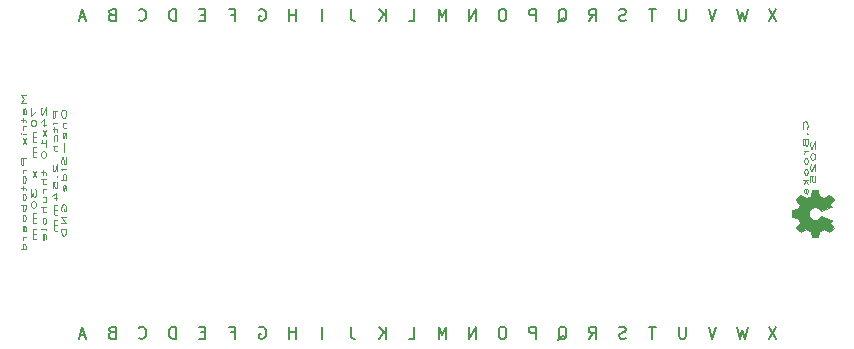
<source format=gbr>
G04 #@! TF.GenerationSoftware,KiCad,Pcbnew,9.0.1*
G04 #@! TF.CreationDate,2025-05-07T17:04:56-04:00*
G04 #@! TF.ProjectId,matrix-protoboard_10x24,6d617472-6978-42d7-9072-6f746f626f61,rev?*
G04 #@! TF.SameCoordinates,Original*
G04 #@! TF.FileFunction,Legend,Bot*
G04 #@! TF.FilePolarity,Positive*
%FSLAX46Y46*%
G04 Gerber Fmt 4.6, Leading zero omitted, Abs format (unit mm)*
G04 Created by KiCad (PCBNEW 9.0.1) date 2025-05-07 17:04:56*
%MOMM*%
%LPD*%
G01*
G04 APERTURE LIST*
%ADD10C,0.100000*%
%ADD11C,0.150000*%
%ADD12C,0.029494*%
G04 APERTURE END LIST*
D10*
X109209847Y-111894762D02*
X109209847Y-112085238D01*
X109209847Y-112085238D02*
X109228895Y-112180476D01*
X109228895Y-112180476D02*
X109266990Y-112275714D01*
X109266990Y-112275714D02*
X109343180Y-112323333D01*
X109343180Y-112323333D02*
X109476514Y-112323333D01*
X109476514Y-112323333D02*
X109552704Y-112275714D01*
X109552704Y-112275714D02*
X109590800Y-112180476D01*
X109590800Y-112180476D02*
X109609847Y-112085238D01*
X109609847Y-112085238D02*
X109609847Y-111894762D01*
X109609847Y-111894762D02*
X109590800Y-111799524D01*
X109590800Y-111799524D02*
X109552704Y-111704286D01*
X109552704Y-111704286D02*
X109476514Y-111656667D01*
X109476514Y-111656667D02*
X109343180Y-111656667D01*
X109343180Y-111656667D02*
X109266990Y-111704286D01*
X109266990Y-111704286D02*
X109228895Y-111799524D01*
X109228895Y-111799524D02*
X109209847Y-111894762D01*
X109343180Y-112751905D02*
X109609847Y-112751905D01*
X109381276Y-112751905D02*
X109362228Y-112799524D01*
X109362228Y-112799524D02*
X109343180Y-112894762D01*
X109343180Y-112894762D02*
X109343180Y-113037619D01*
X109343180Y-113037619D02*
X109362228Y-113132857D01*
X109362228Y-113132857D02*
X109400323Y-113180476D01*
X109400323Y-113180476D02*
X109609847Y-113180476D01*
X109590800Y-114037619D02*
X109609847Y-113942381D01*
X109609847Y-113942381D02*
X109609847Y-113751905D01*
X109609847Y-113751905D02*
X109590800Y-113656667D01*
X109590800Y-113656667D02*
X109552704Y-113609048D01*
X109552704Y-113609048D02*
X109400323Y-113609048D01*
X109400323Y-113609048D02*
X109362228Y-113656667D01*
X109362228Y-113656667D02*
X109343180Y-113751905D01*
X109343180Y-113751905D02*
X109343180Y-113942381D01*
X109343180Y-113942381D02*
X109362228Y-114037619D01*
X109362228Y-114037619D02*
X109400323Y-114085238D01*
X109400323Y-114085238D02*
X109438419Y-114085238D01*
X109438419Y-114085238D02*
X109476514Y-113609048D01*
X109457466Y-114513810D02*
X109457466Y-115275715D01*
X109590800Y-115704286D02*
X109609847Y-115847143D01*
X109609847Y-115847143D02*
X109609847Y-116085238D01*
X109609847Y-116085238D02*
X109590800Y-116180476D01*
X109590800Y-116180476D02*
X109571752Y-116228095D01*
X109571752Y-116228095D02*
X109533657Y-116275714D01*
X109533657Y-116275714D02*
X109495561Y-116275714D01*
X109495561Y-116275714D02*
X109457466Y-116228095D01*
X109457466Y-116228095D02*
X109438419Y-116180476D01*
X109438419Y-116180476D02*
X109419371Y-116085238D01*
X109419371Y-116085238D02*
X109400323Y-115894762D01*
X109400323Y-115894762D02*
X109381276Y-115799524D01*
X109381276Y-115799524D02*
X109362228Y-115751905D01*
X109362228Y-115751905D02*
X109324133Y-115704286D01*
X109324133Y-115704286D02*
X109286038Y-115704286D01*
X109286038Y-115704286D02*
X109247942Y-115751905D01*
X109247942Y-115751905D02*
X109228895Y-115799524D01*
X109228895Y-115799524D02*
X109209847Y-115894762D01*
X109209847Y-115894762D02*
X109209847Y-116132857D01*
X109209847Y-116132857D02*
X109228895Y-116275714D01*
X109609847Y-116704286D02*
X109343180Y-116704286D01*
X109209847Y-116704286D02*
X109228895Y-116656667D01*
X109228895Y-116656667D02*
X109247942Y-116704286D01*
X109247942Y-116704286D02*
X109228895Y-116751905D01*
X109228895Y-116751905D02*
X109209847Y-116704286D01*
X109209847Y-116704286D02*
X109247942Y-116704286D01*
X109609847Y-117609047D02*
X109209847Y-117609047D01*
X109590800Y-117609047D02*
X109609847Y-117513809D01*
X109609847Y-117513809D02*
X109609847Y-117323333D01*
X109609847Y-117323333D02*
X109590800Y-117228095D01*
X109590800Y-117228095D02*
X109571752Y-117180476D01*
X109571752Y-117180476D02*
X109533657Y-117132857D01*
X109533657Y-117132857D02*
X109419371Y-117132857D01*
X109419371Y-117132857D02*
X109381276Y-117180476D01*
X109381276Y-117180476D02*
X109362228Y-117228095D01*
X109362228Y-117228095D02*
X109343180Y-117323333D01*
X109343180Y-117323333D02*
X109343180Y-117513809D01*
X109343180Y-117513809D02*
X109362228Y-117609047D01*
X109590800Y-118466190D02*
X109609847Y-118370952D01*
X109609847Y-118370952D02*
X109609847Y-118180476D01*
X109609847Y-118180476D02*
X109590800Y-118085238D01*
X109590800Y-118085238D02*
X109552704Y-118037619D01*
X109552704Y-118037619D02*
X109400323Y-118037619D01*
X109400323Y-118037619D02*
X109362228Y-118085238D01*
X109362228Y-118085238D02*
X109343180Y-118180476D01*
X109343180Y-118180476D02*
X109343180Y-118370952D01*
X109343180Y-118370952D02*
X109362228Y-118466190D01*
X109362228Y-118466190D02*
X109400323Y-118513809D01*
X109400323Y-118513809D02*
X109438419Y-118513809D01*
X109438419Y-118513809D02*
X109476514Y-118037619D01*
X109228895Y-120228095D02*
X109209847Y-120132857D01*
X109209847Y-120132857D02*
X109209847Y-119990000D01*
X109209847Y-119990000D02*
X109228895Y-119847143D01*
X109228895Y-119847143D02*
X109266990Y-119751905D01*
X109266990Y-119751905D02*
X109305085Y-119704286D01*
X109305085Y-119704286D02*
X109381276Y-119656667D01*
X109381276Y-119656667D02*
X109438419Y-119656667D01*
X109438419Y-119656667D02*
X109514609Y-119704286D01*
X109514609Y-119704286D02*
X109552704Y-119751905D01*
X109552704Y-119751905D02*
X109590800Y-119847143D01*
X109590800Y-119847143D02*
X109609847Y-119990000D01*
X109609847Y-119990000D02*
X109609847Y-120085238D01*
X109609847Y-120085238D02*
X109590800Y-120228095D01*
X109590800Y-120228095D02*
X109571752Y-120275714D01*
X109571752Y-120275714D02*
X109438419Y-120275714D01*
X109438419Y-120275714D02*
X109438419Y-120085238D01*
X109609847Y-120704286D02*
X109209847Y-120704286D01*
X109209847Y-120704286D02*
X109609847Y-121275714D01*
X109609847Y-121275714D02*
X109209847Y-121275714D01*
X109609847Y-121751905D02*
X109209847Y-121751905D01*
X109209847Y-121751905D02*
X109209847Y-121990000D01*
X109209847Y-121990000D02*
X109228895Y-122132857D01*
X109228895Y-122132857D02*
X109266990Y-122228095D01*
X109266990Y-122228095D02*
X109305085Y-122275714D01*
X109305085Y-122275714D02*
X109381276Y-122323333D01*
X109381276Y-122323333D02*
X109438419Y-122323333D01*
X109438419Y-122323333D02*
X109514609Y-122275714D01*
X109514609Y-122275714D02*
X109552704Y-122228095D01*
X109552704Y-122228095D02*
X109590800Y-122132857D01*
X109590800Y-122132857D02*
X109609847Y-121990000D01*
X109609847Y-121990000D02*
X109609847Y-121751905D01*
D11*
X149351904Y-131044819D02*
X149351904Y-130044819D01*
X149351904Y-130044819D02*
X148970952Y-130044819D01*
X148970952Y-130044819D02*
X148875714Y-130092438D01*
X148875714Y-130092438D02*
X148828095Y-130140057D01*
X148828095Y-130140057D02*
X148780476Y-130235295D01*
X148780476Y-130235295D02*
X148780476Y-130378152D01*
X148780476Y-130378152D02*
X148828095Y-130473390D01*
X148828095Y-130473390D02*
X148875714Y-130521009D01*
X148875714Y-130521009D02*
X148970952Y-130568628D01*
X148970952Y-130568628D02*
X149351904Y-130568628D01*
X123547142Y-103611009D02*
X123880475Y-103611009D01*
X123880475Y-104134819D02*
X123880475Y-103134819D01*
X123880475Y-103134819D02*
X123404285Y-103134819D01*
X162075713Y-103134819D02*
X162075713Y-103944342D01*
X162075713Y-103944342D02*
X162028094Y-104039580D01*
X162028094Y-104039580D02*
X161980475Y-104087200D01*
X161980475Y-104087200D02*
X161885237Y-104134819D01*
X161885237Y-104134819D02*
X161694761Y-104134819D01*
X161694761Y-104134819D02*
X161599523Y-104087200D01*
X161599523Y-104087200D02*
X161551904Y-104039580D01*
X161551904Y-104039580D02*
X161504285Y-103944342D01*
X161504285Y-103944342D02*
X161504285Y-103134819D01*
X136651904Y-131044819D02*
X136651904Y-130044819D01*
X136080476Y-131044819D02*
X136509047Y-130473390D01*
X136080476Y-130044819D02*
X136651904Y-130616247D01*
X169743332Y-103134819D02*
X169076666Y-104134819D01*
X169076666Y-103134819D02*
X169743332Y-104134819D01*
X162075713Y-130044819D02*
X162075713Y-130854342D01*
X162075713Y-130854342D02*
X162028094Y-130949580D01*
X162028094Y-130949580D02*
X161980475Y-130997200D01*
X161980475Y-130997200D02*
X161885237Y-131044819D01*
X161885237Y-131044819D02*
X161694761Y-131044819D01*
X161694761Y-131044819D02*
X161599523Y-130997200D01*
X161599523Y-130997200D02*
X161551904Y-130949580D01*
X161551904Y-130949580D02*
X161504285Y-130854342D01*
X161504285Y-130854342D02*
X161504285Y-130044819D01*
D10*
X108859847Y-111792381D02*
X108459847Y-111792381D01*
X108459847Y-111792381D02*
X108459847Y-112173333D01*
X108459847Y-112173333D02*
X108478895Y-112268571D01*
X108478895Y-112268571D02*
X108497942Y-112316190D01*
X108497942Y-112316190D02*
X108536038Y-112363809D01*
X108536038Y-112363809D02*
X108593180Y-112363809D01*
X108593180Y-112363809D02*
X108631276Y-112316190D01*
X108631276Y-112316190D02*
X108650323Y-112268571D01*
X108650323Y-112268571D02*
X108669371Y-112173333D01*
X108669371Y-112173333D02*
X108669371Y-111792381D01*
X108859847Y-112792381D02*
X108593180Y-112792381D01*
X108459847Y-112792381D02*
X108478895Y-112744762D01*
X108478895Y-112744762D02*
X108497942Y-112792381D01*
X108497942Y-112792381D02*
X108478895Y-112840000D01*
X108478895Y-112840000D02*
X108459847Y-112792381D01*
X108459847Y-112792381D02*
X108497942Y-112792381D01*
X108593180Y-113125714D02*
X108593180Y-113506666D01*
X108459847Y-113268571D02*
X108802704Y-113268571D01*
X108802704Y-113268571D02*
X108840800Y-113316190D01*
X108840800Y-113316190D02*
X108859847Y-113411428D01*
X108859847Y-113411428D02*
X108859847Y-113506666D01*
X108840800Y-114268571D02*
X108859847Y-114173333D01*
X108859847Y-114173333D02*
X108859847Y-113982857D01*
X108859847Y-113982857D02*
X108840800Y-113887619D01*
X108840800Y-113887619D02*
X108821752Y-113840000D01*
X108821752Y-113840000D02*
X108783657Y-113792381D01*
X108783657Y-113792381D02*
X108669371Y-113792381D01*
X108669371Y-113792381D02*
X108631276Y-113840000D01*
X108631276Y-113840000D02*
X108612228Y-113887619D01*
X108612228Y-113887619D02*
X108593180Y-113982857D01*
X108593180Y-113982857D02*
X108593180Y-114173333D01*
X108593180Y-114173333D02*
X108612228Y-114268571D01*
X108859847Y-114697143D02*
X108459847Y-114697143D01*
X108859847Y-115125714D02*
X108650323Y-115125714D01*
X108650323Y-115125714D02*
X108612228Y-115078095D01*
X108612228Y-115078095D02*
X108593180Y-114982857D01*
X108593180Y-114982857D02*
X108593180Y-114840000D01*
X108593180Y-114840000D02*
X108612228Y-114744762D01*
X108612228Y-114744762D02*
X108631276Y-114697143D01*
X108497942Y-116316191D02*
X108478895Y-116363810D01*
X108478895Y-116363810D02*
X108459847Y-116459048D01*
X108459847Y-116459048D02*
X108459847Y-116697143D01*
X108459847Y-116697143D02*
X108478895Y-116792381D01*
X108478895Y-116792381D02*
X108497942Y-116840000D01*
X108497942Y-116840000D02*
X108536038Y-116887619D01*
X108536038Y-116887619D02*
X108574133Y-116887619D01*
X108574133Y-116887619D02*
X108631276Y-116840000D01*
X108631276Y-116840000D02*
X108859847Y-116268572D01*
X108859847Y-116268572D02*
X108859847Y-116887619D01*
X108821752Y-117316191D02*
X108840800Y-117363810D01*
X108840800Y-117363810D02*
X108859847Y-117316191D01*
X108859847Y-117316191D02*
X108840800Y-117268572D01*
X108840800Y-117268572D02*
X108821752Y-117316191D01*
X108821752Y-117316191D02*
X108859847Y-117316191D01*
X108459847Y-118268571D02*
X108459847Y-117792381D01*
X108459847Y-117792381D02*
X108650323Y-117744762D01*
X108650323Y-117744762D02*
X108631276Y-117792381D01*
X108631276Y-117792381D02*
X108612228Y-117887619D01*
X108612228Y-117887619D02*
X108612228Y-118125714D01*
X108612228Y-118125714D02*
X108631276Y-118220952D01*
X108631276Y-118220952D02*
X108650323Y-118268571D01*
X108650323Y-118268571D02*
X108688419Y-118316190D01*
X108688419Y-118316190D02*
X108783657Y-118316190D01*
X108783657Y-118316190D02*
X108821752Y-118268571D01*
X108821752Y-118268571D02*
X108840800Y-118220952D01*
X108840800Y-118220952D02*
X108859847Y-118125714D01*
X108859847Y-118125714D02*
X108859847Y-117887619D01*
X108859847Y-117887619D02*
X108840800Y-117792381D01*
X108840800Y-117792381D02*
X108821752Y-117744762D01*
X108593180Y-119173333D02*
X108859847Y-119173333D01*
X108440800Y-118935238D02*
X108726514Y-118697143D01*
X108726514Y-118697143D02*
X108726514Y-119316190D01*
X108859847Y-119697143D02*
X108593180Y-119697143D01*
X108631276Y-119697143D02*
X108612228Y-119744762D01*
X108612228Y-119744762D02*
X108593180Y-119840000D01*
X108593180Y-119840000D02*
X108593180Y-119982857D01*
X108593180Y-119982857D02*
X108612228Y-120078095D01*
X108612228Y-120078095D02*
X108650323Y-120125714D01*
X108650323Y-120125714D02*
X108859847Y-120125714D01*
X108650323Y-120125714D02*
X108612228Y-120173333D01*
X108612228Y-120173333D02*
X108593180Y-120268571D01*
X108593180Y-120268571D02*
X108593180Y-120411428D01*
X108593180Y-120411428D02*
X108612228Y-120506667D01*
X108612228Y-120506667D02*
X108650323Y-120554286D01*
X108650323Y-120554286D02*
X108859847Y-120554286D01*
X108859847Y-121030476D02*
X108593180Y-121030476D01*
X108631276Y-121030476D02*
X108612228Y-121078095D01*
X108612228Y-121078095D02*
X108593180Y-121173333D01*
X108593180Y-121173333D02*
X108593180Y-121316190D01*
X108593180Y-121316190D02*
X108612228Y-121411428D01*
X108612228Y-121411428D02*
X108650323Y-121459047D01*
X108650323Y-121459047D02*
X108859847Y-121459047D01*
X108650323Y-121459047D02*
X108612228Y-121506666D01*
X108612228Y-121506666D02*
X108593180Y-121601904D01*
X108593180Y-121601904D02*
X108593180Y-121744761D01*
X108593180Y-121744761D02*
X108612228Y-121840000D01*
X108612228Y-121840000D02*
X108650323Y-121887619D01*
X108650323Y-121887619D02*
X108859847Y-121887619D01*
D11*
X156995713Y-104087200D02*
X156852856Y-104134819D01*
X156852856Y-104134819D02*
X156614761Y-104134819D01*
X156614761Y-104134819D02*
X156519523Y-104087200D01*
X156519523Y-104087200D02*
X156471904Y-104039580D01*
X156471904Y-104039580D02*
X156424285Y-103944342D01*
X156424285Y-103944342D02*
X156424285Y-103849104D01*
X156424285Y-103849104D02*
X156471904Y-103753866D01*
X156471904Y-103753866D02*
X156519523Y-103706247D01*
X156519523Y-103706247D02*
X156614761Y-103658628D01*
X156614761Y-103658628D02*
X156805237Y-103611009D01*
X156805237Y-103611009D02*
X156900475Y-103563390D01*
X156900475Y-103563390D02*
X156948094Y-103515771D01*
X156948094Y-103515771D02*
X156995713Y-103420533D01*
X156995713Y-103420533D02*
X156995713Y-103325295D01*
X156995713Y-103325295D02*
X156948094Y-103230057D01*
X156948094Y-103230057D02*
X156900475Y-103182438D01*
X156900475Y-103182438D02*
X156805237Y-103134819D01*
X156805237Y-103134819D02*
X156567142Y-103134819D01*
X156567142Y-103134819D02*
X156424285Y-103182438D01*
D10*
X172339763Y-113256666D02*
X172358811Y-113209047D01*
X172358811Y-113209047D02*
X172377858Y-113066190D01*
X172377858Y-113066190D02*
X172377858Y-112970952D01*
X172377858Y-112970952D02*
X172358811Y-112828095D01*
X172358811Y-112828095D02*
X172320715Y-112732857D01*
X172320715Y-112732857D02*
X172282620Y-112685238D01*
X172282620Y-112685238D02*
X172206430Y-112637619D01*
X172206430Y-112637619D02*
X172149287Y-112637619D01*
X172149287Y-112637619D02*
X172073096Y-112685238D01*
X172073096Y-112685238D02*
X172035001Y-112732857D01*
X172035001Y-112732857D02*
X171996906Y-112828095D01*
X171996906Y-112828095D02*
X171977858Y-112970952D01*
X171977858Y-112970952D02*
X171977858Y-113066190D01*
X171977858Y-113066190D02*
X171996906Y-113209047D01*
X171996906Y-113209047D02*
X172015953Y-113256666D01*
X172339763Y-113685238D02*
X172358811Y-113732857D01*
X172358811Y-113732857D02*
X172377858Y-113685238D01*
X172377858Y-113685238D02*
X172358811Y-113637619D01*
X172358811Y-113637619D02*
X172339763Y-113685238D01*
X172339763Y-113685238D02*
X172377858Y-113685238D01*
X172168334Y-114494761D02*
X172187382Y-114637618D01*
X172187382Y-114637618D02*
X172206430Y-114685237D01*
X172206430Y-114685237D02*
X172244525Y-114732856D01*
X172244525Y-114732856D02*
X172301668Y-114732856D01*
X172301668Y-114732856D02*
X172339763Y-114685237D01*
X172339763Y-114685237D02*
X172358811Y-114637618D01*
X172358811Y-114637618D02*
X172377858Y-114542380D01*
X172377858Y-114542380D02*
X172377858Y-114161428D01*
X172377858Y-114161428D02*
X171977858Y-114161428D01*
X171977858Y-114161428D02*
X171977858Y-114494761D01*
X171977858Y-114494761D02*
X171996906Y-114589999D01*
X171996906Y-114589999D02*
X172015953Y-114637618D01*
X172015953Y-114637618D02*
X172054049Y-114685237D01*
X172054049Y-114685237D02*
X172092144Y-114685237D01*
X172092144Y-114685237D02*
X172130239Y-114637618D01*
X172130239Y-114637618D02*
X172149287Y-114589999D01*
X172149287Y-114589999D02*
X172168334Y-114494761D01*
X172168334Y-114494761D02*
X172168334Y-114161428D01*
X172377858Y-115161428D02*
X172111191Y-115161428D01*
X172187382Y-115161428D02*
X172149287Y-115209047D01*
X172149287Y-115209047D02*
X172130239Y-115256666D01*
X172130239Y-115256666D02*
X172111191Y-115351904D01*
X172111191Y-115351904D02*
X172111191Y-115447142D01*
X172377858Y-115923333D02*
X172358811Y-115828095D01*
X172358811Y-115828095D02*
X172339763Y-115780476D01*
X172339763Y-115780476D02*
X172301668Y-115732857D01*
X172301668Y-115732857D02*
X172187382Y-115732857D01*
X172187382Y-115732857D02*
X172149287Y-115780476D01*
X172149287Y-115780476D02*
X172130239Y-115828095D01*
X172130239Y-115828095D02*
X172111191Y-115923333D01*
X172111191Y-115923333D02*
X172111191Y-116066190D01*
X172111191Y-116066190D02*
X172130239Y-116161428D01*
X172130239Y-116161428D02*
X172149287Y-116209047D01*
X172149287Y-116209047D02*
X172187382Y-116256666D01*
X172187382Y-116256666D02*
X172301668Y-116256666D01*
X172301668Y-116256666D02*
X172339763Y-116209047D01*
X172339763Y-116209047D02*
X172358811Y-116161428D01*
X172358811Y-116161428D02*
X172377858Y-116066190D01*
X172377858Y-116066190D02*
X172377858Y-115923333D01*
X172377858Y-116828095D02*
X172358811Y-116732857D01*
X172358811Y-116732857D02*
X172339763Y-116685238D01*
X172339763Y-116685238D02*
X172301668Y-116637619D01*
X172301668Y-116637619D02*
X172187382Y-116637619D01*
X172187382Y-116637619D02*
X172149287Y-116685238D01*
X172149287Y-116685238D02*
X172130239Y-116732857D01*
X172130239Y-116732857D02*
X172111191Y-116828095D01*
X172111191Y-116828095D02*
X172111191Y-116970952D01*
X172111191Y-116970952D02*
X172130239Y-117066190D01*
X172130239Y-117066190D02*
X172149287Y-117113809D01*
X172149287Y-117113809D02*
X172187382Y-117161428D01*
X172187382Y-117161428D02*
X172301668Y-117161428D01*
X172301668Y-117161428D02*
X172339763Y-117113809D01*
X172339763Y-117113809D02*
X172358811Y-117066190D01*
X172358811Y-117066190D02*
X172377858Y-116970952D01*
X172377858Y-116970952D02*
X172377858Y-116828095D01*
X172377858Y-117590000D02*
X171977858Y-117590000D01*
X172225477Y-117685238D02*
X172377858Y-117970952D01*
X172111191Y-117970952D02*
X172263572Y-117590000D01*
X172358811Y-118351905D02*
X172377858Y-118447143D01*
X172377858Y-118447143D02*
X172377858Y-118637619D01*
X172377858Y-118637619D02*
X172358811Y-118732857D01*
X172358811Y-118732857D02*
X172320715Y-118780476D01*
X172320715Y-118780476D02*
X172301668Y-118780476D01*
X172301668Y-118780476D02*
X172263572Y-118732857D01*
X172263572Y-118732857D02*
X172244525Y-118637619D01*
X172244525Y-118637619D02*
X172244525Y-118494762D01*
X172244525Y-118494762D02*
X172225477Y-118399524D01*
X172225477Y-118399524D02*
X172187382Y-118351905D01*
X172187382Y-118351905D02*
X172168334Y-118351905D01*
X172168334Y-118351905D02*
X172130239Y-118399524D01*
X172130239Y-118399524D02*
X172111191Y-118494762D01*
X172111191Y-118494762D02*
X172111191Y-118637619D01*
X172111191Y-118637619D02*
X172130239Y-118732857D01*
X172659931Y-114375714D02*
X172640884Y-114423333D01*
X172640884Y-114423333D02*
X172621836Y-114518571D01*
X172621836Y-114518571D02*
X172621836Y-114756666D01*
X172621836Y-114756666D02*
X172640884Y-114851904D01*
X172640884Y-114851904D02*
X172659931Y-114899523D01*
X172659931Y-114899523D02*
X172698027Y-114947142D01*
X172698027Y-114947142D02*
X172736122Y-114947142D01*
X172736122Y-114947142D02*
X172793265Y-114899523D01*
X172793265Y-114899523D02*
X173021836Y-114328095D01*
X173021836Y-114328095D02*
X173021836Y-114947142D01*
X172621836Y-115566190D02*
X172621836Y-115661428D01*
X172621836Y-115661428D02*
X172640884Y-115756666D01*
X172640884Y-115756666D02*
X172659931Y-115804285D01*
X172659931Y-115804285D02*
X172698027Y-115851904D01*
X172698027Y-115851904D02*
X172774217Y-115899523D01*
X172774217Y-115899523D02*
X172869455Y-115899523D01*
X172869455Y-115899523D02*
X172945646Y-115851904D01*
X172945646Y-115851904D02*
X172983741Y-115804285D01*
X172983741Y-115804285D02*
X173002789Y-115756666D01*
X173002789Y-115756666D02*
X173021836Y-115661428D01*
X173021836Y-115661428D02*
X173021836Y-115566190D01*
X173021836Y-115566190D02*
X173002789Y-115470952D01*
X173002789Y-115470952D02*
X172983741Y-115423333D01*
X172983741Y-115423333D02*
X172945646Y-115375714D01*
X172945646Y-115375714D02*
X172869455Y-115328095D01*
X172869455Y-115328095D02*
X172774217Y-115328095D01*
X172774217Y-115328095D02*
X172698027Y-115375714D01*
X172698027Y-115375714D02*
X172659931Y-115423333D01*
X172659931Y-115423333D02*
X172640884Y-115470952D01*
X172640884Y-115470952D02*
X172621836Y-115566190D01*
X172659931Y-116280476D02*
X172640884Y-116328095D01*
X172640884Y-116328095D02*
X172621836Y-116423333D01*
X172621836Y-116423333D02*
X172621836Y-116661428D01*
X172621836Y-116661428D02*
X172640884Y-116756666D01*
X172640884Y-116756666D02*
X172659931Y-116804285D01*
X172659931Y-116804285D02*
X172698027Y-116851904D01*
X172698027Y-116851904D02*
X172736122Y-116851904D01*
X172736122Y-116851904D02*
X172793265Y-116804285D01*
X172793265Y-116804285D02*
X173021836Y-116232857D01*
X173021836Y-116232857D02*
X173021836Y-116851904D01*
X172621836Y-117756666D02*
X172621836Y-117280476D01*
X172621836Y-117280476D02*
X172812312Y-117232857D01*
X172812312Y-117232857D02*
X172793265Y-117280476D01*
X172793265Y-117280476D02*
X172774217Y-117375714D01*
X172774217Y-117375714D02*
X172774217Y-117613809D01*
X172774217Y-117613809D02*
X172793265Y-117709047D01*
X172793265Y-117709047D02*
X172812312Y-117756666D01*
X172812312Y-117756666D02*
X172850408Y-117804285D01*
X172850408Y-117804285D02*
X172945646Y-117804285D01*
X172945646Y-117804285D02*
X172983741Y-117756666D01*
X172983741Y-117756666D02*
X173002789Y-117709047D01*
X173002789Y-117709047D02*
X173021836Y-117613809D01*
X173021836Y-117613809D02*
X173021836Y-117375714D01*
X173021836Y-117375714D02*
X173002789Y-117280476D01*
X173002789Y-117280476D02*
X172983741Y-117232857D01*
D11*
X149351904Y-104134819D02*
X149351904Y-103134819D01*
X149351904Y-103134819D02*
X148970952Y-103134819D01*
X148970952Y-103134819D02*
X148875714Y-103182438D01*
X148875714Y-103182438D02*
X148828095Y-103230057D01*
X148828095Y-103230057D02*
X148780476Y-103325295D01*
X148780476Y-103325295D02*
X148780476Y-103468152D01*
X148780476Y-103468152D02*
X148828095Y-103563390D01*
X148828095Y-103563390D02*
X148875714Y-103611009D01*
X148875714Y-103611009D02*
X148970952Y-103658628D01*
X148970952Y-103658628D02*
X149351904Y-103658628D01*
X153860476Y-131044819D02*
X154193809Y-130568628D01*
X154431904Y-131044819D02*
X154431904Y-130044819D01*
X154431904Y-130044819D02*
X154050952Y-130044819D01*
X154050952Y-130044819D02*
X153955714Y-130092438D01*
X153955714Y-130092438D02*
X153908095Y-130140057D01*
X153908095Y-130140057D02*
X153860476Y-130235295D01*
X153860476Y-130235295D02*
X153860476Y-130378152D01*
X153860476Y-130378152D02*
X153908095Y-130473390D01*
X153908095Y-130473390D02*
X153955714Y-130521009D01*
X153955714Y-130521009D02*
X154050952Y-130568628D01*
X154050952Y-130568628D02*
X154431904Y-130568628D01*
X125968095Y-130092438D02*
X126063333Y-130044819D01*
X126063333Y-130044819D02*
X126206190Y-130044819D01*
X126206190Y-130044819D02*
X126349047Y-130092438D01*
X126349047Y-130092438D02*
X126444285Y-130187676D01*
X126444285Y-130187676D02*
X126491904Y-130282914D01*
X126491904Y-130282914D02*
X126539523Y-130473390D01*
X126539523Y-130473390D02*
X126539523Y-130616247D01*
X126539523Y-130616247D02*
X126491904Y-130806723D01*
X126491904Y-130806723D02*
X126444285Y-130901961D01*
X126444285Y-130901961D02*
X126349047Y-130997200D01*
X126349047Y-130997200D02*
X126206190Y-131044819D01*
X126206190Y-131044819D02*
X126110952Y-131044819D01*
X126110952Y-131044819D02*
X125968095Y-130997200D01*
X125968095Y-130997200D02*
X125920476Y-130949580D01*
X125920476Y-130949580D02*
X125920476Y-130616247D01*
X125920476Y-130616247D02*
X126110952Y-130616247D01*
X153860476Y-104134819D02*
X154193809Y-103658628D01*
X154431904Y-104134819D02*
X154431904Y-103134819D01*
X154431904Y-103134819D02*
X154050952Y-103134819D01*
X154050952Y-103134819D02*
X153955714Y-103182438D01*
X153955714Y-103182438D02*
X153908095Y-103230057D01*
X153908095Y-103230057D02*
X153860476Y-103325295D01*
X153860476Y-103325295D02*
X153860476Y-103468152D01*
X153860476Y-103468152D02*
X153908095Y-103563390D01*
X153908095Y-103563390D02*
X153955714Y-103611009D01*
X153955714Y-103611009D02*
X154050952Y-103658628D01*
X154050952Y-103658628D02*
X154431904Y-103658628D01*
X131309999Y-131044819D02*
X131309999Y-130044819D01*
X156995713Y-130997200D02*
X156852856Y-131044819D01*
X156852856Y-131044819D02*
X156614761Y-131044819D01*
X156614761Y-131044819D02*
X156519523Y-130997200D01*
X156519523Y-130997200D02*
X156471904Y-130949580D01*
X156471904Y-130949580D02*
X156424285Y-130854342D01*
X156424285Y-130854342D02*
X156424285Y-130759104D01*
X156424285Y-130759104D02*
X156471904Y-130663866D01*
X156471904Y-130663866D02*
X156519523Y-130616247D01*
X156519523Y-130616247D02*
X156614761Y-130568628D01*
X156614761Y-130568628D02*
X156805237Y-130521009D01*
X156805237Y-130521009D02*
X156900475Y-130473390D01*
X156900475Y-130473390D02*
X156948094Y-130425771D01*
X156948094Y-130425771D02*
X156995713Y-130330533D01*
X156995713Y-130330533D02*
X156995713Y-130235295D01*
X156995713Y-130235295D02*
X156948094Y-130140057D01*
X156948094Y-130140057D02*
X156900475Y-130092438D01*
X156900475Y-130092438D02*
X156805237Y-130044819D01*
X156805237Y-130044819D02*
X156567142Y-130044819D01*
X156567142Y-130044819D02*
X156424285Y-130092438D01*
D10*
X107527942Y-111504761D02*
X107508895Y-111552380D01*
X107508895Y-111552380D02*
X107489847Y-111647618D01*
X107489847Y-111647618D02*
X107489847Y-111885713D01*
X107489847Y-111885713D02*
X107508895Y-111980951D01*
X107508895Y-111980951D02*
X107527942Y-112028570D01*
X107527942Y-112028570D02*
X107566038Y-112076189D01*
X107566038Y-112076189D02*
X107604133Y-112076189D01*
X107604133Y-112076189D02*
X107661276Y-112028570D01*
X107661276Y-112028570D02*
X107889847Y-111457142D01*
X107889847Y-111457142D02*
X107889847Y-112076189D01*
X107623180Y-112933332D02*
X107889847Y-112933332D01*
X107470800Y-112695237D02*
X107756514Y-112457142D01*
X107756514Y-112457142D02*
X107756514Y-113076189D01*
X107889847Y-113361904D02*
X107623180Y-113885713D01*
X107623180Y-113361904D02*
X107889847Y-113885713D01*
X107889847Y-114790475D02*
X107889847Y-114219047D01*
X107889847Y-114504761D02*
X107489847Y-114504761D01*
X107489847Y-114504761D02*
X107546990Y-114409523D01*
X107546990Y-114409523D02*
X107585085Y-114314285D01*
X107585085Y-114314285D02*
X107604133Y-114219047D01*
X107489847Y-115409523D02*
X107489847Y-115504761D01*
X107489847Y-115504761D02*
X107508895Y-115599999D01*
X107508895Y-115599999D02*
X107527942Y-115647618D01*
X107527942Y-115647618D02*
X107566038Y-115695237D01*
X107566038Y-115695237D02*
X107642228Y-115742856D01*
X107642228Y-115742856D02*
X107737466Y-115742856D01*
X107737466Y-115742856D02*
X107813657Y-115695237D01*
X107813657Y-115695237D02*
X107851752Y-115647618D01*
X107851752Y-115647618D02*
X107870800Y-115599999D01*
X107870800Y-115599999D02*
X107889847Y-115504761D01*
X107889847Y-115504761D02*
X107889847Y-115409523D01*
X107889847Y-115409523D02*
X107870800Y-115314285D01*
X107870800Y-115314285D02*
X107851752Y-115266666D01*
X107851752Y-115266666D02*
X107813657Y-115219047D01*
X107813657Y-115219047D02*
X107737466Y-115171428D01*
X107737466Y-115171428D02*
X107642228Y-115171428D01*
X107642228Y-115171428D02*
X107566038Y-115219047D01*
X107566038Y-115219047D02*
X107527942Y-115266666D01*
X107527942Y-115266666D02*
X107508895Y-115314285D01*
X107508895Y-115314285D02*
X107489847Y-115409523D01*
X107623180Y-116790476D02*
X107623180Y-117171428D01*
X107489847Y-116933333D02*
X107832704Y-116933333D01*
X107832704Y-116933333D02*
X107870800Y-116980952D01*
X107870800Y-116980952D02*
X107889847Y-117076190D01*
X107889847Y-117076190D02*
X107889847Y-117171428D01*
X107889847Y-117504762D02*
X107489847Y-117504762D01*
X107889847Y-117933333D02*
X107680323Y-117933333D01*
X107680323Y-117933333D02*
X107642228Y-117885714D01*
X107642228Y-117885714D02*
X107623180Y-117790476D01*
X107623180Y-117790476D02*
X107623180Y-117647619D01*
X107623180Y-117647619D02*
X107642228Y-117552381D01*
X107642228Y-117552381D02*
X107661276Y-117504762D01*
X107889847Y-118409524D02*
X107623180Y-118409524D01*
X107699371Y-118409524D02*
X107661276Y-118457143D01*
X107661276Y-118457143D02*
X107642228Y-118504762D01*
X107642228Y-118504762D02*
X107623180Y-118600000D01*
X107623180Y-118600000D02*
X107623180Y-118695238D01*
X107623180Y-119457143D02*
X107889847Y-119457143D01*
X107623180Y-119028572D02*
X107832704Y-119028572D01*
X107832704Y-119028572D02*
X107870800Y-119076191D01*
X107870800Y-119076191D02*
X107889847Y-119171429D01*
X107889847Y-119171429D02*
X107889847Y-119314286D01*
X107889847Y-119314286D02*
X107870800Y-119409524D01*
X107870800Y-119409524D02*
X107851752Y-119457143D01*
X107889847Y-119933334D02*
X107489847Y-119933334D01*
X107889847Y-120361905D02*
X107680323Y-120361905D01*
X107680323Y-120361905D02*
X107642228Y-120314286D01*
X107642228Y-120314286D02*
X107623180Y-120219048D01*
X107623180Y-120219048D02*
X107623180Y-120076191D01*
X107623180Y-120076191D02*
X107642228Y-119980953D01*
X107642228Y-119980953D02*
X107661276Y-119933334D01*
X107889847Y-120980953D02*
X107870800Y-120885715D01*
X107870800Y-120885715D02*
X107851752Y-120838096D01*
X107851752Y-120838096D02*
X107813657Y-120790477D01*
X107813657Y-120790477D02*
X107699371Y-120790477D01*
X107699371Y-120790477D02*
X107661276Y-120838096D01*
X107661276Y-120838096D02*
X107642228Y-120885715D01*
X107642228Y-120885715D02*
X107623180Y-120980953D01*
X107623180Y-120980953D02*
X107623180Y-121123810D01*
X107623180Y-121123810D02*
X107642228Y-121219048D01*
X107642228Y-121219048D02*
X107661276Y-121266667D01*
X107661276Y-121266667D02*
X107699371Y-121314286D01*
X107699371Y-121314286D02*
X107813657Y-121314286D01*
X107813657Y-121314286D02*
X107851752Y-121266667D01*
X107851752Y-121266667D02*
X107870800Y-121219048D01*
X107870800Y-121219048D02*
X107889847Y-121123810D01*
X107889847Y-121123810D02*
X107889847Y-120980953D01*
X107889847Y-121885715D02*
X107870800Y-121790477D01*
X107870800Y-121790477D02*
X107832704Y-121742858D01*
X107832704Y-121742858D02*
X107489847Y-121742858D01*
X107870800Y-122647620D02*
X107889847Y-122552382D01*
X107889847Y-122552382D02*
X107889847Y-122361906D01*
X107889847Y-122361906D02*
X107870800Y-122266668D01*
X107870800Y-122266668D02*
X107832704Y-122219049D01*
X107832704Y-122219049D02*
X107680323Y-122219049D01*
X107680323Y-122219049D02*
X107642228Y-122266668D01*
X107642228Y-122266668D02*
X107623180Y-122361906D01*
X107623180Y-122361906D02*
X107623180Y-122552382D01*
X107623180Y-122552382D02*
X107642228Y-122647620D01*
X107642228Y-122647620D02*
X107680323Y-122695239D01*
X107680323Y-122695239D02*
X107718419Y-122695239D01*
X107718419Y-122695239D02*
X107756514Y-122219049D01*
D11*
X138620476Y-131044819D02*
X139096666Y-131044819D01*
X139096666Y-131044819D02*
X139096666Y-130044819D01*
X167298570Y-103134819D02*
X167060475Y-104134819D01*
X167060475Y-104134819D02*
X166869999Y-103420533D01*
X166869999Y-103420533D02*
X166679523Y-104134819D01*
X166679523Y-104134819D02*
X166441428Y-103134819D01*
X159535713Y-103134819D02*
X158964285Y-103134819D01*
X159249999Y-104134819D02*
X159249999Y-103134819D01*
X123547142Y-130521009D02*
X123880475Y-130521009D01*
X123880475Y-131044819D02*
X123880475Y-130044819D01*
X123880475Y-130044819D02*
X123404285Y-130044819D01*
X118871904Y-104134819D02*
X118871904Y-103134819D01*
X118871904Y-103134819D02*
X118633809Y-103134819D01*
X118633809Y-103134819D02*
X118490952Y-103182438D01*
X118490952Y-103182438D02*
X118395714Y-103277676D01*
X118395714Y-103277676D02*
X118348095Y-103372914D01*
X118348095Y-103372914D02*
X118300476Y-103563390D01*
X118300476Y-103563390D02*
X118300476Y-103706247D01*
X118300476Y-103706247D02*
X118348095Y-103896723D01*
X118348095Y-103896723D02*
X118395714Y-103991961D01*
X118395714Y-103991961D02*
X118490952Y-104087200D01*
X118490952Y-104087200D02*
X118633809Y-104134819D01*
X118633809Y-104134819D02*
X118871904Y-104134819D01*
X113458571Y-130521009D02*
X113315714Y-130568628D01*
X113315714Y-130568628D02*
X113268095Y-130616247D01*
X113268095Y-130616247D02*
X113220476Y-130711485D01*
X113220476Y-130711485D02*
X113220476Y-130854342D01*
X113220476Y-130854342D02*
X113268095Y-130949580D01*
X113268095Y-130949580D02*
X113315714Y-130997200D01*
X113315714Y-130997200D02*
X113410952Y-131044819D01*
X113410952Y-131044819D02*
X113791904Y-131044819D01*
X113791904Y-131044819D02*
X113791904Y-130044819D01*
X113791904Y-130044819D02*
X113458571Y-130044819D01*
X113458571Y-130044819D02*
X113363333Y-130092438D01*
X113363333Y-130092438D02*
X113315714Y-130140057D01*
X113315714Y-130140057D02*
X113268095Y-130235295D01*
X113268095Y-130235295D02*
X113268095Y-130330533D01*
X113268095Y-130330533D02*
X113315714Y-130425771D01*
X113315714Y-130425771D02*
X113363333Y-130473390D01*
X113363333Y-130473390D02*
X113458571Y-130521009D01*
X113458571Y-130521009D02*
X113791904Y-130521009D01*
X111228094Y-130759104D02*
X110751904Y-130759104D01*
X111323332Y-131044819D02*
X110989999Y-130044819D01*
X110989999Y-130044819D02*
X110656666Y-131044819D01*
X138620476Y-104134819D02*
X139096666Y-104134819D01*
X139096666Y-104134819D02*
X139096666Y-103134819D01*
X146645237Y-103134819D02*
X146454761Y-103134819D01*
X146454761Y-103134819D02*
X146359523Y-103182438D01*
X146359523Y-103182438D02*
X146264285Y-103277676D01*
X146264285Y-103277676D02*
X146216666Y-103468152D01*
X146216666Y-103468152D02*
X146216666Y-103801485D01*
X146216666Y-103801485D02*
X146264285Y-103991961D01*
X146264285Y-103991961D02*
X146359523Y-104087200D01*
X146359523Y-104087200D02*
X146454761Y-104134819D01*
X146454761Y-104134819D02*
X146645237Y-104134819D01*
X146645237Y-104134819D02*
X146740475Y-104087200D01*
X146740475Y-104087200D02*
X146835713Y-103991961D01*
X146835713Y-103991961D02*
X146883332Y-103801485D01*
X146883332Y-103801485D02*
X146883332Y-103468152D01*
X146883332Y-103468152D02*
X146835713Y-103277676D01*
X146835713Y-103277676D02*
X146740475Y-103182438D01*
X146740475Y-103182438D02*
X146645237Y-103134819D01*
X131309999Y-104134819D02*
X131309999Y-103134819D01*
D10*
X106179847Y-110446189D02*
X105779847Y-110446189D01*
X105779847Y-110446189D02*
X106065561Y-110779522D01*
X106065561Y-110779522D02*
X105779847Y-111112855D01*
X105779847Y-111112855D02*
X106179847Y-111112855D01*
X106179847Y-112017617D02*
X105970323Y-112017617D01*
X105970323Y-112017617D02*
X105932228Y-111969998D01*
X105932228Y-111969998D02*
X105913180Y-111874760D01*
X105913180Y-111874760D02*
X105913180Y-111684284D01*
X105913180Y-111684284D02*
X105932228Y-111589046D01*
X106160800Y-112017617D02*
X106179847Y-111922379D01*
X106179847Y-111922379D02*
X106179847Y-111684284D01*
X106179847Y-111684284D02*
X106160800Y-111589046D01*
X106160800Y-111589046D02*
X106122704Y-111541427D01*
X106122704Y-111541427D02*
X106084609Y-111541427D01*
X106084609Y-111541427D02*
X106046514Y-111589046D01*
X106046514Y-111589046D02*
X106027466Y-111684284D01*
X106027466Y-111684284D02*
X106027466Y-111922379D01*
X106027466Y-111922379D02*
X106008419Y-112017617D01*
X105913180Y-112350951D02*
X105913180Y-112731903D01*
X105779847Y-112493808D02*
X106122704Y-112493808D01*
X106122704Y-112493808D02*
X106160800Y-112541427D01*
X106160800Y-112541427D02*
X106179847Y-112636665D01*
X106179847Y-112636665D02*
X106179847Y-112731903D01*
X106179847Y-113065237D02*
X105913180Y-113065237D01*
X105989371Y-113065237D02*
X105951276Y-113112856D01*
X105951276Y-113112856D02*
X105932228Y-113160475D01*
X105932228Y-113160475D02*
X105913180Y-113255713D01*
X105913180Y-113255713D02*
X105913180Y-113350951D01*
X106179847Y-113684285D02*
X105913180Y-113684285D01*
X105779847Y-113684285D02*
X105798895Y-113636666D01*
X105798895Y-113636666D02*
X105817942Y-113684285D01*
X105817942Y-113684285D02*
X105798895Y-113731904D01*
X105798895Y-113731904D02*
X105779847Y-113684285D01*
X105779847Y-113684285D02*
X105817942Y-113684285D01*
X106179847Y-114065237D02*
X105913180Y-114589046D01*
X105913180Y-114065237D02*
X106179847Y-114589046D01*
X106179847Y-115731904D02*
X105779847Y-115731904D01*
X105779847Y-115731904D02*
X105779847Y-116112856D01*
X105779847Y-116112856D02*
X105798895Y-116208094D01*
X105798895Y-116208094D02*
X105817942Y-116255713D01*
X105817942Y-116255713D02*
X105856038Y-116303332D01*
X105856038Y-116303332D02*
X105913180Y-116303332D01*
X105913180Y-116303332D02*
X105951276Y-116255713D01*
X105951276Y-116255713D02*
X105970323Y-116208094D01*
X105970323Y-116208094D02*
X105989371Y-116112856D01*
X105989371Y-116112856D02*
X105989371Y-115731904D01*
X106179847Y-116731904D02*
X105913180Y-116731904D01*
X105989371Y-116731904D02*
X105951276Y-116779523D01*
X105951276Y-116779523D02*
X105932228Y-116827142D01*
X105932228Y-116827142D02*
X105913180Y-116922380D01*
X105913180Y-116922380D02*
X105913180Y-117017618D01*
X106179847Y-117493809D02*
X106160800Y-117398571D01*
X106160800Y-117398571D02*
X106141752Y-117350952D01*
X106141752Y-117350952D02*
X106103657Y-117303333D01*
X106103657Y-117303333D02*
X105989371Y-117303333D01*
X105989371Y-117303333D02*
X105951276Y-117350952D01*
X105951276Y-117350952D02*
X105932228Y-117398571D01*
X105932228Y-117398571D02*
X105913180Y-117493809D01*
X105913180Y-117493809D02*
X105913180Y-117636666D01*
X105913180Y-117636666D02*
X105932228Y-117731904D01*
X105932228Y-117731904D02*
X105951276Y-117779523D01*
X105951276Y-117779523D02*
X105989371Y-117827142D01*
X105989371Y-117827142D02*
X106103657Y-117827142D01*
X106103657Y-117827142D02*
X106141752Y-117779523D01*
X106141752Y-117779523D02*
X106160800Y-117731904D01*
X106160800Y-117731904D02*
X106179847Y-117636666D01*
X106179847Y-117636666D02*
X106179847Y-117493809D01*
X105913180Y-118112857D02*
X105913180Y-118493809D01*
X105779847Y-118255714D02*
X106122704Y-118255714D01*
X106122704Y-118255714D02*
X106160800Y-118303333D01*
X106160800Y-118303333D02*
X106179847Y-118398571D01*
X106179847Y-118398571D02*
X106179847Y-118493809D01*
X106179847Y-118970000D02*
X106160800Y-118874762D01*
X106160800Y-118874762D02*
X106141752Y-118827143D01*
X106141752Y-118827143D02*
X106103657Y-118779524D01*
X106103657Y-118779524D02*
X105989371Y-118779524D01*
X105989371Y-118779524D02*
X105951276Y-118827143D01*
X105951276Y-118827143D02*
X105932228Y-118874762D01*
X105932228Y-118874762D02*
X105913180Y-118970000D01*
X105913180Y-118970000D02*
X105913180Y-119112857D01*
X105913180Y-119112857D02*
X105932228Y-119208095D01*
X105932228Y-119208095D02*
X105951276Y-119255714D01*
X105951276Y-119255714D02*
X105989371Y-119303333D01*
X105989371Y-119303333D02*
X106103657Y-119303333D01*
X106103657Y-119303333D02*
X106141752Y-119255714D01*
X106141752Y-119255714D02*
X106160800Y-119208095D01*
X106160800Y-119208095D02*
X106179847Y-119112857D01*
X106179847Y-119112857D02*
X106179847Y-118970000D01*
X106179847Y-119731905D02*
X105779847Y-119731905D01*
X105932228Y-119731905D02*
X105913180Y-119827143D01*
X105913180Y-119827143D02*
X105913180Y-120017619D01*
X105913180Y-120017619D02*
X105932228Y-120112857D01*
X105932228Y-120112857D02*
X105951276Y-120160476D01*
X105951276Y-120160476D02*
X105989371Y-120208095D01*
X105989371Y-120208095D02*
X106103657Y-120208095D01*
X106103657Y-120208095D02*
X106141752Y-120160476D01*
X106141752Y-120160476D02*
X106160800Y-120112857D01*
X106160800Y-120112857D02*
X106179847Y-120017619D01*
X106179847Y-120017619D02*
X106179847Y-119827143D01*
X106179847Y-119827143D02*
X106160800Y-119731905D01*
X106179847Y-120779524D02*
X106160800Y-120684286D01*
X106160800Y-120684286D02*
X106141752Y-120636667D01*
X106141752Y-120636667D02*
X106103657Y-120589048D01*
X106103657Y-120589048D02*
X105989371Y-120589048D01*
X105989371Y-120589048D02*
X105951276Y-120636667D01*
X105951276Y-120636667D02*
X105932228Y-120684286D01*
X105932228Y-120684286D02*
X105913180Y-120779524D01*
X105913180Y-120779524D02*
X105913180Y-120922381D01*
X105913180Y-120922381D02*
X105932228Y-121017619D01*
X105932228Y-121017619D02*
X105951276Y-121065238D01*
X105951276Y-121065238D02*
X105989371Y-121112857D01*
X105989371Y-121112857D02*
X106103657Y-121112857D01*
X106103657Y-121112857D02*
X106141752Y-121065238D01*
X106141752Y-121065238D02*
X106160800Y-121017619D01*
X106160800Y-121017619D02*
X106179847Y-120922381D01*
X106179847Y-120922381D02*
X106179847Y-120779524D01*
X106179847Y-121970000D02*
X105970323Y-121970000D01*
X105970323Y-121970000D02*
X105932228Y-121922381D01*
X105932228Y-121922381D02*
X105913180Y-121827143D01*
X105913180Y-121827143D02*
X105913180Y-121636667D01*
X105913180Y-121636667D02*
X105932228Y-121541429D01*
X106160800Y-121970000D02*
X106179847Y-121874762D01*
X106179847Y-121874762D02*
X106179847Y-121636667D01*
X106179847Y-121636667D02*
X106160800Y-121541429D01*
X106160800Y-121541429D02*
X106122704Y-121493810D01*
X106122704Y-121493810D02*
X106084609Y-121493810D01*
X106084609Y-121493810D02*
X106046514Y-121541429D01*
X106046514Y-121541429D02*
X106027466Y-121636667D01*
X106027466Y-121636667D02*
X106027466Y-121874762D01*
X106027466Y-121874762D02*
X106008419Y-121970000D01*
X106179847Y-122446191D02*
X105913180Y-122446191D01*
X105989371Y-122446191D02*
X105951276Y-122493810D01*
X105951276Y-122493810D02*
X105932228Y-122541429D01*
X105932228Y-122541429D02*
X105913180Y-122636667D01*
X105913180Y-122636667D02*
X105913180Y-122731905D01*
X106179847Y-123493810D02*
X105779847Y-123493810D01*
X106160800Y-123493810D02*
X106179847Y-123398572D01*
X106179847Y-123398572D02*
X106179847Y-123208096D01*
X106179847Y-123208096D02*
X106160800Y-123112858D01*
X106160800Y-123112858D02*
X106141752Y-123065239D01*
X106141752Y-123065239D02*
X106103657Y-123017620D01*
X106103657Y-123017620D02*
X105989371Y-123017620D01*
X105989371Y-123017620D02*
X105951276Y-123065239D01*
X105951276Y-123065239D02*
X105932228Y-123112858D01*
X105932228Y-123112858D02*
X105913180Y-123208096D01*
X105913180Y-123208096D02*
X105913180Y-123398572D01*
X105913180Y-123398572D02*
X105932228Y-123493810D01*
D11*
X144295713Y-104134819D02*
X144295713Y-103134819D01*
X144295713Y-103134819D02*
X143724285Y-104134819D01*
X143724285Y-104134819D02*
X143724285Y-103134819D01*
X113458571Y-103611009D02*
X113315714Y-103658628D01*
X113315714Y-103658628D02*
X113268095Y-103706247D01*
X113268095Y-103706247D02*
X113220476Y-103801485D01*
X113220476Y-103801485D02*
X113220476Y-103944342D01*
X113220476Y-103944342D02*
X113268095Y-104039580D01*
X113268095Y-104039580D02*
X113315714Y-104087200D01*
X113315714Y-104087200D02*
X113410952Y-104134819D01*
X113410952Y-104134819D02*
X113791904Y-104134819D01*
X113791904Y-104134819D02*
X113791904Y-103134819D01*
X113791904Y-103134819D02*
X113458571Y-103134819D01*
X113458571Y-103134819D02*
X113363333Y-103182438D01*
X113363333Y-103182438D02*
X113315714Y-103230057D01*
X113315714Y-103230057D02*
X113268095Y-103325295D01*
X113268095Y-103325295D02*
X113268095Y-103420533D01*
X113268095Y-103420533D02*
X113315714Y-103515771D01*
X113315714Y-103515771D02*
X113363333Y-103563390D01*
X113363333Y-103563390D02*
X113458571Y-103611009D01*
X113458571Y-103611009D02*
X113791904Y-103611009D01*
X133707142Y-130044819D02*
X133707142Y-130759104D01*
X133707142Y-130759104D02*
X133754761Y-130901961D01*
X133754761Y-130901961D02*
X133849999Y-130997200D01*
X133849999Y-130997200D02*
X133992856Y-131044819D01*
X133992856Y-131044819D02*
X134088094Y-131044819D01*
X146645237Y-130044819D02*
X146454761Y-130044819D01*
X146454761Y-130044819D02*
X146359523Y-130092438D01*
X146359523Y-130092438D02*
X146264285Y-130187676D01*
X146264285Y-130187676D02*
X146216666Y-130378152D01*
X146216666Y-130378152D02*
X146216666Y-130711485D01*
X146216666Y-130711485D02*
X146264285Y-130901961D01*
X146264285Y-130901961D02*
X146359523Y-130997200D01*
X146359523Y-130997200D02*
X146454761Y-131044819D01*
X146454761Y-131044819D02*
X146645237Y-131044819D01*
X146645237Y-131044819D02*
X146740475Y-130997200D01*
X146740475Y-130997200D02*
X146835713Y-130901961D01*
X146835713Y-130901961D02*
X146883332Y-130711485D01*
X146883332Y-130711485D02*
X146883332Y-130378152D01*
X146883332Y-130378152D02*
X146835713Y-130187676D01*
X146835713Y-130187676D02*
X146740475Y-130092438D01*
X146740475Y-130092438D02*
X146645237Y-130044819D01*
X159535713Y-130044819D02*
X158964285Y-130044819D01*
X159249999Y-131044819D02*
X159249999Y-130044819D01*
X115760476Y-130949580D02*
X115808095Y-130997200D01*
X115808095Y-130997200D02*
X115950952Y-131044819D01*
X115950952Y-131044819D02*
X116046190Y-131044819D01*
X116046190Y-131044819D02*
X116189047Y-130997200D01*
X116189047Y-130997200D02*
X116284285Y-130901961D01*
X116284285Y-130901961D02*
X116331904Y-130806723D01*
X116331904Y-130806723D02*
X116379523Y-130616247D01*
X116379523Y-130616247D02*
X116379523Y-130473390D01*
X116379523Y-130473390D02*
X116331904Y-130282914D01*
X116331904Y-130282914D02*
X116284285Y-130187676D01*
X116284285Y-130187676D02*
X116189047Y-130092438D01*
X116189047Y-130092438D02*
X116046190Y-130044819D01*
X116046190Y-130044819D02*
X115950952Y-130044819D01*
X115950952Y-130044819D02*
X115808095Y-130092438D01*
X115808095Y-130092438D02*
X115760476Y-130140057D01*
X144295713Y-131044819D02*
X144295713Y-130044819D01*
X144295713Y-130044819D02*
X143724285Y-131044819D01*
X143724285Y-131044819D02*
X143724285Y-130044819D01*
X136651904Y-104134819D02*
X136651904Y-103134819D01*
X136080476Y-104134819D02*
X136509047Y-103563390D01*
X136080476Y-103134819D02*
X136651904Y-103706247D01*
X167298570Y-130044819D02*
X167060475Y-131044819D01*
X167060475Y-131044819D02*
X166869999Y-130330533D01*
X166869999Y-130330533D02*
X166679523Y-131044819D01*
X166679523Y-131044819D02*
X166441428Y-130044819D01*
X164663332Y-103134819D02*
X164329999Y-104134819D01*
X164329999Y-104134819D02*
X163996666Y-103134819D01*
X133707142Y-103134819D02*
X133707142Y-103849104D01*
X133707142Y-103849104D02*
X133754761Y-103991961D01*
X133754761Y-103991961D02*
X133849999Y-104087200D01*
X133849999Y-104087200D02*
X133992856Y-104134819D01*
X133992856Y-104134819D02*
X134088094Y-104134819D01*
X151249047Y-131140057D02*
X151344285Y-131092438D01*
X151344285Y-131092438D02*
X151439523Y-130997200D01*
X151439523Y-130997200D02*
X151582380Y-130854342D01*
X151582380Y-130854342D02*
X151677618Y-130806723D01*
X151677618Y-130806723D02*
X151772856Y-130806723D01*
X151725237Y-131044819D02*
X151820475Y-130997200D01*
X151820475Y-130997200D02*
X151915713Y-130901961D01*
X151915713Y-130901961D02*
X151963332Y-130711485D01*
X151963332Y-130711485D02*
X151963332Y-130378152D01*
X151963332Y-130378152D02*
X151915713Y-130187676D01*
X151915713Y-130187676D02*
X151820475Y-130092438D01*
X151820475Y-130092438D02*
X151725237Y-130044819D01*
X151725237Y-130044819D02*
X151534761Y-130044819D01*
X151534761Y-130044819D02*
X151439523Y-130092438D01*
X151439523Y-130092438D02*
X151344285Y-130187676D01*
X151344285Y-130187676D02*
X151296666Y-130378152D01*
X151296666Y-130378152D02*
X151296666Y-130711485D01*
X151296666Y-130711485D02*
X151344285Y-130901961D01*
X151344285Y-130901961D02*
X151439523Y-130997200D01*
X151439523Y-130997200D02*
X151534761Y-131044819D01*
X151534761Y-131044819D02*
X151725237Y-131044819D01*
X169743332Y-130044819D02*
X169076666Y-131044819D01*
X169076666Y-130044819D02*
X169743332Y-131044819D01*
D10*
X106639847Y-111504762D02*
X106639847Y-112171428D01*
X106639847Y-112171428D02*
X107039847Y-111742857D01*
X106639847Y-112742857D02*
X106639847Y-112838095D01*
X106639847Y-112838095D02*
X106658895Y-112933333D01*
X106658895Y-112933333D02*
X106677942Y-112980952D01*
X106677942Y-112980952D02*
X106716038Y-113028571D01*
X106716038Y-113028571D02*
X106792228Y-113076190D01*
X106792228Y-113076190D02*
X106887466Y-113076190D01*
X106887466Y-113076190D02*
X106963657Y-113028571D01*
X106963657Y-113028571D02*
X107001752Y-112980952D01*
X107001752Y-112980952D02*
X107020800Y-112933333D01*
X107020800Y-112933333D02*
X107039847Y-112838095D01*
X107039847Y-112838095D02*
X107039847Y-112742857D01*
X107039847Y-112742857D02*
X107020800Y-112647619D01*
X107020800Y-112647619D02*
X107001752Y-112600000D01*
X107001752Y-112600000D02*
X106963657Y-112552381D01*
X106963657Y-112552381D02*
X106887466Y-112504762D01*
X106887466Y-112504762D02*
X106792228Y-112504762D01*
X106792228Y-112504762D02*
X106716038Y-112552381D01*
X106716038Y-112552381D02*
X106677942Y-112600000D01*
X106677942Y-112600000D02*
X106658895Y-112647619D01*
X106658895Y-112647619D02*
X106639847Y-112742857D01*
X107039847Y-113504762D02*
X106773180Y-113504762D01*
X106811276Y-113504762D02*
X106792228Y-113552381D01*
X106792228Y-113552381D02*
X106773180Y-113647619D01*
X106773180Y-113647619D02*
X106773180Y-113790476D01*
X106773180Y-113790476D02*
X106792228Y-113885714D01*
X106792228Y-113885714D02*
X106830323Y-113933333D01*
X106830323Y-113933333D02*
X107039847Y-113933333D01*
X106830323Y-113933333D02*
X106792228Y-113980952D01*
X106792228Y-113980952D02*
X106773180Y-114076190D01*
X106773180Y-114076190D02*
X106773180Y-114219047D01*
X106773180Y-114219047D02*
X106792228Y-114314286D01*
X106792228Y-114314286D02*
X106830323Y-114361905D01*
X106830323Y-114361905D02*
X107039847Y-114361905D01*
X107039847Y-114838095D02*
X106773180Y-114838095D01*
X106811276Y-114838095D02*
X106792228Y-114885714D01*
X106792228Y-114885714D02*
X106773180Y-114980952D01*
X106773180Y-114980952D02*
X106773180Y-115123809D01*
X106773180Y-115123809D02*
X106792228Y-115219047D01*
X106792228Y-115219047D02*
X106830323Y-115266666D01*
X106830323Y-115266666D02*
X107039847Y-115266666D01*
X106830323Y-115266666D02*
X106792228Y-115314285D01*
X106792228Y-115314285D02*
X106773180Y-115409523D01*
X106773180Y-115409523D02*
X106773180Y-115552380D01*
X106773180Y-115552380D02*
X106792228Y-115647619D01*
X106792228Y-115647619D02*
X106830323Y-115695238D01*
X106830323Y-115695238D02*
X107039847Y-115695238D01*
X107039847Y-116838095D02*
X106773180Y-117361904D01*
X106773180Y-116838095D02*
X107039847Y-117361904D01*
X106639847Y-118409524D02*
X106639847Y-119028571D01*
X106639847Y-119028571D02*
X106792228Y-118695238D01*
X106792228Y-118695238D02*
X106792228Y-118838095D01*
X106792228Y-118838095D02*
X106811276Y-118933333D01*
X106811276Y-118933333D02*
X106830323Y-118980952D01*
X106830323Y-118980952D02*
X106868419Y-119028571D01*
X106868419Y-119028571D02*
X106963657Y-119028571D01*
X106963657Y-119028571D02*
X107001752Y-118980952D01*
X107001752Y-118980952D02*
X107020800Y-118933333D01*
X107020800Y-118933333D02*
X107039847Y-118838095D01*
X107039847Y-118838095D02*
X107039847Y-118552381D01*
X107039847Y-118552381D02*
X107020800Y-118457143D01*
X107020800Y-118457143D02*
X107001752Y-118409524D01*
X106639847Y-119647619D02*
X106639847Y-119742857D01*
X106639847Y-119742857D02*
X106658895Y-119838095D01*
X106658895Y-119838095D02*
X106677942Y-119885714D01*
X106677942Y-119885714D02*
X106716038Y-119933333D01*
X106716038Y-119933333D02*
X106792228Y-119980952D01*
X106792228Y-119980952D02*
X106887466Y-119980952D01*
X106887466Y-119980952D02*
X106963657Y-119933333D01*
X106963657Y-119933333D02*
X107001752Y-119885714D01*
X107001752Y-119885714D02*
X107020800Y-119838095D01*
X107020800Y-119838095D02*
X107039847Y-119742857D01*
X107039847Y-119742857D02*
X107039847Y-119647619D01*
X107039847Y-119647619D02*
X107020800Y-119552381D01*
X107020800Y-119552381D02*
X107001752Y-119504762D01*
X107001752Y-119504762D02*
X106963657Y-119457143D01*
X106963657Y-119457143D02*
X106887466Y-119409524D01*
X106887466Y-119409524D02*
X106792228Y-119409524D01*
X106792228Y-119409524D02*
X106716038Y-119457143D01*
X106716038Y-119457143D02*
X106677942Y-119504762D01*
X106677942Y-119504762D02*
X106658895Y-119552381D01*
X106658895Y-119552381D02*
X106639847Y-119647619D01*
X107039847Y-120409524D02*
X106773180Y-120409524D01*
X106811276Y-120409524D02*
X106792228Y-120457143D01*
X106792228Y-120457143D02*
X106773180Y-120552381D01*
X106773180Y-120552381D02*
X106773180Y-120695238D01*
X106773180Y-120695238D02*
X106792228Y-120790476D01*
X106792228Y-120790476D02*
X106830323Y-120838095D01*
X106830323Y-120838095D02*
X107039847Y-120838095D01*
X106830323Y-120838095D02*
X106792228Y-120885714D01*
X106792228Y-120885714D02*
X106773180Y-120980952D01*
X106773180Y-120980952D02*
X106773180Y-121123809D01*
X106773180Y-121123809D02*
X106792228Y-121219048D01*
X106792228Y-121219048D02*
X106830323Y-121266667D01*
X106830323Y-121266667D02*
X107039847Y-121266667D01*
X107039847Y-121742857D02*
X106773180Y-121742857D01*
X106811276Y-121742857D02*
X106792228Y-121790476D01*
X106792228Y-121790476D02*
X106773180Y-121885714D01*
X106773180Y-121885714D02*
X106773180Y-122028571D01*
X106773180Y-122028571D02*
X106792228Y-122123809D01*
X106792228Y-122123809D02*
X106830323Y-122171428D01*
X106830323Y-122171428D02*
X107039847Y-122171428D01*
X106830323Y-122171428D02*
X106792228Y-122219047D01*
X106792228Y-122219047D02*
X106773180Y-122314285D01*
X106773180Y-122314285D02*
X106773180Y-122457142D01*
X106773180Y-122457142D02*
X106792228Y-122552381D01*
X106792228Y-122552381D02*
X106830323Y-122600000D01*
X106830323Y-122600000D02*
X107039847Y-122600000D01*
D11*
X164663332Y-130044819D02*
X164329999Y-131044819D01*
X164329999Y-131044819D02*
X163996666Y-130044819D01*
X111228094Y-103849104D02*
X110751904Y-103849104D01*
X111323332Y-104134819D02*
X110989999Y-103134819D01*
X110989999Y-103134819D02*
X110656666Y-104134819D01*
X118871904Y-131044819D02*
X118871904Y-130044819D01*
X118871904Y-130044819D02*
X118633809Y-130044819D01*
X118633809Y-130044819D02*
X118490952Y-130092438D01*
X118490952Y-130092438D02*
X118395714Y-130187676D01*
X118395714Y-130187676D02*
X118348095Y-130282914D01*
X118348095Y-130282914D02*
X118300476Y-130473390D01*
X118300476Y-130473390D02*
X118300476Y-130616247D01*
X118300476Y-130616247D02*
X118348095Y-130806723D01*
X118348095Y-130806723D02*
X118395714Y-130901961D01*
X118395714Y-130901961D02*
X118490952Y-130997200D01*
X118490952Y-130997200D02*
X118633809Y-131044819D01*
X118633809Y-131044819D02*
X118871904Y-131044819D01*
X121364285Y-130521009D02*
X121030952Y-130521009D01*
X120888095Y-131044819D02*
X121364285Y-131044819D01*
X121364285Y-131044819D02*
X121364285Y-130044819D01*
X121364285Y-130044819D02*
X120888095Y-130044819D01*
X115760476Y-104039580D02*
X115808095Y-104087200D01*
X115808095Y-104087200D02*
X115950952Y-104134819D01*
X115950952Y-104134819D02*
X116046190Y-104134819D01*
X116046190Y-104134819D02*
X116189047Y-104087200D01*
X116189047Y-104087200D02*
X116284285Y-103991961D01*
X116284285Y-103991961D02*
X116331904Y-103896723D01*
X116331904Y-103896723D02*
X116379523Y-103706247D01*
X116379523Y-103706247D02*
X116379523Y-103563390D01*
X116379523Y-103563390D02*
X116331904Y-103372914D01*
X116331904Y-103372914D02*
X116284285Y-103277676D01*
X116284285Y-103277676D02*
X116189047Y-103182438D01*
X116189047Y-103182438D02*
X116046190Y-103134819D01*
X116046190Y-103134819D02*
X115950952Y-103134819D01*
X115950952Y-103134819D02*
X115808095Y-103182438D01*
X115808095Y-103182438D02*
X115760476Y-103230057D01*
X141803332Y-104134819D02*
X141803332Y-103134819D01*
X141803332Y-103134819D02*
X141469999Y-103849104D01*
X141469999Y-103849104D02*
X141136666Y-103134819D01*
X141136666Y-103134819D02*
X141136666Y-104134819D01*
X129055713Y-104134819D02*
X129055713Y-103134819D01*
X129055713Y-103611009D02*
X128484285Y-103611009D01*
X128484285Y-104134819D02*
X128484285Y-103134819D01*
X125968095Y-103182438D02*
X126063333Y-103134819D01*
X126063333Y-103134819D02*
X126206190Y-103134819D01*
X126206190Y-103134819D02*
X126349047Y-103182438D01*
X126349047Y-103182438D02*
X126444285Y-103277676D01*
X126444285Y-103277676D02*
X126491904Y-103372914D01*
X126491904Y-103372914D02*
X126539523Y-103563390D01*
X126539523Y-103563390D02*
X126539523Y-103706247D01*
X126539523Y-103706247D02*
X126491904Y-103896723D01*
X126491904Y-103896723D02*
X126444285Y-103991961D01*
X126444285Y-103991961D02*
X126349047Y-104087200D01*
X126349047Y-104087200D02*
X126206190Y-104134819D01*
X126206190Y-104134819D02*
X126110952Y-104134819D01*
X126110952Y-104134819D02*
X125968095Y-104087200D01*
X125968095Y-104087200D02*
X125920476Y-104039580D01*
X125920476Y-104039580D02*
X125920476Y-103706247D01*
X125920476Y-103706247D02*
X126110952Y-103706247D01*
X121364285Y-103611009D02*
X121030952Y-103611009D01*
X120888095Y-104134819D02*
X121364285Y-104134819D01*
X121364285Y-104134819D02*
X121364285Y-103134819D01*
X121364285Y-103134819D02*
X120888095Y-103134819D01*
X151249047Y-104230057D02*
X151344285Y-104182438D01*
X151344285Y-104182438D02*
X151439523Y-104087200D01*
X151439523Y-104087200D02*
X151582380Y-103944342D01*
X151582380Y-103944342D02*
X151677618Y-103896723D01*
X151677618Y-103896723D02*
X151772856Y-103896723D01*
X151725237Y-104134819D02*
X151820475Y-104087200D01*
X151820475Y-104087200D02*
X151915713Y-103991961D01*
X151915713Y-103991961D02*
X151963332Y-103801485D01*
X151963332Y-103801485D02*
X151963332Y-103468152D01*
X151963332Y-103468152D02*
X151915713Y-103277676D01*
X151915713Y-103277676D02*
X151820475Y-103182438D01*
X151820475Y-103182438D02*
X151725237Y-103134819D01*
X151725237Y-103134819D02*
X151534761Y-103134819D01*
X151534761Y-103134819D02*
X151439523Y-103182438D01*
X151439523Y-103182438D02*
X151344285Y-103277676D01*
X151344285Y-103277676D02*
X151296666Y-103468152D01*
X151296666Y-103468152D02*
X151296666Y-103801485D01*
X151296666Y-103801485D02*
X151344285Y-103991961D01*
X151344285Y-103991961D02*
X151439523Y-104087200D01*
X151439523Y-104087200D02*
X151534761Y-104134819D01*
X151534761Y-104134819D02*
X151725237Y-104134819D01*
X141803332Y-131044819D02*
X141803332Y-130044819D01*
X141803332Y-130044819D02*
X141469999Y-130759104D01*
X141469999Y-130759104D02*
X141136666Y-130044819D01*
X141136666Y-130044819D02*
X141136666Y-131044819D01*
X129055713Y-131044819D02*
X129055713Y-130044819D01*
X129055713Y-130521009D02*
X128484285Y-130521009D01*
X128484285Y-131044819D02*
X128484285Y-130044819D01*
D12*
X173256686Y-118485578D02*
X173257812Y-118485606D01*
X173258936Y-118485689D01*
X173260054Y-118485827D01*
X173261165Y-118486017D01*
X173262267Y-118486258D01*
X173263359Y-118486549D01*
X173264439Y-118486888D01*
X173265506Y-118487274D01*
X173267590Y-118488182D01*
X173269600Y-118489262D01*
X173271520Y-118490503D01*
X173273339Y-118491893D01*
X173275042Y-118493422D01*
X173276615Y-118495078D01*
X173278045Y-118496851D01*
X173278703Y-118497778D01*
X173279319Y-118498730D01*
X173279894Y-118499705D01*
X173280424Y-118500703D01*
X173280908Y-118501721D01*
X173281344Y-118502759D01*
X173281732Y-118503816D01*
X173282068Y-118504889D01*
X173282352Y-118505977D01*
X173282582Y-118507079D01*
X173370592Y-118980017D01*
X173370820Y-118981128D01*
X173371100Y-118982242D01*
X173371808Y-118984472D01*
X173372703Y-118986692D01*
X173373772Y-118988888D01*
X173375002Y-118991046D01*
X173376380Y-118993150D01*
X173377893Y-118995187D01*
X173379529Y-118997142D01*
X173381274Y-118999001D01*
X173383115Y-119000749D01*
X173385039Y-119002371D01*
X173387033Y-119003853D01*
X173389085Y-119005182D01*
X173391182Y-119006341D01*
X173393309Y-119007317D01*
X173394381Y-119007732D01*
X173395456Y-119008096D01*
X173764279Y-119155744D01*
X173766377Y-119156657D01*
X173768599Y-119157420D01*
X173770925Y-119158032D01*
X173773337Y-119158495D01*
X173775815Y-119158811D01*
X173778340Y-119158981D01*
X173780893Y-119159007D01*
X173783454Y-119158888D01*
X173786004Y-119158628D01*
X173788525Y-119158227D01*
X173790996Y-119157687D01*
X173793399Y-119157009D01*
X173795715Y-119156193D01*
X173797923Y-119155243D01*
X173800006Y-119154158D01*
X173801943Y-119152941D01*
X174193419Y-118884309D01*
X174194362Y-118883697D01*
X174195335Y-118883133D01*
X174196333Y-118882616D01*
X174197355Y-118882146D01*
X174198399Y-118881724D01*
X174199463Y-118881348D01*
X174201640Y-118880737D01*
X174203871Y-118880311D01*
X174206137Y-118880068D01*
X174208421Y-118880008D01*
X174210706Y-118880128D01*
X174212974Y-118880428D01*
X174215210Y-118880905D01*
X174217394Y-118881558D01*
X174219511Y-118882385D01*
X174221542Y-118883385D01*
X174222521Y-118883949D01*
X174223471Y-118884556D01*
X174224392Y-118885205D01*
X174225280Y-118885897D01*
X174226135Y-118886630D01*
X174226953Y-118887406D01*
X174579791Y-119240303D01*
X174580564Y-119241118D01*
X174581295Y-119241969D01*
X174581984Y-119242855D01*
X174582631Y-119243773D01*
X174583236Y-119244721D01*
X174583799Y-119245697D01*
X174584319Y-119246698D01*
X174584796Y-119247723D01*
X174585230Y-119248770D01*
X174585620Y-119249835D01*
X174586271Y-119252016D01*
X174586747Y-119254247D01*
X174587046Y-119256513D01*
X174587167Y-119258796D01*
X174587108Y-119261078D01*
X174586867Y-119263343D01*
X174586678Y-119264464D01*
X174586443Y-119265574D01*
X174586162Y-119266671D01*
X174585835Y-119267752D01*
X174585461Y-119268817D01*
X174585040Y-119269862D01*
X174584573Y-119270886D01*
X174584058Y-119271886D01*
X174583496Y-119272861D01*
X174582887Y-119273807D01*
X174318944Y-119658352D01*
X174317745Y-119660285D01*
X174316694Y-119662356D01*
X174315790Y-119664547D01*
X174315034Y-119666837D01*
X174314426Y-119669209D01*
X174313967Y-119671642D01*
X174313658Y-119674119D01*
X174313498Y-119676620D01*
X174313489Y-119679126D01*
X174313631Y-119681618D01*
X174313924Y-119684077D01*
X174314368Y-119686485D01*
X174314965Y-119688822D01*
X174315714Y-119691069D01*
X174316617Y-119693208D01*
X174317673Y-119695219D01*
X174408219Y-119864810D01*
X174408704Y-119865821D01*
X174409131Y-119866842D01*
X174409499Y-119867869D01*
X174409810Y-119868901D01*
X174410065Y-119869937D01*
X174410263Y-119870974D01*
X174410406Y-119872012D01*
X174410495Y-119873047D01*
X174410529Y-119874079D01*
X174410510Y-119875105D01*
X174410439Y-119876124D01*
X174410315Y-119877133D01*
X174410140Y-119878132D01*
X174409915Y-119879119D01*
X174409639Y-119880091D01*
X174409315Y-119881046D01*
X174408941Y-119881984D01*
X174408520Y-119882902D01*
X174408051Y-119883799D01*
X174407536Y-119884672D01*
X174406974Y-119885520D01*
X174406367Y-119886341D01*
X174405716Y-119887133D01*
X174405021Y-119887895D01*
X174404282Y-119888625D01*
X174403501Y-119889321D01*
X174402678Y-119889981D01*
X174401813Y-119890603D01*
X174400908Y-119891186D01*
X174399963Y-119891728D01*
X174398978Y-119892227D01*
X174397955Y-119892681D01*
X173553039Y-120242364D01*
X173551987Y-120242771D01*
X173550920Y-120243124D01*
X173549839Y-120243425D01*
X173548746Y-120243673D01*
X173547644Y-120243870D01*
X173546533Y-120244016D01*
X173544295Y-120244157D01*
X173542050Y-120244102D01*
X173539814Y-120243857D01*
X173537602Y-120243427D01*
X173535430Y-120242817D01*
X173533316Y-120242033D01*
X173531274Y-120241079D01*
X173529321Y-120239961D01*
X173527473Y-120238685D01*
X173525745Y-120237255D01*
X173524932Y-120236484D01*
X173524155Y-120235678D01*
X173523416Y-120234835D01*
X173522718Y-120233957D01*
X173522062Y-120233045D01*
X173521450Y-120232100D01*
X173495466Y-120189658D01*
X173493521Y-120186594D01*
X173491300Y-120183328D01*
X173488853Y-120179918D01*
X173486227Y-120176426D01*
X173483471Y-120172909D01*
X173480634Y-120169430D01*
X173477764Y-120166046D01*
X173474909Y-120162818D01*
X173455678Y-120134727D01*
X173434797Y-120107917D01*
X173412341Y-120082461D01*
X173388380Y-120058433D01*
X173362989Y-120035906D01*
X173336240Y-120014953D01*
X173308205Y-119995648D01*
X173278957Y-119978063D01*
X173248570Y-119962273D01*
X173232971Y-119955074D01*
X173217115Y-119948350D01*
X173201011Y-119942112D01*
X173184666Y-119936368D01*
X173168092Y-119931128D01*
X173151296Y-119926401D01*
X173134288Y-119922195D01*
X173117076Y-119918520D01*
X173099671Y-119915386D01*
X173082081Y-119912801D01*
X173064315Y-119910774D01*
X173046382Y-119909315D01*
X173028291Y-119908433D01*
X173010052Y-119908137D01*
X172981653Y-119908855D01*
X172953626Y-119910986D01*
X172926007Y-119914496D01*
X172898831Y-119919350D01*
X172872131Y-119925512D01*
X172845943Y-119932950D01*
X172820301Y-119941626D01*
X172795239Y-119951508D01*
X172770794Y-119962561D01*
X172746999Y-119974748D01*
X172723888Y-119988037D01*
X172701497Y-120002393D01*
X172679861Y-120017779D01*
X172659013Y-120034163D01*
X172638989Y-120051509D01*
X172619823Y-120069783D01*
X172601551Y-120088949D01*
X172584205Y-120108974D01*
X172567823Y-120129822D01*
X172552437Y-120151459D01*
X172538082Y-120173850D01*
X172524794Y-120196960D01*
X172512607Y-120220755D01*
X172501556Y-120245200D01*
X172491675Y-120270261D01*
X172482999Y-120295902D01*
X172475562Y-120322089D01*
X172469400Y-120348788D01*
X172464547Y-120375963D01*
X172461038Y-120403580D01*
X172458907Y-120431604D01*
X172458189Y-120460001D01*
X172458907Y-120488398D01*
X172461038Y-120516422D01*
X172464547Y-120544038D01*
X172469400Y-120571213D01*
X172475562Y-120597911D01*
X172482999Y-120624097D01*
X172491675Y-120649737D01*
X172501556Y-120674797D01*
X172512607Y-120699241D01*
X172524794Y-120723035D01*
X172538082Y-120746144D01*
X172552437Y-120768534D01*
X172567823Y-120790169D01*
X172584206Y-120811016D01*
X172601551Y-120831039D01*
X172619824Y-120850204D01*
X172638989Y-120868476D01*
X172659013Y-120885821D01*
X172679861Y-120902204D01*
X172701498Y-120917589D01*
X172723888Y-120931943D01*
X172746999Y-120945231D01*
X172770794Y-120957417D01*
X172795240Y-120968469D01*
X172820301Y-120978350D01*
X172845943Y-120987026D01*
X172872131Y-120994462D01*
X172898831Y-121000624D01*
X172926008Y-121005477D01*
X172953626Y-121008986D01*
X172981653Y-121011117D01*
X173010052Y-121011836D01*
X173046382Y-121010658D01*
X173082081Y-121007173D01*
X173117076Y-121001455D01*
X173151296Y-120993576D01*
X173184666Y-120983610D01*
X173217115Y-120971630D01*
X173248570Y-120957709D01*
X173278957Y-120941920D01*
X173308205Y-120924336D01*
X173336240Y-120905032D01*
X173362989Y-120884079D01*
X173388380Y-120861551D01*
X173412341Y-120837522D01*
X173434797Y-120812063D01*
X173455678Y-120785250D01*
X173474909Y-120757154D01*
X173477764Y-120753944D01*
X173480634Y-120750572D01*
X173483471Y-120747099D01*
X173486227Y-120743586D01*
X173488853Y-120740096D01*
X173491300Y-120736689D01*
X173493520Y-120733428D01*
X173495466Y-120730373D01*
X173521450Y-120687931D01*
X173522062Y-120686991D01*
X173522718Y-120686083D01*
X173523416Y-120685210D01*
X173524155Y-120684371D01*
X173524932Y-120683568D01*
X173525745Y-120682800D01*
X173526592Y-120682069D01*
X173527472Y-120681375D01*
X173528382Y-120680719D01*
X173529320Y-120680102D01*
X173530285Y-120679524D01*
X173531273Y-120678986D01*
X173532284Y-120678488D01*
X173533315Y-120678032D01*
X173534365Y-120677618D01*
X173535430Y-120677247D01*
X173536510Y-120676919D01*
X173537601Y-120676635D01*
X173538703Y-120676396D01*
X173539813Y-120676202D01*
X173540930Y-120676054D01*
X173542050Y-120675953D01*
X173543172Y-120675900D01*
X173544295Y-120675895D01*
X173545416Y-120675938D01*
X173546532Y-120676031D01*
X173547643Y-120676175D01*
X173548746Y-120676369D01*
X173549839Y-120676614D01*
X173550920Y-120676912D01*
X173551987Y-120677263D01*
X173553039Y-120677667D01*
X174397985Y-121027320D01*
X174399009Y-121027774D01*
X174399993Y-121028273D01*
X174400938Y-121028814D01*
X174401843Y-121029397D01*
X174402707Y-121030019D01*
X174403529Y-121030678D01*
X174404310Y-121031373D01*
X174405048Y-121032102D01*
X174405742Y-121032863D01*
X174406392Y-121033655D01*
X174406998Y-121034475D01*
X174407558Y-121035322D01*
X174408073Y-121036194D01*
X174408541Y-121037090D01*
X174408961Y-121038007D01*
X174409334Y-121038944D01*
X174409658Y-121039899D01*
X174409932Y-121040871D01*
X174410157Y-121041857D01*
X174410332Y-121042855D01*
X174410455Y-121043865D01*
X174410527Y-121044884D01*
X174410546Y-121045910D01*
X174410511Y-121046942D01*
X174410424Y-121047978D01*
X174410281Y-121049016D01*
X174410084Y-121050055D01*
X174409831Y-121051092D01*
X174409522Y-121052126D01*
X174409156Y-121053155D01*
X174408732Y-121054178D01*
X174408250Y-121055192D01*
X174317703Y-121224783D01*
X174316645Y-121226799D01*
X174315741Y-121228941D01*
X174314990Y-121231191D01*
X174314391Y-121233529D01*
X174313944Y-121235938D01*
X174313649Y-121238397D01*
X174313506Y-121240889D01*
X174313514Y-121243393D01*
X174313673Y-121245893D01*
X174313982Y-121248368D01*
X174314441Y-121250799D01*
X174315049Y-121253169D01*
X174315807Y-121255457D01*
X174316715Y-121257646D01*
X174317770Y-121259717D01*
X174318974Y-121261650D01*
X174582917Y-121646224D01*
X174583526Y-121647168D01*
X174584088Y-121648140D01*
X174584602Y-121649138D01*
X174585070Y-121650160D01*
X174585490Y-121651204D01*
X174585864Y-121652268D01*
X174586472Y-121654445D01*
X174586896Y-121656674D01*
X174587137Y-121658939D01*
X174587197Y-121661221D01*
X174587076Y-121663503D01*
X174586777Y-121665769D01*
X174586302Y-121668000D01*
X174585651Y-121670180D01*
X174584826Y-121672291D01*
X174583829Y-121674316D01*
X174583267Y-121675290D01*
X174582662Y-121676237D01*
X174582015Y-121677153D01*
X174581325Y-121678037D01*
X174580594Y-121678886D01*
X174579821Y-121679699D01*
X174226983Y-122032596D01*
X174226165Y-122033374D01*
X174225311Y-122034111D01*
X174224422Y-122034805D01*
X174223501Y-122035456D01*
X174222551Y-122036065D01*
X174221572Y-122036631D01*
X174220568Y-122037154D01*
X174219541Y-122037634D01*
X174218492Y-122038071D01*
X174217424Y-122038464D01*
X174215240Y-122039119D01*
X174213004Y-122039597D01*
X174210736Y-122039896D01*
X174208450Y-122040016D01*
X174206166Y-122039955D01*
X174203901Y-122039711D01*
X174202780Y-122039520D01*
X174201670Y-122039282D01*
X174200574Y-122038998D01*
X174199493Y-122038668D01*
X174198429Y-122038290D01*
X174197385Y-122037865D01*
X174196363Y-122037394D01*
X174195365Y-122036874D01*
X174194393Y-122036307D01*
X174193449Y-122035692D01*
X173801973Y-121767031D01*
X173800036Y-121765824D01*
X173797954Y-121764748D01*
X173795745Y-121763803D01*
X173793430Y-121762993D01*
X173791027Y-121762318D01*
X173788555Y-121761780D01*
X173786035Y-121761381D01*
X173783484Y-121761121D01*
X173780923Y-121761002D01*
X173778370Y-121761027D01*
X173775845Y-121761195D01*
X173773367Y-121761510D01*
X173770955Y-121761973D01*
X173768629Y-121762584D01*
X173766407Y-121763345D01*
X173764309Y-121764259D01*
X173395486Y-121911906D01*
X173394411Y-121912271D01*
X173393340Y-121912688D01*
X173391212Y-121913665D01*
X173389116Y-121914824D01*
X173387064Y-121916150D01*
X173385069Y-121917629D01*
X173383145Y-121919247D01*
X173381304Y-121920990D01*
X173379559Y-121922843D01*
X173377924Y-121924793D01*
X173376411Y-121926825D01*
X173375033Y-121928925D01*
X173373802Y-121931080D01*
X173372734Y-121933274D01*
X173371839Y-121935494D01*
X173371460Y-121936609D01*
X173371131Y-121937726D01*
X173370851Y-121938842D01*
X173370623Y-121939955D01*
X173282612Y-122412893D01*
X173282383Y-122413992D01*
X173282099Y-122415078D01*
X173281762Y-122416149D01*
X173281375Y-122417204D01*
X173280938Y-122418241D01*
X173280454Y-122419258D01*
X173279924Y-122420255D01*
X173279350Y-122421229D01*
X173278733Y-122422181D01*
X173278076Y-122423107D01*
X173277379Y-122424008D01*
X173276646Y-122424880D01*
X173275876Y-122425724D01*
X173275072Y-122426537D01*
X173274236Y-122427319D01*
X173273370Y-122428067D01*
X173272474Y-122428781D01*
X173271551Y-122429459D01*
X173270603Y-122430099D01*
X173269631Y-122430701D01*
X173268636Y-122431263D01*
X173267621Y-122431783D01*
X173266587Y-122432260D01*
X173265536Y-122432693D01*
X173264470Y-122433080D01*
X173263390Y-122433420D01*
X173262298Y-122433712D01*
X173261196Y-122433953D01*
X173260085Y-122434144D01*
X173258967Y-122434282D01*
X173257843Y-122434365D01*
X173256716Y-122434393D01*
X172757705Y-122434453D01*
X172756576Y-122434427D01*
X172755451Y-122434346D01*
X172754332Y-122434211D01*
X172753220Y-122434023D01*
X172752117Y-122433784D01*
X172751025Y-122433496D01*
X172749946Y-122433158D01*
X172748881Y-122432773D01*
X172747831Y-122432343D01*
X172746799Y-122431868D01*
X172744792Y-122430791D01*
X172742875Y-122429554D01*
X172741060Y-122428166D01*
X172739359Y-122426640D01*
X172737787Y-122424987D01*
X172736357Y-122423217D01*
X172735080Y-122421342D01*
X172734504Y-122420368D01*
X172733971Y-122419372D01*
X172733484Y-122418356D01*
X172733043Y-122417320D01*
X172732650Y-122416266D01*
X172732308Y-122415195D01*
X172732017Y-122414110D01*
X172731780Y-122413010D01*
X172731780Y-122413011D01*
X172641616Y-121928156D01*
X172641100Y-121925934D01*
X172640387Y-121923699D01*
X172639492Y-121921468D01*
X172638427Y-121919255D01*
X172637204Y-121917075D01*
X172635835Y-121914942D01*
X172634334Y-121912871D01*
X172632713Y-121910877D01*
X172630984Y-121908974D01*
X172629161Y-121907178D01*
X172627255Y-121905503D01*
X172625279Y-121903964D01*
X172623246Y-121902575D01*
X172621168Y-121901352D01*
X172619059Y-121900308D01*
X172616930Y-121899459D01*
X172270197Y-121750838D01*
X172268121Y-121749876D01*
X172265921Y-121749067D01*
X172263616Y-121748411D01*
X172261225Y-121747906D01*
X172258766Y-121747550D01*
X172256260Y-121747344D01*
X172253724Y-121747285D01*
X172251177Y-121747373D01*
X172248639Y-121747605D01*
X172246129Y-121747982D01*
X172243666Y-121748501D01*
X172241268Y-121749163D01*
X172238954Y-121749964D01*
X172236744Y-121750905D01*
X172234656Y-121751984D01*
X172232710Y-121753200D01*
X171820973Y-122035694D01*
X171820029Y-122036304D01*
X171819057Y-122036866D01*
X171818059Y-122037381D01*
X171817037Y-122037849D01*
X171815994Y-122038271D01*
X171814931Y-122038646D01*
X171812755Y-122039258D01*
X171810527Y-122039685D01*
X171808264Y-122039929D01*
X171805983Y-122039992D01*
X171803700Y-122039874D01*
X171801434Y-122039577D01*
X171799202Y-122039103D01*
X171797020Y-122038452D01*
X171794905Y-122037627D01*
X171792876Y-122036627D01*
X171791898Y-122036062D01*
X171790948Y-122035455D01*
X171790028Y-122034804D01*
X171789140Y-122034111D01*
X171788286Y-122033376D01*
X171787468Y-122032598D01*
X171434630Y-121679760D01*
X171433852Y-121678943D01*
X171433116Y-121678089D01*
X171432422Y-121677201D01*
X171431770Y-121676281D01*
X171431161Y-121675332D01*
X171430595Y-121674355D01*
X171430072Y-121673353D01*
X171429592Y-121672327D01*
X171429155Y-121671281D01*
X171428762Y-121670215D01*
X171428108Y-121668036D01*
X171427630Y-121665806D01*
X171427330Y-121663543D01*
X171427210Y-121661263D01*
X171427271Y-121658984D01*
X171427515Y-121656724D01*
X171427707Y-121655605D01*
X171427944Y-121654498D01*
X171428228Y-121653403D01*
X171428558Y-121652324D01*
X171428936Y-121651262D01*
X171429360Y-121650219D01*
X171429832Y-121649198D01*
X171430351Y-121648201D01*
X171430918Y-121647229D01*
X171431533Y-121646285D01*
X171719042Y-121227321D01*
X171720253Y-121225383D01*
X171721332Y-121223299D01*
X171722277Y-121221088D01*
X171723087Y-121218769D01*
X171723760Y-121216363D01*
X171724295Y-121213887D01*
X171724690Y-121211363D01*
X171724945Y-121208810D01*
X171725057Y-121206246D01*
X171725027Y-121203692D01*
X171724851Y-121201167D01*
X171724529Y-121198690D01*
X171724060Y-121196281D01*
X171723443Y-121193960D01*
X171722675Y-121191745D01*
X171721756Y-121189657D01*
X171584166Y-120853542D01*
X171583786Y-120852473D01*
X171583355Y-120851407D01*
X171582875Y-120850347D01*
X171582348Y-120849292D01*
X171581159Y-120847209D01*
X171579803Y-120845171D01*
X171578294Y-120843190D01*
X171576648Y-120841278D01*
X171574878Y-120839449D01*
X171572999Y-120837715D01*
X171571025Y-120836088D01*
X171568972Y-120834582D01*
X171566854Y-120833208D01*
X171564685Y-120831979D01*
X171562479Y-120830908D01*
X171560253Y-120830007D01*
X171558019Y-120829289D01*
X171556904Y-120829003D01*
X171555793Y-120828767D01*
X171054304Y-120735418D01*
X171053202Y-120735186D01*
X171052114Y-120734900D01*
X171051041Y-120734562D01*
X171049984Y-120734173D01*
X171048946Y-120733736D01*
X171047928Y-120733251D01*
X171046930Y-120732721D01*
X171045955Y-120732148D01*
X171045003Y-120731531D01*
X171044076Y-120730875D01*
X171043176Y-120730180D01*
X171042303Y-120729447D01*
X171041460Y-120728679D01*
X171040647Y-120727877D01*
X171039866Y-120727043D01*
X171039118Y-120726178D01*
X171038405Y-120725285D01*
X171037728Y-120724364D01*
X171037088Y-120723418D01*
X171036487Y-120722448D01*
X171035927Y-120721456D01*
X171035407Y-120720443D01*
X171034931Y-120719411D01*
X171034499Y-120718362D01*
X171034113Y-120717298D01*
X171033774Y-120716220D01*
X171033483Y-120715129D01*
X171033242Y-120714028D01*
X171033052Y-120712918D01*
X171032914Y-120711801D01*
X171032831Y-120710678D01*
X171032803Y-120709551D01*
X171032803Y-120210511D01*
X171032831Y-120209387D01*
X171032914Y-120208266D01*
X171033052Y-120207151D01*
X171033242Y-120206044D01*
X171033483Y-120204944D01*
X171033774Y-120203856D01*
X171034113Y-120202779D01*
X171034499Y-120201716D01*
X171034931Y-120200669D01*
X171035407Y-120199639D01*
X171036487Y-120197636D01*
X171037728Y-120195722D01*
X171039118Y-120193909D01*
X171040647Y-120192212D01*
X171042303Y-120190643D01*
X171044076Y-120189215D01*
X171045003Y-120188559D01*
X171045955Y-120187943D01*
X171046930Y-120187370D01*
X171047928Y-120186840D01*
X171048946Y-120186356D01*
X171049984Y-120185918D01*
X171051041Y-120185530D01*
X171052114Y-120185192D01*
X171053202Y-120184906D01*
X171054304Y-120184674D01*
X171555792Y-120091354D01*
X171558018Y-120090833D01*
X171560252Y-120090116D01*
X171562479Y-120089216D01*
X171564684Y-120088147D01*
X171566853Y-120086920D01*
X171568972Y-120085548D01*
X171571025Y-120084043D01*
X171572998Y-120082418D01*
X171574877Y-120080685D01*
X171576647Y-120078856D01*
X171578294Y-120076945D01*
X171579802Y-120074963D01*
X171581158Y-120072923D01*
X171582347Y-120070837D01*
X171583354Y-120068718D01*
X171584165Y-120066579D01*
X171721755Y-119730434D01*
X171722674Y-119728341D01*
X171723442Y-119726122D01*
X171724060Y-119723797D01*
X171724529Y-119721385D01*
X171724851Y-119718906D01*
X171725026Y-119716379D01*
X171725057Y-119713824D01*
X171724944Y-119711260D01*
X171724690Y-119708707D01*
X171724294Y-119706184D01*
X171723759Y-119703710D01*
X171723086Y-119701306D01*
X171722277Y-119698991D01*
X171721332Y-119696783D01*
X171720253Y-119694703D01*
X171719041Y-119692771D01*
X171431532Y-119273836D01*
X171430918Y-119272890D01*
X171430351Y-119271915D01*
X171429831Y-119270915D01*
X171429360Y-119269891D01*
X171428935Y-119268846D01*
X171428558Y-119267781D01*
X171427943Y-119265602D01*
X171427515Y-119263372D01*
X171427271Y-119261107D01*
X171427209Y-119258824D01*
X171427330Y-119256542D01*
X171427629Y-119254276D01*
X171428107Y-119252045D01*
X171428762Y-119249864D01*
X171429592Y-119247752D01*
X171430595Y-119245726D01*
X171431161Y-119244750D01*
X171431770Y-119243802D01*
X171432421Y-119242884D01*
X171433115Y-119241998D01*
X171433851Y-119241147D01*
X171434630Y-119240332D01*
X171787467Y-118887464D01*
X171788285Y-118886688D01*
X171789139Y-118885954D01*
X171790027Y-118885262D01*
X171790948Y-118884613D01*
X171791898Y-118884005D01*
X171792875Y-118883440D01*
X171793878Y-118882918D01*
X171794905Y-118882438D01*
X171795952Y-118882002D01*
X171797019Y-118881609D01*
X171799201Y-118880955D01*
X171801434Y-118880476D01*
X171803700Y-118880175D01*
X171805982Y-118880054D01*
X171808264Y-118880113D01*
X171810527Y-118880356D01*
X171811646Y-118880546D01*
X171812755Y-118880782D01*
X171813851Y-118881066D01*
X171814931Y-118881395D01*
X171815994Y-118881772D01*
X171817037Y-118882196D01*
X171818059Y-118882667D01*
X171819057Y-118883186D01*
X171820029Y-118883753D01*
X171820972Y-118884368D01*
X172232710Y-119166892D01*
X172234656Y-119168097D01*
X172236744Y-119169166D01*
X172238954Y-119170099D01*
X172241267Y-119170894D01*
X172243665Y-119171549D01*
X172246129Y-119172065D01*
X172248639Y-119172438D01*
X172251177Y-119172669D01*
X172253723Y-119172756D01*
X172256259Y-119172697D01*
X172258766Y-119172492D01*
X172261225Y-119172139D01*
X172263616Y-119171636D01*
X172265921Y-119170983D01*
X172268121Y-119170179D01*
X172270196Y-119169222D01*
X172616929Y-119020572D01*
X172617995Y-119020175D01*
X172619058Y-119019728D01*
X172621168Y-119018690D01*
X172623245Y-119017472D01*
X172625278Y-119016088D01*
X172627254Y-119014552D01*
X172629160Y-119012881D01*
X172630983Y-119011087D01*
X172632712Y-119009187D01*
X172634333Y-119007193D01*
X172635834Y-119005122D01*
X172637203Y-119002987D01*
X172638426Y-119000804D01*
X172639492Y-118998586D01*
X172640387Y-118996349D01*
X172641099Y-118994106D01*
X172641383Y-118992988D01*
X172641616Y-118991873D01*
X172731779Y-118507050D01*
X172732017Y-118505945D01*
X172732307Y-118504854D01*
X172732650Y-118503779D01*
X172733042Y-118502722D01*
X172733483Y-118501682D01*
X172733970Y-118500662D01*
X172734503Y-118499664D01*
X172735079Y-118498688D01*
X172735697Y-118497736D01*
X172736355Y-118496809D01*
X172737051Y-118495908D01*
X172737785Y-118495036D01*
X172738554Y-118494193D01*
X172739356Y-118493380D01*
X172740190Y-118492600D01*
X172741055Y-118491853D01*
X172741949Y-118491140D01*
X172742869Y-118490464D01*
X172743815Y-118489825D01*
X172744784Y-118489225D01*
X172745776Y-118488665D01*
X172746788Y-118488147D01*
X172747819Y-118487672D01*
X172748868Y-118487241D01*
X172749931Y-118486855D01*
X172751009Y-118486516D01*
X172752099Y-118486226D01*
X172753199Y-118485986D01*
X172754309Y-118485796D01*
X172755426Y-118485659D01*
X172756549Y-118485576D01*
X172757675Y-118485548D01*
X173256686Y-118485578D01*
G36*
X173256686Y-118485578D02*
G01*
X173257812Y-118485606D01*
X173258936Y-118485689D01*
X173260054Y-118485827D01*
X173261165Y-118486017D01*
X173262267Y-118486258D01*
X173263359Y-118486549D01*
X173264439Y-118486888D01*
X173265506Y-118487274D01*
X173267590Y-118488182D01*
X173269600Y-118489262D01*
X173271520Y-118490503D01*
X173273339Y-118491893D01*
X173275042Y-118493422D01*
X173276615Y-118495078D01*
X173278045Y-118496851D01*
X173278703Y-118497778D01*
X173279319Y-118498730D01*
X173279894Y-118499705D01*
X173280424Y-118500703D01*
X173280908Y-118501721D01*
X173281344Y-118502759D01*
X173281732Y-118503816D01*
X173282068Y-118504889D01*
X173282352Y-118505977D01*
X173282582Y-118507079D01*
X173370592Y-118980017D01*
X173370820Y-118981128D01*
X173371100Y-118982242D01*
X173371808Y-118984472D01*
X173372703Y-118986692D01*
X173373772Y-118988888D01*
X173375002Y-118991046D01*
X173376380Y-118993150D01*
X173377893Y-118995187D01*
X173379529Y-118997142D01*
X173381274Y-118999001D01*
X173383115Y-119000749D01*
X173385039Y-119002371D01*
X173387033Y-119003853D01*
X173389085Y-119005182D01*
X173391182Y-119006341D01*
X173393309Y-119007317D01*
X173394381Y-119007732D01*
X173395456Y-119008096D01*
X173764279Y-119155744D01*
X173766377Y-119156657D01*
X173768599Y-119157420D01*
X173770925Y-119158032D01*
X173773337Y-119158495D01*
X173775815Y-119158811D01*
X173778340Y-119158981D01*
X173780893Y-119159007D01*
X173783454Y-119158888D01*
X173786004Y-119158628D01*
X173788525Y-119158227D01*
X173790996Y-119157687D01*
X173793399Y-119157009D01*
X173795715Y-119156193D01*
X173797923Y-119155243D01*
X173800006Y-119154158D01*
X173801943Y-119152941D01*
X174193419Y-118884309D01*
X174194362Y-118883697D01*
X174195335Y-118883133D01*
X174196333Y-118882616D01*
X174197355Y-118882146D01*
X174198399Y-118881724D01*
X174199463Y-118881348D01*
X174201640Y-118880737D01*
X174203871Y-118880311D01*
X174206137Y-118880068D01*
X174208421Y-118880008D01*
X174210706Y-118880128D01*
X174212974Y-118880428D01*
X174215210Y-118880905D01*
X174217394Y-118881558D01*
X174219511Y-118882385D01*
X174221542Y-118883385D01*
X174222521Y-118883949D01*
X174223471Y-118884556D01*
X174224392Y-118885205D01*
X174225280Y-118885897D01*
X174226135Y-118886630D01*
X174226953Y-118887406D01*
X174579791Y-119240303D01*
X174580564Y-119241118D01*
X174581295Y-119241969D01*
X174581984Y-119242855D01*
X174582631Y-119243773D01*
X174583236Y-119244721D01*
X174583799Y-119245697D01*
X174584319Y-119246698D01*
X174584796Y-119247723D01*
X174585230Y-119248770D01*
X174585620Y-119249835D01*
X174586271Y-119252016D01*
X174586747Y-119254247D01*
X174587046Y-119256513D01*
X174587167Y-119258796D01*
X174587108Y-119261078D01*
X174586867Y-119263343D01*
X174586678Y-119264464D01*
X174586443Y-119265574D01*
X174586162Y-119266671D01*
X174585835Y-119267752D01*
X174585461Y-119268817D01*
X174585040Y-119269862D01*
X174584573Y-119270886D01*
X174584058Y-119271886D01*
X174583496Y-119272861D01*
X174582887Y-119273807D01*
X174318944Y-119658352D01*
X174317745Y-119660285D01*
X174316694Y-119662356D01*
X174315790Y-119664547D01*
X174315034Y-119666837D01*
X174314426Y-119669209D01*
X174313967Y-119671642D01*
X174313658Y-119674119D01*
X174313498Y-119676620D01*
X174313489Y-119679126D01*
X174313631Y-119681618D01*
X174313924Y-119684077D01*
X174314368Y-119686485D01*
X174314965Y-119688822D01*
X174315714Y-119691069D01*
X174316617Y-119693208D01*
X174317673Y-119695219D01*
X174408219Y-119864810D01*
X174408704Y-119865821D01*
X174409131Y-119866842D01*
X174409499Y-119867869D01*
X174409810Y-119868901D01*
X174410065Y-119869937D01*
X174410263Y-119870974D01*
X174410406Y-119872012D01*
X174410495Y-119873047D01*
X174410529Y-119874079D01*
X174410510Y-119875105D01*
X174410439Y-119876124D01*
X174410315Y-119877133D01*
X174410140Y-119878132D01*
X174409915Y-119879119D01*
X174409639Y-119880091D01*
X174409315Y-119881046D01*
X174408941Y-119881984D01*
X174408520Y-119882902D01*
X174408051Y-119883799D01*
X174407536Y-119884672D01*
X174406974Y-119885520D01*
X174406367Y-119886341D01*
X174405716Y-119887133D01*
X174405021Y-119887895D01*
X174404282Y-119888625D01*
X174403501Y-119889321D01*
X174402678Y-119889981D01*
X174401813Y-119890603D01*
X174400908Y-119891186D01*
X174399963Y-119891728D01*
X174398978Y-119892227D01*
X174397955Y-119892681D01*
X173553039Y-120242364D01*
X173551987Y-120242771D01*
X173550920Y-120243124D01*
X173549839Y-120243425D01*
X173548746Y-120243673D01*
X173547644Y-120243870D01*
X173546533Y-120244016D01*
X173544295Y-120244157D01*
X173542050Y-120244102D01*
X173539814Y-120243857D01*
X173537602Y-120243427D01*
X173535430Y-120242817D01*
X173533316Y-120242033D01*
X173531274Y-120241079D01*
X173529321Y-120239961D01*
X173527473Y-120238685D01*
X173525745Y-120237255D01*
X173524932Y-120236484D01*
X173524155Y-120235678D01*
X173523416Y-120234835D01*
X173522718Y-120233957D01*
X173522062Y-120233045D01*
X173521450Y-120232100D01*
X173495466Y-120189658D01*
X173493521Y-120186594D01*
X173491300Y-120183328D01*
X173488853Y-120179918D01*
X173486227Y-120176426D01*
X173483471Y-120172909D01*
X173480634Y-120169430D01*
X173477764Y-120166046D01*
X173474909Y-120162818D01*
X173455678Y-120134727D01*
X173434797Y-120107917D01*
X173412341Y-120082461D01*
X173388380Y-120058433D01*
X173362989Y-120035906D01*
X173336240Y-120014953D01*
X173308205Y-119995648D01*
X173278957Y-119978063D01*
X173248570Y-119962273D01*
X173232971Y-119955074D01*
X173217115Y-119948350D01*
X173201011Y-119942112D01*
X173184666Y-119936368D01*
X173168092Y-119931128D01*
X173151296Y-119926401D01*
X173134288Y-119922195D01*
X173117076Y-119918520D01*
X173099671Y-119915386D01*
X173082081Y-119912801D01*
X173064315Y-119910774D01*
X173046382Y-119909315D01*
X173028291Y-119908433D01*
X173010052Y-119908137D01*
X172981653Y-119908855D01*
X172953626Y-119910986D01*
X172926007Y-119914496D01*
X172898831Y-119919350D01*
X172872131Y-119925512D01*
X172845943Y-119932950D01*
X172820301Y-119941626D01*
X172795239Y-119951508D01*
X172770794Y-119962561D01*
X172746999Y-119974748D01*
X172723888Y-119988037D01*
X172701497Y-120002393D01*
X172679861Y-120017779D01*
X172659013Y-120034163D01*
X172638989Y-120051509D01*
X172619823Y-120069783D01*
X172601551Y-120088949D01*
X172584205Y-120108974D01*
X172567823Y-120129822D01*
X172552437Y-120151459D01*
X172538082Y-120173850D01*
X172524794Y-120196960D01*
X172512607Y-120220755D01*
X172501556Y-120245200D01*
X172491675Y-120270261D01*
X172482999Y-120295902D01*
X172475562Y-120322089D01*
X172469400Y-120348788D01*
X172464547Y-120375963D01*
X172461038Y-120403580D01*
X172458907Y-120431604D01*
X172458189Y-120460001D01*
X172458907Y-120488398D01*
X172461038Y-120516422D01*
X172464547Y-120544038D01*
X172469400Y-120571213D01*
X172475562Y-120597911D01*
X172482999Y-120624097D01*
X172491675Y-120649737D01*
X172501556Y-120674797D01*
X172512607Y-120699241D01*
X172524794Y-120723035D01*
X172538082Y-120746144D01*
X172552437Y-120768534D01*
X172567823Y-120790169D01*
X172584206Y-120811016D01*
X172601551Y-120831039D01*
X172619824Y-120850204D01*
X172638989Y-120868476D01*
X172659013Y-120885821D01*
X172679861Y-120902204D01*
X172701498Y-120917589D01*
X172723888Y-120931943D01*
X172746999Y-120945231D01*
X172770794Y-120957417D01*
X172795240Y-120968469D01*
X172820301Y-120978350D01*
X172845943Y-120987026D01*
X172872131Y-120994462D01*
X172898831Y-121000624D01*
X172926008Y-121005477D01*
X172953626Y-121008986D01*
X172981653Y-121011117D01*
X173010052Y-121011836D01*
X173046382Y-121010658D01*
X173082081Y-121007173D01*
X173117076Y-121001455D01*
X173151296Y-120993576D01*
X173184666Y-120983610D01*
X173217115Y-120971630D01*
X173248570Y-120957709D01*
X173278957Y-120941920D01*
X173308205Y-120924336D01*
X173336240Y-120905032D01*
X173362989Y-120884079D01*
X173388380Y-120861551D01*
X173412341Y-120837522D01*
X173434797Y-120812063D01*
X173455678Y-120785250D01*
X173474909Y-120757154D01*
X173477764Y-120753944D01*
X173480634Y-120750572D01*
X173483471Y-120747099D01*
X173486227Y-120743586D01*
X173488853Y-120740096D01*
X173491300Y-120736689D01*
X173493520Y-120733428D01*
X173495466Y-120730373D01*
X173521450Y-120687931D01*
X173522062Y-120686991D01*
X173522718Y-120686083D01*
X173523416Y-120685210D01*
X173524155Y-120684371D01*
X173524932Y-120683568D01*
X173525745Y-120682800D01*
X173526592Y-120682069D01*
X173527472Y-120681375D01*
X173528382Y-120680719D01*
X173529320Y-120680102D01*
X173530285Y-120679524D01*
X173531273Y-120678986D01*
X173532284Y-120678488D01*
X173533315Y-120678032D01*
X173534365Y-120677618D01*
X173535430Y-120677247D01*
X173536510Y-120676919D01*
X173537601Y-120676635D01*
X173538703Y-120676396D01*
X173539813Y-120676202D01*
X173540930Y-120676054D01*
X173542050Y-120675953D01*
X173543172Y-120675900D01*
X173544295Y-120675895D01*
X173545416Y-120675938D01*
X173546532Y-120676031D01*
X173547643Y-120676175D01*
X173548746Y-120676369D01*
X173549839Y-120676614D01*
X173550920Y-120676912D01*
X173551987Y-120677263D01*
X173553039Y-120677667D01*
X174397985Y-121027320D01*
X174399009Y-121027774D01*
X174399993Y-121028273D01*
X174400938Y-121028814D01*
X174401843Y-121029397D01*
X174402707Y-121030019D01*
X174403529Y-121030678D01*
X174404310Y-121031373D01*
X174405048Y-121032102D01*
X174405742Y-121032863D01*
X174406392Y-121033655D01*
X174406998Y-121034475D01*
X174407558Y-121035322D01*
X174408073Y-121036194D01*
X174408541Y-121037090D01*
X174408961Y-121038007D01*
X174409334Y-121038944D01*
X174409658Y-121039899D01*
X174409932Y-121040871D01*
X174410157Y-121041857D01*
X174410332Y-121042855D01*
X174410455Y-121043865D01*
X174410527Y-121044884D01*
X174410546Y-121045910D01*
X174410511Y-121046942D01*
X174410424Y-121047978D01*
X174410281Y-121049016D01*
X174410084Y-121050055D01*
X174409831Y-121051092D01*
X174409522Y-121052126D01*
X174409156Y-121053155D01*
X174408732Y-121054178D01*
X174408250Y-121055192D01*
X174317703Y-121224783D01*
X174316645Y-121226799D01*
X174315741Y-121228941D01*
X174314990Y-121231191D01*
X174314391Y-121233529D01*
X174313944Y-121235938D01*
X174313649Y-121238397D01*
X174313506Y-121240889D01*
X174313514Y-121243393D01*
X174313673Y-121245893D01*
X174313982Y-121248368D01*
X174314441Y-121250799D01*
X174315049Y-121253169D01*
X174315807Y-121255457D01*
X174316715Y-121257646D01*
X174317770Y-121259717D01*
X174318974Y-121261650D01*
X174582917Y-121646224D01*
X174583526Y-121647168D01*
X174584088Y-121648140D01*
X174584602Y-121649138D01*
X174585070Y-121650160D01*
X174585490Y-121651204D01*
X174585864Y-121652268D01*
X174586472Y-121654445D01*
X174586896Y-121656674D01*
X174587137Y-121658939D01*
X174587197Y-121661221D01*
X174587076Y-121663503D01*
X174586777Y-121665769D01*
X174586302Y-121668000D01*
X174585651Y-121670180D01*
X174584826Y-121672291D01*
X174583829Y-121674316D01*
X174583267Y-121675290D01*
X174582662Y-121676237D01*
X174582015Y-121677153D01*
X174581325Y-121678037D01*
X174580594Y-121678886D01*
X174579821Y-121679699D01*
X174226983Y-122032596D01*
X174226165Y-122033374D01*
X174225311Y-122034111D01*
X174224422Y-122034805D01*
X174223501Y-122035456D01*
X174222551Y-122036065D01*
X174221572Y-122036631D01*
X174220568Y-122037154D01*
X174219541Y-122037634D01*
X174218492Y-122038071D01*
X174217424Y-122038464D01*
X174215240Y-122039119D01*
X174213004Y-122039597D01*
X174210736Y-122039896D01*
X174208450Y-122040016D01*
X174206166Y-122039955D01*
X174203901Y-122039711D01*
X174202780Y-122039520D01*
X174201670Y-122039282D01*
X174200574Y-122038998D01*
X174199493Y-122038668D01*
X174198429Y-122038290D01*
X174197385Y-122037865D01*
X174196363Y-122037394D01*
X174195365Y-122036874D01*
X174194393Y-122036307D01*
X174193449Y-122035692D01*
X173801973Y-121767031D01*
X173800036Y-121765824D01*
X173797954Y-121764748D01*
X173795745Y-121763803D01*
X173793430Y-121762993D01*
X173791027Y-121762318D01*
X173788555Y-121761780D01*
X173786035Y-121761381D01*
X173783484Y-121761121D01*
X173780923Y-121761002D01*
X173778370Y-121761027D01*
X173775845Y-121761195D01*
X173773367Y-121761510D01*
X173770955Y-121761973D01*
X173768629Y-121762584D01*
X173766407Y-121763345D01*
X173764309Y-121764259D01*
X173395486Y-121911906D01*
X173394411Y-121912271D01*
X173393340Y-121912688D01*
X173391212Y-121913665D01*
X173389116Y-121914824D01*
X173387064Y-121916150D01*
X173385069Y-121917629D01*
X173383145Y-121919247D01*
X173381304Y-121920990D01*
X173379559Y-121922843D01*
X173377924Y-121924793D01*
X173376411Y-121926825D01*
X173375033Y-121928925D01*
X173373802Y-121931080D01*
X173372734Y-121933274D01*
X173371839Y-121935494D01*
X173371460Y-121936609D01*
X173371131Y-121937726D01*
X173370851Y-121938842D01*
X173370623Y-121939955D01*
X173282612Y-122412893D01*
X173282383Y-122413992D01*
X173282099Y-122415078D01*
X173281762Y-122416149D01*
X173281375Y-122417204D01*
X173280938Y-122418241D01*
X173280454Y-122419258D01*
X173279924Y-122420255D01*
X173279350Y-122421229D01*
X173278733Y-122422181D01*
X173278076Y-122423107D01*
X173277379Y-122424008D01*
X173276646Y-122424880D01*
X173275876Y-122425724D01*
X173275072Y-122426537D01*
X173274236Y-122427319D01*
X173273370Y-122428067D01*
X173272474Y-122428781D01*
X173271551Y-122429459D01*
X173270603Y-122430099D01*
X173269631Y-122430701D01*
X173268636Y-122431263D01*
X173267621Y-122431783D01*
X173266587Y-122432260D01*
X173265536Y-122432693D01*
X173264470Y-122433080D01*
X173263390Y-122433420D01*
X173262298Y-122433712D01*
X173261196Y-122433953D01*
X173260085Y-122434144D01*
X173258967Y-122434282D01*
X173257843Y-122434365D01*
X173256716Y-122434393D01*
X172757705Y-122434453D01*
X172756576Y-122434427D01*
X172755451Y-122434346D01*
X172754332Y-122434211D01*
X172753220Y-122434023D01*
X172752117Y-122433784D01*
X172751025Y-122433496D01*
X172749946Y-122433158D01*
X172748881Y-122432773D01*
X172747831Y-122432343D01*
X172746799Y-122431868D01*
X172744792Y-122430791D01*
X172742875Y-122429554D01*
X172741060Y-122428166D01*
X172739359Y-122426640D01*
X172737787Y-122424987D01*
X172736357Y-122423217D01*
X172735080Y-122421342D01*
X172734504Y-122420368D01*
X172733971Y-122419372D01*
X172733484Y-122418356D01*
X172733043Y-122417320D01*
X172732650Y-122416266D01*
X172732308Y-122415195D01*
X172732017Y-122414110D01*
X172731780Y-122413010D01*
X172731780Y-122413011D01*
X172641616Y-121928156D01*
X172641100Y-121925934D01*
X172640387Y-121923699D01*
X172639492Y-121921468D01*
X172638427Y-121919255D01*
X172637204Y-121917075D01*
X172635835Y-121914942D01*
X172634334Y-121912871D01*
X172632713Y-121910877D01*
X172630984Y-121908974D01*
X172629161Y-121907178D01*
X172627255Y-121905503D01*
X172625279Y-121903964D01*
X172623246Y-121902575D01*
X172621168Y-121901352D01*
X172619059Y-121900308D01*
X172616930Y-121899459D01*
X172270197Y-121750838D01*
X172268121Y-121749876D01*
X172265921Y-121749067D01*
X172263616Y-121748411D01*
X172261225Y-121747906D01*
X172258766Y-121747550D01*
X172256260Y-121747344D01*
X172253724Y-121747285D01*
X172251177Y-121747373D01*
X172248639Y-121747605D01*
X172246129Y-121747982D01*
X172243666Y-121748501D01*
X172241268Y-121749163D01*
X172238954Y-121749964D01*
X172236744Y-121750905D01*
X172234656Y-121751984D01*
X172232710Y-121753200D01*
X171820973Y-122035694D01*
X171820029Y-122036304D01*
X171819057Y-122036866D01*
X171818059Y-122037381D01*
X171817037Y-122037849D01*
X171815994Y-122038271D01*
X171814931Y-122038646D01*
X171812755Y-122039258D01*
X171810527Y-122039685D01*
X171808264Y-122039929D01*
X171805983Y-122039992D01*
X171803700Y-122039874D01*
X171801434Y-122039577D01*
X171799202Y-122039103D01*
X171797020Y-122038452D01*
X171794905Y-122037627D01*
X171792876Y-122036627D01*
X171791898Y-122036062D01*
X171790948Y-122035455D01*
X171790028Y-122034804D01*
X171789140Y-122034111D01*
X171788286Y-122033376D01*
X171787468Y-122032598D01*
X171434630Y-121679760D01*
X171433852Y-121678943D01*
X171433116Y-121678089D01*
X171432422Y-121677201D01*
X171431770Y-121676281D01*
X171431161Y-121675332D01*
X171430595Y-121674355D01*
X171430072Y-121673353D01*
X171429592Y-121672327D01*
X171429155Y-121671281D01*
X171428762Y-121670215D01*
X171428108Y-121668036D01*
X171427630Y-121665806D01*
X171427330Y-121663543D01*
X171427210Y-121661263D01*
X171427271Y-121658984D01*
X171427515Y-121656724D01*
X171427707Y-121655605D01*
X171427944Y-121654498D01*
X171428228Y-121653403D01*
X171428558Y-121652324D01*
X171428936Y-121651262D01*
X171429360Y-121650219D01*
X171429832Y-121649198D01*
X171430351Y-121648201D01*
X171430918Y-121647229D01*
X171431533Y-121646285D01*
X171719042Y-121227321D01*
X171720253Y-121225383D01*
X171721332Y-121223299D01*
X171722277Y-121221088D01*
X171723087Y-121218769D01*
X171723760Y-121216363D01*
X171724295Y-121213887D01*
X171724690Y-121211363D01*
X171724945Y-121208810D01*
X171725057Y-121206246D01*
X171725027Y-121203692D01*
X171724851Y-121201167D01*
X171724529Y-121198690D01*
X171724060Y-121196281D01*
X171723443Y-121193960D01*
X171722675Y-121191745D01*
X171721756Y-121189657D01*
X171584166Y-120853542D01*
X171583786Y-120852473D01*
X171583355Y-120851407D01*
X171582875Y-120850347D01*
X171582348Y-120849292D01*
X171581159Y-120847209D01*
X171579803Y-120845171D01*
X171578294Y-120843190D01*
X171576648Y-120841278D01*
X171574878Y-120839449D01*
X171572999Y-120837715D01*
X171571025Y-120836088D01*
X171568972Y-120834582D01*
X171566854Y-120833208D01*
X171564685Y-120831979D01*
X171562479Y-120830908D01*
X171560253Y-120830007D01*
X171558019Y-120829289D01*
X171556904Y-120829003D01*
X171555793Y-120828767D01*
X171054304Y-120735418D01*
X171053202Y-120735186D01*
X171052114Y-120734900D01*
X171051041Y-120734562D01*
X171049984Y-120734173D01*
X171048946Y-120733736D01*
X171047928Y-120733251D01*
X171046930Y-120732721D01*
X171045955Y-120732148D01*
X171045003Y-120731531D01*
X171044076Y-120730875D01*
X171043176Y-120730180D01*
X171042303Y-120729447D01*
X171041460Y-120728679D01*
X171040647Y-120727877D01*
X171039866Y-120727043D01*
X171039118Y-120726178D01*
X171038405Y-120725285D01*
X171037728Y-120724364D01*
X171037088Y-120723418D01*
X171036487Y-120722448D01*
X171035927Y-120721456D01*
X171035407Y-120720443D01*
X171034931Y-120719411D01*
X171034499Y-120718362D01*
X171034113Y-120717298D01*
X171033774Y-120716220D01*
X171033483Y-120715129D01*
X171033242Y-120714028D01*
X171033052Y-120712918D01*
X171032914Y-120711801D01*
X171032831Y-120710678D01*
X171032803Y-120709551D01*
X171032803Y-120210511D01*
X171032831Y-120209387D01*
X171032914Y-120208266D01*
X171033052Y-120207151D01*
X171033242Y-120206044D01*
X171033483Y-120204944D01*
X171033774Y-120203856D01*
X171034113Y-120202779D01*
X171034499Y-120201716D01*
X171034931Y-120200669D01*
X171035407Y-120199639D01*
X171036487Y-120197636D01*
X171037728Y-120195722D01*
X171039118Y-120193909D01*
X171040647Y-120192212D01*
X171042303Y-120190643D01*
X171044076Y-120189215D01*
X171045003Y-120188559D01*
X171045955Y-120187943D01*
X171046930Y-120187370D01*
X171047928Y-120186840D01*
X171048946Y-120186356D01*
X171049984Y-120185918D01*
X171051041Y-120185530D01*
X171052114Y-120185192D01*
X171053202Y-120184906D01*
X171054304Y-120184674D01*
X171555792Y-120091354D01*
X171558018Y-120090833D01*
X171560252Y-120090116D01*
X171562479Y-120089216D01*
X171564684Y-120088147D01*
X171566853Y-120086920D01*
X171568972Y-120085548D01*
X171571025Y-120084043D01*
X171572998Y-120082418D01*
X171574877Y-120080685D01*
X171576647Y-120078856D01*
X171578294Y-120076945D01*
X171579802Y-120074963D01*
X171581158Y-120072923D01*
X171582347Y-120070837D01*
X171583354Y-120068718D01*
X171584165Y-120066579D01*
X171721755Y-119730434D01*
X171722674Y-119728341D01*
X171723442Y-119726122D01*
X171724060Y-119723797D01*
X171724529Y-119721385D01*
X171724851Y-119718906D01*
X171725026Y-119716379D01*
X171725057Y-119713824D01*
X171724944Y-119711260D01*
X171724690Y-119708707D01*
X171724294Y-119706184D01*
X171723759Y-119703710D01*
X171723086Y-119701306D01*
X171722277Y-119698991D01*
X171721332Y-119696783D01*
X171720253Y-119694703D01*
X171719041Y-119692771D01*
X171431532Y-119273836D01*
X171430918Y-119272890D01*
X171430351Y-119271915D01*
X171429831Y-119270915D01*
X171429360Y-119269891D01*
X171428935Y-119268846D01*
X171428558Y-119267781D01*
X171427943Y-119265602D01*
X171427515Y-119263372D01*
X171427271Y-119261107D01*
X171427209Y-119258824D01*
X171427330Y-119256542D01*
X171427629Y-119254276D01*
X171428107Y-119252045D01*
X171428762Y-119249864D01*
X171429592Y-119247752D01*
X171430595Y-119245726D01*
X171431161Y-119244750D01*
X171431770Y-119243802D01*
X171432421Y-119242884D01*
X171433115Y-119241998D01*
X171433851Y-119241147D01*
X171434630Y-119240332D01*
X171787467Y-118887464D01*
X171788285Y-118886688D01*
X171789139Y-118885954D01*
X171790027Y-118885262D01*
X171790948Y-118884613D01*
X171791898Y-118884005D01*
X171792875Y-118883440D01*
X171793878Y-118882918D01*
X171794905Y-118882438D01*
X171795952Y-118882002D01*
X171797019Y-118881609D01*
X171799201Y-118880955D01*
X171801434Y-118880476D01*
X171803700Y-118880175D01*
X171805982Y-118880054D01*
X171808264Y-118880113D01*
X171810527Y-118880356D01*
X171811646Y-118880546D01*
X171812755Y-118880782D01*
X171813851Y-118881066D01*
X171814931Y-118881395D01*
X171815994Y-118881772D01*
X171817037Y-118882196D01*
X171818059Y-118882667D01*
X171819057Y-118883186D01*
X171820029Y-118883753D01*
X171820972Y-118884368D01*
X172232710Y-119166892D01*
X172234656Y-119168097D01*
X172236744Y-119169166D01*
X172238954Y-119170099D01*
X172241267Y-119170894D01*
X172243665Y-119171549D01*
X172246129Y-119172065D01*
X172248639Y-119172438D01*
X172251177Y-119172669D01*
X172253723Y-119172756D01*
X172256259Y-119172697D01*
X172258766Y-119172492D01*
X172261225Y-119172139D01*
X172263616Y-119171636D01*
X172265921Y-119170983D01*
X172268121Y-119170179D01*
X172270196Y-119169222D01*
X172616929Y-119020572D01*
X172617995Y-119020175D01*
X172619058Y-119019728D01*
X172621168Y-119018690D01*
X172623245Y-119017472D01*
X172625278Y-119016088D01*
X172627254Y-119014552D01*
X172629160Y-119012881D01*
X172630983Y-119011087D01*
X172632712Y-119009187D01*
X172634333Y-119007193D01*
X172635834Y-119005122D01*
X172637203Y-119002987D01*
X172638426Y-119000804D01*
X172639492Y-118998586D01*
X172640387Y-118996349D01*
X172641099Y-118994106D01*
X172641383Y-118992988D01*
X172641616Y-118991873D01*
X172731779Y-118507050D01*
X172732017Y-118505945D01*
X172732307Y-118504854D01*
X172732650Y-118503779D01*
X172733042Y-118502722D01*
X172733483Y-118501682D01*
X172733970Y-118500662D01*
X172734503Y-118499664D01*
X172735079Y-118498688D01*
X172735697Y-118497736D01*
X172736355Y-118496809D01*
X172737051Y-118495908D01*
X172737785Y-118495036D01*
X172738554Y-118494193D01*
X172739356Y-118493380D01*
X172740190Y-118492600D01*
X172741055Y-118491853D01*
X172741949Y-118491140D01*
X172742869Y-118490464D01*
X172743815Y-118489825D01*
X172744784Y-118489225D01*
X172745776Y-118488665D01*
X172746788Y-118488147D01*
X172747819Y-118487672D01*
X172748868Y-118487241D01*
X172749931Y-118486855D01*
X172751009Y-118486516D01*
X172752099Y-118486226D01*
X172753199Y-118485986D01*
X172754309Y-118485796D01*
X172755426Y-118485659D01*
X172756549Y-118485576D01*
X172757675Y-118485548D01*
X173256686Y-118485578D01*
G37*
%LPC*%
G36*
X108093479Y-128285919D02*
G01*
X108287488Y-128348957D01*
X108469248Y-128441568D01*
X108634282Y-128561472D01*
X108778528Y-128705718D01*
X108898432Y-128870752D01*
X108991043Y-129052512D01*
X109054081Y-129246521D01*
X109085993Y-129448003D01*
X109085993Y-129651997D01*
X109054081Y-129853479D01*
X108991043Y-130047488D01*
X108898432Y-130229248D01*
X108778528Y-130394282D01*
X108634282Y-130538528D01*
X108469248Y-130658432D01*
X108287488Y-130751043D01*
X108093479Y-130814081D01*
X107891997Y-130845993D01*
X107688003Y-130845993D01*
X107486521Y-130814081D01*
X107292512Y-130751043D01*
X107110752Y-130658432D01*
X106945718Y-130538528D01*
X106801472Y-130394282D01*
X106681568Y-130229248D01*
X106588957Y-130047488D01*
X106525919Y-129853479D01*
X106494007Y-129651997D01*
X106494007Y-129448003D01*
X106525919Y-129246521D01*
X106588957Y-129052512D01*
X106681568Y-128870752D01*
X106801472Y-128705718D01*
X106945718Y-128561472D01*
X107110752Y-128441568D01*
X107292512Y-128348957D01*
X107486521Y-128285919D01*
X107688003Y-128254007D01*
X107891997Y-128254007D01*
X108093479Y-128285919D01*
G37*
G36*
X172893479Y-128285919D02*
G01*
X173087488Y-128348957D01*
X173269248Y-128441568D01*
X173434282Y-128561472D01*
X173578528Y-128705718D01*
X173698432Y-128870752D01*
X173791043Y-129052512D01*
X173854081Y-129246521D01*
X173885993Y-129448003D01*
X173885993Y-129651997D01*
X173854081Y-129853479D01*
X173791043Y-130047488D01*
X173698432Y-130229248D01*
X173578528Y-130394282D01*
X173434282Y-130538528D01*
X173269248Y-130658432D01*
X173087488Y-130751043D01*
X172893479Y-130814081D01*
X172691997Y-130845993D01*
X172488003Y-130845993D01*
X172286521Y-130814081D01*
X172092512Y-130751043D01*
X171910752Y-130658432D01*
X171745718Y-130538528D01*
X171601472Y-130394282D01*
X171481568Y-130229248D01*
X171388957Y-130047488D01*
X171325919Y-129853479D01*
X171294007Y-129651997D01*
X171294007Y-129448003D01*
X171325919Y-129246521D01*
X171388957Y-129052512D01*
X171481568Y-128870752D01*
X171601472Y-128705718D01*
X171745718Y-128561472D01*
X171910752Y-128441568D01*
X172092512Y-128348957D01*
X172286521Y-128285919D01*
X172488003Y-128254007D01*
X172691997Y-128254007D01*
X172893479Y-128285919D01*
G37*
G36*
X111246790Y-127500393D02*
G01*
X111410952Y-127553733D01*
X111564748Y-127632096D01*
X111704393Y-127733553D01*
X111826447Y-127855607D01*
X111927904Y-127995252D01*
X112006267Y-128149048D01*
X112059607Y-128313210D01*
X112086609Y-128483695D01*
X112086609Y-128656305D01*
X112059607Y-128826790D01*
X112006267Y-128990952D01*
X111927904Y-129144748D01*
X111826447Y-129284393D01*
X111704393Y-129406447D01*
X111564748Y-129507904D01*
X111410952Y-129586267D01*
X111246790Y-129639607D01*
X111076305Y-129666609D01*
X110903695Y-129666609D01*
X110733210Y-129639607D01*
X110569048Y-129586267D01*
X110415252Y-129507904D01*
X110275607Y-129406447D01*
X110153553Y-129284393D01*
X110052096Y-129144748D01*
X109973733Y-128990952D01*
X109920393Y-128826790D01*
X109893391Y-128656305D01*
X109893391Y-128483695D01*
X109920393Y-128313210D01*
X109973733Y-128149048D01*
X110052096Y-127995252D01*
X110153553Y-127855607D01*
X110275607Y-127733553D01*
X110415252Y-127632096D01*
X110569048Y-127553733D01*
X110733210Y-127500393D01*
X110903695Y-127473391D01*
X111076305Y-127473391D01*
X111246790Y-127500393D01*
G37*
G36*
X113786790Y-127500393D02*
G01*
X113950952Y-127553733D01*
X114104748Y-127632096D01*
X114244393Y-127733553D01*
X114366447Y-127855607D01*
X114467904Y-127995252D01*
X114546267Y-128149048D01*
X114599607Y-128313210D01*
X114626609Y-128483695D01*
X114626609Y-128656305D01*
X114599607Y-128826790D01*
X114546267Y-128990952D01*
X114467904Y-129144748D01*
X114366447Y-129284393D01*
X114244393Y-129406447D01*
X114104748Y-129507904D01*
X113950952Y-129586267D01*
X113786790Y-129639607D01*
X113616305Y-129666609D01*
X113443695Y-129666609D01*
X113273210Y-129639607D01*
X113109048Y-129586267D01*
X112955252Y-129507904D01*
X112815607Y-129406447D01*
X112693553Y-129284393D01*
X112592096Y-129144748D01*
X112513733Y-128990952D01*
X112460393Y-128826790D01*
X112433391Y-128656305D01*
X112433391Y-128483695D01*
X112460393Y-128313210D01*
X112513733Y-128149048D01*
X112592096Y-127995252D01*
X112693553Y-127855607D01*
X112815607Y-127733553D01*
X112955252Y-127632096D01*
X113109048Y-127553733D01*
X113273210Y-127500393D01*
X113443695Y-127473391D01*
X113616305Y-127473391D01*
X113786790Y-127500393D01*
G37*
G36*
X116326790Y-127500393D02*
G01*
X116490952Y-127553733D01*
X116644748Y-127632096D01*
X116784393Y-127733553D01*
X116906447Y-127855607D01*
X117007904Y-127995252D01*
X117086267Y-128149048D01*
X117139607Y-128313210D01*
X117166609Y-128483695D01*
X117166609Y-128656305D01*
X117139607Y-128826790D01*
X117086267Y-128990952D01*
X117007904Y-129144748D01*
X116906447Y-129284393D01*
X116784393Y-129406447D01*
X116644748Y-129507904D01*
X116490952Y-129586267D01*
X116326790Y-129639607D01*
X116156305Y-129666609D01*
X115983695Y-129666609D01*
X115813210Y-129639607D01*
X115649048Y-129586267D01*
X115495252Y-129507904D01*
X115355607Y-129406447D01*
X115233553Y-129284393D01*
X115132096Y-129144748D01*
X115053733Y-128990952D01*
X115000393Y-128826790D01*
X114973391Y-128656305D01*
X114973391Y-128483695D01*
X115000393Y-128313210D01*
X115053733Y-128149048D01*
X115132096Y-127995252D01*
X115233553Y-127855607D01*
X115355607Y-127733553D01*
X115495252Y-127632096D01*
X115649048Y-127553733D01*
X115813210Y-127500393D01*
X115983695Y-127473391D01*
X116156305Y-127473391D01*
X116326790Y-127500393D01*
G37*
G36*
X118866790Y-127500393D02*
G01*
X119030952Y-127553733D01*
X119184748Y-127632096D01*
X119324393Y-127733553D01*
X119446447Y-127855607D01*
X119547904Y-127995252D01*
X119626267Y-128149048D01*
X119679607Y-128313210D01*
X119706609Y-128483695D01*
X119706609Y-128656305D01*
X119679607Y-128826790D01*
X119626267Y-128990952D01*
X119547904Y-129144748D01*
X119446447Y-129284393D01*
X119324393Y-129406447D01*
X119184748Y-129507904D01*
X119030952Y-129586267D01*
X118866790Y-129639607D01*
X118696305Y-129666609D01*
X118523695Y-129666609D01*
X118353210Y-129639607D01*
X118189048Y-129586267D01*
X118035252Y-129507904D01*
X117895607Y-129406447D01*
X117773553Y-129284393D01*
X117672096Y-129144748D01*
X117593733Y-128990952D01*
X117540393Y-128826790D01*
X117513391Y-128656305D01*
X117513391Y-128483695D01*
X117540393Y-128313210D01*
X117593733Y-128149048D01*
X117672096Y-127995252D01*
X117773553Y-127855607D01*
X117895607Y-127733553D01*
X118035252Y-127632096D01*
X118189048Y-127553733D01*
X118353210Y-127500393D01*
X118523695Y-127473391D01*
X118696305Y-127473391D01*
X118866790Y-127500393D01*
G37*
G36*
X121406790Y-127500393D02*
G01*
X121570952Y-127553733D01*
X121724748Y-127632096D01*
X121864393Y-127733553D01*
X121986447Y-127855607D01*
X122087904Y-127995252D01*
X122166267Y-128149048D01*
X122219607Y-128313210D01*
X122246609Y-128483695D01*
X122246609Y-128656305D01*
X122219607Y-128826790D01*
X122166267Y-128990952D01*
X122087904Y-129144748D01*
X121986447Y-129284393D01*
X121864393Y-129406447D01*
X121724748Y-129507904D01*
X121570952Y-129586267D01*
X121406790Y-129639607D01*
X121236305Y-129666609D01*
X121063695Y-129666609D01*
X120893210Y-129639607D01*
X120729048Y-129586267D01*
X120575252Y-129507904D01*
X120435607Y-129406447D01*
X120313553Y-129284393D01*
X120212096Y-129144748D01*
X120133733Y-128990952D01*
X120080393Y-128826790D01*
X120053391Y-128656305D01*
X120053391Y-128483695D01*
X120080393Y-128313210D01*
X120133733Y-128149048D01*
X120212096Y-127995252D01*
X120313553Y-127855607D01*
X120435607Y-127733553D01*
X120575252Y-127632096D01*
X120729048Y-127553733D01*
X120893210Y-127500393D01*
X121063695Y-127473391D01*
X121236305Y-127473391D01*
X121406790Y-127500393D01*
G37*
G36*
X123946790Y-127500393D02*
G01*
X124110952Y-127553733D01*
X124264748Y-127632096D01*
X124404393Y-127733553D01*
X124526447Y-127855607D01*
X124627904Y-127995252D01*
X124706267Y-128149048D01*
X124759607Y-128313210D01*
X124786609Y-128483695D01*
X124786609Y-128656305D01*
X124759607Y-128826790D01*
X124706267Y-128990952D01*
X124627904Y-129144748D01*
X124526447Y-129284393D01*
X124404393Y-129406447D01*
X124264748Y-129507904D01*
X124110952Y-129586267D01*
X123946790Y-129639607D01*
X123776305Y-129666609D01*
X123603695Y-129666609D01*
X123433210Y-129639607D01*
X123269048Y-129586267D01*
X123115252Y-129507904D01*
X122975607Y-129406447D01*
X122853553Y-129284393D01*
X122752096Y-129144748D01*
X122673733Y-128990952D01*
X122620393Y-128826790D01*
X122593391Y-128656305D01*
X122593391Y-128483695D01*
X122620393Y-128313210D01*
X122673733Y-128149048D01*
X122752096Y-127995252D01*
X122853553Y-127855607D01*
X122975607Y-127733553D01*
X123115252Y-127632096D01*
X123269048Y-127553733D01*
X123433210Y-127500393D01*
X123603695Y-127473391D01*
X123776305Y-127473391D01*
X123946790Y-127500393D01*
G37*
G36*
X126486790Y-127500393D02*
G01*
X126650952Y-127553733D01*
X126804748Y-127632096D01*
X126944393Y-127733553D01*
X127066447Y-127855607D01*
X127167904Y-127995252D01*
X127246267Y-128149048D01*
X127299607Y-128313210D01*
X127326609Y-128483695D01*
X127326609Y-128656305D01*
X127299607Y-128826790D01*
X127246267Y-128990952D01*
X127167904Y-129144748D01*
X127066447Y-129284393D01*
X126944393Y-129406447D01*
X126804748Y-129507904D01*
X126650952Y-129586267D01*
X126486790Y-129639607D01*
X126316305Y-129666609D01*
X126143695Y-129666609D01*
X125973210Y-129639607D01*
X125809048Y-129586267D01*
X125655252Y-129507904D01*
X125515607Y-129406447D01*
X125393553Y-129284393D01*
X125292096Y-129144748D01*
X125213733Y-128990952D01*
X125160393Y-128826790D01*
X125133391Y-128656305D01*
X125133391Y-128483695D01*
X125160393Y-128313210D01*
X125213733Y-128149048D01*
X125292096Y-127995252D01*
X125393553Y-127855607D01*
X125515607Y-127733553D01*
X125655252Y-127632096D01*
X125809048Y-127553733D01*
X125973210Y-127500393D01*
X126143695Y-127473391D01*
X126316305Y-127473391D01*
X126486790Y-127500393D01*
G37*
G36*
X129026790Y-127500393D02*
G01*
X129190952Y-127553733D01*
X129344748Y-127632096D01*
X129484393Y-127733553D01*
X129606447Y-127855607D01*
X129707904Y-127995252D01*
X129786267Y-128149048D01*
X129839607Y-128313210D01*
X129866609Y-128483695D01*
X129866609Y-128656305D01*
X129839607Y-128826790D01*
X129786267Y-128990952D01*
X129707904Y-129144748D01*
X129606447Y-129284393D01*
X129484393Y-129406447D01*
X129344748Y-129507904D01*
X129190952Y-129586267D01*
X129026790Y-129639607D01*
X128856305Y-129666609D01*
X128683695Y-129666609D01*
X128513210Y-129639607D01*
X128349048Y-129586267D01*
X128195252Y-129507904D01*
X128055607Y-129406447D01*
X127933553Y-129284393D01*
X127832096Y-129144748D01*
X127753733Y-128990952D01*
X127700393Y-128826790D01*
X127673391Y-128656305D01*
X127673391Y-128483695D01*
X127700393Y-128313210D01*
X127753733Y-128149048D01*
X127832096Y-127995252D01*
X127933553Y-127855607D01*
X128055607Y-127733553D01*
X128195252Y-127632096D01*
X128349048Y-127553733D01*
X128513210Y-127500393D01*
X128683695Y-127473391D01*
X128856305Y-127473391D01*
X129026790Y-127500393D01*
G37*
G36*
X131566790Y-127500393D02*
G01*
X131730952Y-127553733D01*
X131884748Y-127632096D01*
X132024393Y-127733553D01*
X132146447Y-127855607D01*
X132247904Y-127995252D01*
X132326267Y-128149048D01*
X132379607Y-128313210D01*
X132406609Y-128483695D01*
X132406609Y-128656305D01*
X132379607Y-128826790D01*
X132326267Y-128990952D01*
X132247904Y-129144748D01*
X132146447Y-129284393D01*
X132024393Y-129406447D01*
X131884748Y-129507904D01*
X131730952Y-129586267D01*
X131566790Y-129639607D01*
X131396305Y-129666609D01*
X131223695Y-129666609D01*
X131053210Y-129639607D01*
X130889048Y-129586267D01*
X130735252Y-129507904D01*
X130595607Y-129406447D01*
X130473553Y-129284393D01*
X130372096Y-129144748D01*
X130293733Y-128990952D01*
X130240393Y-128826790D01*
X130213391Y-128656305D01*
X130213391Y-128483695D01*
X130240393Y-128313210D01*
X130293733Y-128149048D01*
X130372096Y-127995252D01*
X130473553Y-127855607D01*
X130595607Y-127733553D01*
X130735252Y-127632096D01*
X130889048Y-127553733D01*
X131053210Y-127500393D01*
X131223695Y-127473391D01*
X131396305Y-127473391D01*
X131566790Y-127500393D01*
G37*
G36*
X134106790Y-127500393D02*
G01*
X134270952Y-127553733D01*
X134424748Y-127632096D01*
X134564393Y-127733553D01*
X134686447Y-127855607D01*
X134787904Y-127995252D01*
X134866267Y-128149048D01*
X134919607Y-128313210D01*
X134946609Y-128483695D01*
X134946609Y-128656305D01*
X134919607Y-128826790D01*
X134866267Y-128990952D01*
X134787904Y-129144748D01*
X134686447Y-129284393D01*
X134564393Y-129406447D01*
X134424748Y-129507904D01*
X134270952Y-129586267D01*
X134106790Y-129639607D01*
X133936305Y-129666609D01*
X133763695Y-129666609D01*
X133593210Y-129639607D01*
X133429048Y-129586267D01*
X133275252Y-129507904D01*
X133135607Y-129406447D01*
X133013553Y-129284393D01*
X132912096Y-129144748D01*
X132833733Y-128990952D01*
X132780393Y-128826790D01*
X132753391Y-128656305D01*
X132753391Y-128483695D01*
X132780393Y-128313210D01*
X132833733Y-128149048D01*
X132912096Y-127995252D01*
X133013553Y-127855607D01*
X133135607Y-127733553D01*
X133275252Y-127632096D01*
X133429048Y-127553733D01*
X133593210Y-127500393D01*
X133763695Y-127473391D01*
X133936305Y-127473391D01*
X134106790Y-127500393D01*
G37*
G36*
X136646790Y-127500393D02*
G01*
X136810952Y-127553733D01*
X136964748Y-127632096D01*
X137104393Y-127733553D01*
X137226447Y-127855607D01*
X137327904Y-127995252D01*
X137406267Y-128149048D01*
X137459607Y-128313210D01*
X137486609Y-128483695D01*
X137486609Y-128656305D01*
X137459607Y-128826790D01*
X137406267Y-128990952D01*
X137327904Y-129144748D01*
X137226447Y-129284393D01*
X137104393Y-129406447D01*
X136964748Y-129507904D01*
X136810952Y-129586267D01*
X136646790Y-129639607D01*
X136476305Y-129666609D01*
X136303695Y-129666609D01*
X136133210Y-129639607D01*
X135969048Y-129586267D01*
X135815252Y-129507904D01*
X135675607Y-129406447D01*
X135553553Y-129284393D01*
X135452096Y-129144748D01*
X135373733Y-128990952D01*
X135320393Y-128826790D01*
X135293391Y-128656305D01*
X135293391Y-128483695D01*
X135320393Y-128313210D01*
X135373733Y-128149048D01*
X135452096Y-127995252D01*
X135553553Y-127855607D01*
X135675607Y-127733553D01*
X135815252Y-127632096D01*
X135969048Y-127553733D01*
X136133210Y-127500393D01*
X136303695Y-127473391D01*
X136476305Y-127473391D01*
X136646790Y-127500393D01*
G37*
G36*
X139186790Y-127500393D02*
G01*
X139350952Y-127553733D01*
X139504748Y-127632096D01*
X139644393Y-127733553D01*
X139766447Y-127855607D01*
X139867904Y-127995252D01*
X139946267Y-128149048D01*
X139999607Y-128313210D01*
X140026609Y-128483695D01*
X140026609Y-128656305D01*
X139999607Y-128826790D01*
X139946267Y-128990952D01*
X139867904Y-129144748D01*
X139766447Y-129284393D01*
X139644393Y-129406447D01*
X139504748Y-129507904D01*
X139350952Y-129586267D01*
X139186790Y-129639607D01*
X139016305Y-129666609D01*
X138843695Y-129666609D01*
X138673210Y-129639607D01*
X138509048Y-129586267D01*
X138355252Y-129507904D01*
X138215607Y-129406447D01*
X138093553Y-129284393D01*
X137992096Y-129144748D01*
X137913733Y-128990952D01*
X137860393Y-128826790D01*
X137833391Y-128656305D01*
X137833391Y-128483695D01*
X137860393Y-128313210D01*
X137913733Y-128149048D01*
X137992096Y-127995252D01*
X138093553Y-127855607D01*
X138215607Y-127733553D01*
X138355252Y-127632096D01*
X138509048Y-127553733D01*
X138673210Y-127500393D01*
X138843695Y-127473391D01*
X139016305Y-127473391D01*
X139186790Y-127500393D01*
G37*
G36*
X141726790Y-127500393D02*
G01*
X141890952Y-127553733D01*
X142044748Y-127632096D01*
X142184393Y-127733553D01*
X142306447Y-127855607D01*
X142407904Y-127995252D01*
X142486267Y-128149048D01*
X142539607Y-128313210D01*
X142566609Y-128483695D01*
X142566609Y-128656305D01*
X142539607Y-128826790D01*
X142486267Y-128990952D01*
X142407904Y-129144748D01*
X142306447Y-129284393D01*
X142184393Y-129406447D01*
X142044748Y-129507904D01*
X141890952Y-129586267D01*
X141726790Y-129639607D01*
X141556305Y-129666609D01*
X141383695Y-129666609D01*
X141213210Y-129639607D01*
X141049048Y-129586267D01*
X140895252Y-129507904D01*
X140755607Y-129406447D01*
X140633553Y-129284393D01*
X140532096Y-129144748D01*
X140453733Y-128990952D01*
X140400393Y-128826790D01*
X140373391Y-128656305D01*
X140373391Y-128483695D01*
X140400393Y-128313210D01*
X140453733Y-128149048D01*
X140532096Y-127995252D01*
X140633553Y-127855607D01*
X140755607Y-127733553D01*
X140895252Y-127632096D01*
X141049048Y-127553733D01*
X141213210Y-127500393D01*
X141383695Y-127473391D01*
X141556305Y-127473391D01*
X141726790Y-127500393D01*
G37*
G36*
X144266790Y-127500393D02*
G01*
X144430952Y-127553733D01*
X144584748Y-127632096D01*
X144724393Y-127733553D01*
X144846447Y-127855607D01*
X144947904Y-127995252D01*
X145026267Y-128149048D01*
X145079607Y-128313210D01*
X145106609Y-128483695D01*
X145106609Y-128656305D01*
X145079607Y-128826790D01*
X145026267Y-128990952D01*
X144947904Y-129144748D01*
X144846447Y-129284393D01*
X144724393Y-129406447D01*
X144584748Y-129507904D01*
X144430952Y-129586267D01*
X144266790Y-129639607D01*
X144096305Y-129666609D01*
X143923695Y-129666609D01*
X143753210Y-129639607D01*
X143589048Y-129586267D01*
X143435252Y-129507904D01*
X143295607Y-129406447D01*
X143173553Y-129284393D01*
X143072096Y-129144748D01*
X142993733Y-128990952D01*
X142940393Y-128826790D01*
X142913391Y-128656305D01*
X142913391Y-128483695D01*
X142940393Y-128313210D01*
X142993733Y-128149048D01*
X143072096Y-127995252D01*
X143173553Y-127855607D01*
X143295607Y-127733553D01*
X143435252Y-127632096D01*
X143589048Y-127553733D01*
X143753210Y-127500393D01*
X143923695Y-127473391D01*
X144096305Y-127473391D01*
X144266790Y-127500393D01*
G37*
G36*
X146806790Y-127500393D02*
G01*
X146970952Y-127553733D01*
X147124748Y-127632096D01*
X147264393Y-127733553D01*
X147386447Y-127855607D01*
X147487904Y-127995252D01*
X147566267Y-128149048D01*
X147619607Y-128313210D01*
X147646609Y-128483695D01*
X147646609Y-128656305D01*
X147619607Y-128826790D01*
X147566267Y-128990952D01*
X147487904Y-129144748D01*
X147386447Y-129284393D01*
X147264393Y-129406447D01*
X147124748Y-129507904D01*
X146970952Y-129586267D01*
X146806790Y-129639607D01*
X146636305Y-129666609D01*
X146463695Y-129666609D01*
X146293210Y-129639607D01*
X146129048Y-129586267D01*
X145975252Y-129507904D01*
X145835607Y-129406447D01*
X145713553Y-129284393D01*
X145612096Y-129144748D01*
X145533733Y-128990952D01*
X145480393Y-128826790D01*
X145453391Y-128656305D01*
X145453391Y-128483695D01*
X145480393Y-128313210D01*
X145533733Y-128149048D01*
X145612096Y-127995252D01*
X145713553Y-127855607D01*
X145835607Y-127733553D01*
X145975252Y-127632096D01*
X146129048Y-127553733D01*
X146293210Y-127500393D01*
X146463695Y-127473391D01*
X146636305Y-127473391D01*
X146806790Y-127500393D01*
G37*
G36*
X149346790Y-127500393D02*
G01*
X149510952Y-127553733D01*
X149664748Y-127632096D01*
X149804393Y-127733553D01*
X149926447Y-127855607D01*
X150027904Y-127995252D01*
X150106267Y-128149048D01*
X150159607Y-128313210D01*
X150186609Y-128483695D01*
X150186609Y-128656305D01*
X150159607Y-128826790D01*
X150106267Y-128990952D01*
X150027904Y-129144748D01*
X149926447Y-129284393D01*
X149804393Y-129406447D01*
X149664748Y-129507904D01*
X149510952Y-129586267D01*
X149346790Y-129639607D01*
X149176305Y-129666609D01*
X149003695Y-129666609D01*
X148833210Y-129639607D01*
X148669048Y-129586267D01*
X148515252Y-129507904D01*
X148375607Y-129406447D01*
X148253553Y-129284393D01*
X148152096Y-129144748D01*
X148073733Y-128990952D01*
X148020393Y-128826790D01*
X147993391Y-128656305D01*
X147993391Y-128483695D01*
X148020393Y-128313210D01*
X148073733Y-128149048D01*
X148152096Y-127995252D01*
X148253553Y-127855607D01*
X148375607Y-127733553D01*
X148515252Y-127632096D01*
X148669048Y-127553733D01*
X148833210Y-127500393D01*
X149003695Y-127473391D01*
X149176305Y-127473391D01*
X149346790Y-127500393D01*
G37*
G36*
X151886790Y-127500393D02*
G01*
X152050952Y-127553733D01*
X152204748Y-127632096D01*
X152344393Y-127733553D01*
X152466447Y-127855607D01*
X152567904Y-127995252D01*
X152646267Y-128149048D01*
X152699607Y-128313210D01*
X152726609Y-128483695D01*
X152726609Y-128656305D01*
X152699607Y-128826790D01*
X152646267Y-128990952D01*
X152567904Y-129144748D01*
X152466447Y-129284393D01*
X152344393Y-129406447D01*
X152204748Y-129507904D01*
X152050952Y-129586267D01*
X151886790Y-129639607D01*
X151716305Y-129666609D01*
X151543695Y-129666609D01*
X151373210Y-129639607D01*
X151209048Y-129586267D01*
X151055252Y-129507904D01*
X150915607Y-129406447D01*
X150793553Y-129284393D01*
X150692096Y-129144748D01*
X150613733Y-128990952D01*
X150560393Y-128826790D01*
X150533391Y-128656305D01*
X150533391Y-128483695D01*
X150560393Y-128313210D01*
X150613733Y-128149048D01*
X150692096Y-127995252D01*
X150793553Y-127855607D01*
X150915607Y-127733553D01*
X151055252Y-127632096D01*
X151209048Y-127553733D01*
X151373210Y-127500393D01*
X151543695Y-127473391D01*
X151716305Y-127473391D01*
X151886790Y-127500393D01*
G37*
G36*
X154426790Y-127500393D02*
G01*
X154590952Y-127553733D01*
X154744748Y-127632096D01*
X154884393Y-127733553D01*
X155006447Y-127855607D01*
X155107904Y-127995252D01*
X155186267Y-128149048D01*
X155239607Y-128313210D01*
X155266609Y-128483695D01*
X155266609Y-128656305D01*
X155239607Y-128826790D01*
X155186267Y-128990952D01*
X155107904Y-129144748D01*
X155006447Y-129284393D01*
X154884393Y-129406447D01*
X154744748Y-129507904D01*
X154590952Y-129586267D01*
X154426790Y-129639607D01*
X154256305Y-129666609D01*
X154083695Y-129666609D01*
X153913210Y-129639607D01*
X153749048Y-129586267D01*
X153595252Y-129507904D01*
X153455607Y-129406447D01*
X153333553Y-129284393D01*
X153232096Y-129144748D01*
X153153733Y-128990952D01*
X153100393Y-128826790D01*
X153073391Y-128656305D01*
X153073391Y-128483695D01*
X153100393Y-128313210D01*
X153153733Y-128149048D01*
X153232096Y-127995252D01*
X153333553Y-127855607D01*
X153455607Y-127733553D01*
X153595252Y-127632096D01*
X153749048Y-127553733D01*
X153913210Y-127500393D01*
X154083695Y-127473391D01*
X154256305Y-127473391D01*
X154426790Y-127500393D01*
G37*
G36*
X156966790Y-127500393D02*
G01*
X157130952Y-127553733D01*
X157284748Y-127632096D01*
X157424393Y-127733553D01*
X157546447Y-127855607D01*
X157647904Y-127995252D01*
X157726267Y-128149048D01*
X157779607Y-128313210D01*
X157806609Y-128483695D01*
X157806609Y-128656305D01*
X157779607Y-128826790D01*
X157726267Y-128990952D01*
X157647904Y-129144748D01*
X157546447Y-129284393D01*
X157424393Y-129406447D01*
X157284748Y-129507904D01*
X157130952Y-129586267D01*
X156966790Y-129639607D01*
X156796305Y-129666609D01*
X156623695Y-129666609D01*
X156453210Y-129639607D01*
X156289048Y-129586267D01*
X156135252Y-129507904D01*
X155995607Y-129406447D01*
X155873553Y-129284393D01*
X155772096Y-129144748D01*
X155693733Y-128990952D01*
X155640393Y-128826790D01*
X155613391Y-128656305D01*
X155613391Y-128483695D01*
X155640393Y-128313210D01*
X155693733Y-128149048D01*
X155772096Y-127995252D01*
X155873553Y-127855607D01*
X155995607Y-127733553D01*
X156135252Y-127632096D01*
X156289048Y-127553733D01*
X156453210Y-127500393D01*
X156623695Y-127473391D01*
X156796305Y-127473391D01*
X156966790Y-127500393D01*
G37*
G36*
X159506790Y-127500393D02*
G01*
X159670952Y-127553733D01*
X159824748Y-127632096D01*
X159964393Y-127733553D01*
X160086447Y-127855607D01*
X160187904Y-127995252D01*
X160266267Y-128149048D01*
X160319607Y-128313210D01*
X160346609Y-128483695D01*
X160346609Y-128656305D01*
X160319607Y-128826790D01*
X160266267Y-128990952D01*
X160187904Y-129144748D01*
X160086447Y-129284393D01*
X159964393Y-129406447D01*
X159824748Y-129507904D01*
X159670952Y-129586267D01*
X159506790Y-129639607D01*
X159336305Y-129666609D01*
X159163695Y-129666609D01*
X158993210Y-129639607D01*
X158829048Y-129586267D01*
X158675252Y-129507904D01*
X158535607Y-129406447D01*
X158413553Y-129284393D01*
X158312096Y-129144748D01*
X158233733Y-128990952D01*
X158180393Y-128826790D01*
X158153391Y-128656305D01*
X158153391Y-128483695D01*
X158180393Y-128313210D01*
X158233733Y-128149048D01*
X158312096Y-127995252D01*
X158413553Y-127855607D01*
X158535607Y-127733553D01*
X158675252Y-127632096D01*
X158829048Y-127553733D01*
X158993210Y-127500393D01*
X159163695Y-127473391D01*
X159336305Y-127473391D01*
X159506790Y-127500393D01*
G37*
G36*
X162046790Y-127500393D02*
G01*
X162210952Y-127553733D01*
X162364748Y-127632096D01*
X162504393Y-127733553D01*
X162626447Y-127855607D01*
X162727904Y-127995252D01*
X162806267Y-128149048D01*
X162859607Y-128313210D01*
X162886609Y-128483695D01*
X162886609Y-128656305D01*
X162859607Y-128826790D01*
X162806267Y-128990952D01*
X162727904Y-129144748D01*
X162626447Y-129284393D01*
X162504393Y-129406447D01*
X162364748Y-129507904D01*
X162210952Y-129586267D01*
X162046790Y-129639607D01*
X161876305Y-129666609D01*
X161703695Y-129666609D01*
X161533210Y-129639607D01*
X161369048Y-129586267D01*
X161215252Y-129507904D01*
X161075607Y-129406447D01*
X160953553Y-129284393D01*
X160852096Y-129144748D01*
X160773733Y-128990952D01*
X160720393Y-128826790D01*
X160693391Y-128656305D01*
X160693391Y-128483695D01*
X160720393Y-128313210D01*
X160773733Y-128149048D01*
X160852096Y-127995252D01*
X160953553Y-127855607D01*
X161075607Y-127733553D01*
X161215252Y-127632096D01*
X161369048Y-127553733D01*
X161533210Y-127500393D01*
X161703695Y-127473391D01*
X161876305Y-127473391D01*
X162046790Y-127500393D01*
G37*
G36*
X164586790Y-127500393D02*
G01*
X164750952Y-127553733D01*
X164904748Y-127632096D01*
X165044393Y-127733553D01*
X165166447Y-127855607D01*
X165267904Y-127995252D01*
X165346267Y-128149048D01*
X165399607Y-128313210D01*
X165426609Y-128483695D01*
X165426609Y-128656305D01*
X165399607Y-128826790D01*
X165346267Y-128990952D01*
X165267904Y-129144748D01*
X165166447Y-129284393D01*
X165044393Y-129406447D01*
X164904748Y-129507904D01*
X164750952Y-129586267D01*
X164586790Y-129639607D01*
X164416305Y-129666609D01*
X164243695Y-129666609D01*
X164073210Y-129639607D01*
X163909048Y-129586267D01*
X163755252Y-129507904D01*
X163615607Y-129406447D01*
X163493553Y-129284393D01*
X163392096Y-129144748D01*
X163313733Y-128990952D01*
X163260393Y-128826790D01*
X163233391Y-128656305D01*
X163233391Y-128483695D01*
X163260393Y-128313210D01*
X163313733Y-128149048D01*
X163392096Y-127995252D01*
X163493553Y-127855607D01*
X163615607Y-127733553D01*
X163755252Y-127632096D01*
X163909048Y-127553733D01*
X164073210Y-127500393D01*
X164243695Y-127473391D01*
X164416305Y-127473391D01*
X164586790Y-127500393D01*
G37*
G36*
X167126790Y-127500393D02*
G01*
X167290952Y-127553733D01*
X167444748Y-127632096D01*
X167584393Y-127733553D01*
X167706447Y-127855607D01*
X167807904Y-127995252D01*
X167886267Y-128149048D01*
X167939607Y-128313210D01*
X167966609Y-128483695D01*
X167966609Y-128656305D01*
X167939607Y-128826790D01*
X167886267Y-128990952D01*
X167807904Y-129144748D01*
X167706447Y-129284393D01*
X167584393Y-129406447D01*
X167444748Y-129507904D01*
X167290952Y-129586267D01*
X167126790Y-129639607D01*
X166956305Y-129666609D01*
X166783695Y-129666609D01*
X166613210Y-129639607D01*
X166449048Y-129586267D01*
X166295252Y-129507904D01*
X166155607Y-129406447D01*
X166033553Y-129284393D01*
X165932096Y-129144748D01*
X165853733Y-128990952D01*
X165800393Y-128826790D01*
X165773391Y-128656305D01*
X165773391Y-128483695D01*
X165800393Y-128313210D01*
X165853733Y-128149048D01*
X165932096Y-127995252D01*
X166033553Y-127855607D01*
X166155607Y-127733553D01*
X166295252Y-127632096D01*
X166449048Y-127553733D01*
X166613210Y-127500393D01*
X166783695Y-127473391D01*
X166956305Y-127473391D01*
X167126790Y-127500393D01*
G37*
G36*
X169666790Y-127500393D02*
G01*
X169830952Y-127553733D01*
X169984748Y-127632096D01*
X170124393Y-127733553D01*
X170246447Y-127855607D01*
X170347904Y-127995252D01*
X170426267Y-128149048D01*
X170479607Y-128313210D01*
X170506609Y-128483695D01*
X170506609Y-128656305D01*
X170479607Y-128826790D01*
X170426267Y-128990952D01*
X170347904Y-129144748D01*
X170246447Y-129284393D01*
X170124393Y-129406447D01*
X169984748Y-129507904D01*
X169830952Y-129586267D01*
X169666790Y-129639607D01*
X169496305Y-129666609D01*
X169323695Y-129666609D01*
X169153210Y-129639607D01*
X168989048Y-129586267D01*
X168835252Y-129507904D01*
X168695607Y-129406447D01*
X168573553Y-129284393D01*
X168472096Y-129144748D01*
X168393733Y-128990952D01*
X168340393Y-128826790D01*
X168313391Y-128656305D01*
X168313391Y-128483695D01*
X168340393Y-128313210D01*
X168393733Y-128149048D01*
X168472096Y-127995252D01*
X168573553Y-127855607D01*
X168695607Y-127733553D01*
X168835252Y-127632096D01*
X168989048Y-127553733D01*
X169153210Y-127500393D01*
X169323695Y-127473391D01*
X169496305Y-127473391D01*
X169666790Y-127500393D01*
G37*
G36*
X111246790Y-124960393D02*
G01*
X111410952Y-125013733D01*
X111564748Y-125092096D01*
X111704393Y-125193553D01*
X111826447Y-125315607D01*
X111927904Y-125455252D01*
X112006267Y-125609048D01*
X112059607Y-125773210D01*
X112086609Y-125943695D01*
X112086609Y-126116305D01*
X112059607Y-126286790D01*
X112006267Y-126450952D01*
X111927904Y-126604748D01*
X111826447Y-126744393D01*
X111704393Y-126866447D01*
X111564748Y-126967904D01*
X111410952Y-127046267D01*
X111246790Y-127099607D01*
X111076305Y-127126609D01*
X110903695Y-127126609D01*
X110733210Y-127099607D01*
X110569048Y-127046267D01*
X110415252Y-126967904D01*
X110275607Y-126866447D01*
X110153553Y-126744393D01*
X110052096Y-126604748D01*
X109973733Y-126450952D01*
X109920393Y-126286790D01*
X109893391Y-126116305D01*
X109893391Y-125943695D01*
X109920393Y-125773210D01*
X109973733Y-125609048D01*
X110052096Y-125455252D01*
X110153553Y-125315607D01*
X110275607Y-125193553D01*
X110415252Y-125092096D01*
X110569048Y-125013733D01*
X110733210Y-124960393D01*
X110903695Y-124933391D01*
X111076305Y-124933391D01*
X111246790Y-124960393D01*
G37*
G36*
X113786790Y-124960393D02*
G01*
X113950952Y-125013733D01*
X114104748Y-125092096D01*
X114244393Y-125193553D01*
X114366447Y-125315607D01*
X114467904Y-125455252D01*
X114546267Y-125609048D01*
X114599607Y-125773210D01*
X114626609Y-125943695D01*
X114626609Y-126116305D01*
X114599607Y-126286790D01*
X114546267Y-126450952D01*
X114467904Y-126604748D01*
X114366447Y-126744393D01*
X114244393Y-126866447D01*
X114104748Y-126967904D01*
X113950952Y-127046267D01*
X113786790Y-127099607D01*
X113616305Y-127126609D01*
X113443695Y-127126609D01*
X113273210Y-127099607D01*
X113109048Y-127046267D01*
X112955252Y-126967904D01*
X112815607Y-126866447D01*
X112693553Y-126744393D01*
X112592096Y-126604748D01*
X112513733Y-126450952D01*
X112460393Y-126286790D01*
X112433391Y-126116305D01*
X112433391Y-125943695D01*
X112460393Y-125773210D01*
X112513733Y-125609048D01*
X112592096Y-125455252D01*
X112693553Y-125315607D01*
X112815607Y-125193553D01*
X112955252Y-125092096D01*
X113109048Y-125013733D01*
X113273210Y-124960393D01*
X113443695Y-124933391D01*
X113616305Y-124933391D01*
X113786790Y-124960393D01*
G37*
G36*
X116326790Y-124960393D02*
G01*
X116490952Y-125013733D01*
X116644748Y-125092096D01*
X116784393Y-125193553D01*
X116906447Y-125315607D01*
X117007904Y-125455252D01*
X117086267Y-125609048D01*
X117139607Y-125773210D01*
X117166609Y-125943695D01*
X117166609Y-126116305D01*
X117139607Y-126286790D01*
X117086267Y-126450952D01*
X117007904Y-126604748D01*
X116906447Y-126744393D01*
X116784393Y-126866447D01*
X116644748Y-126967904D01*
X116490952Y-127046267D01*
X116326790Y-127099607D01*
X116156305Y-127126609D01*
X115983695Y-127126609D01*
X115813210Y-127099607D01*
X115649048Y-127046267D01*
X115495252Y-126967904D01*
X115355607Y-126866447D01*
X115233553Y-126744393D01*
X115132096Y-126604748D01*
X115053733Y-126450952D01*
X115000393Y-126286790D01*
X114973391Y-126116305D01*
X114973391Y-125943695D01*
X115000393Y-125773210D01*
X115053733Y-125609048D01*
X115132096Y-125455252D01*
X115233553Y-125315607D01*
X115355607Y-125193553D01*
X115495252Y-125092096D01*
X115649048Y-125013733D01*
X115813210Y-124960393D01*
X115983695Y-124933391D01*
X116156305Y-124933391D01*
X116326790Y-124960393D01*
G37*
G36*
X118866790Y-124960393D02*
G01*
X119030952Y-125013733D01*
X119184748Y-125092096D01*
X119324393Y-125193553D01*
X119446447Y-125315607D01*
X119547904Y-125455252D01*
X119626267Y-125609048D01*
X119679607Y-125773210D01*
X119706609Y-125943695D01*
X119706609Y-126116305D01*
X119679607Y-126286790D01*
X119626267Y-126450952D01*
X119547904Y-126604748D01*
X119446447Y-126744393D01*
X119324393Y-126866447D01*
X119184748Y-126967904D01*
X119030952Y-127046267D01*
X118866790Y-127099607D01*
X118696305Y-127126609D01*
X118523695Y-127126609D01*
X118353210Y-127099607D01*
X118189048Y-127046267D01*
X118035252Y-126967904D01*
X117895607Y-126866447D01*
X117773553Y-126744393D01*
X117672096Y-126604748D01*
X117593733Y-126450952D01*
X117540393Y-126286790D01*
X117513391Y-126116305D01*
X117513391Y-125943695D01*
X117540393Y-125773210D01*
X117593733Y-125609048D01*
X117672096Y-125455252D01*
X117773553Y-125315607D01*
X117895607Y-125193553D01*
X118035252Y-125092096D01*
X118189048Y-125013733D01*
X118353210Y-124960393D01*
X118523695Y-124933391D01*
X118696305Y-124933391D01*
X118866790Y-124960393D01*
G37*
G36*
X121406790Y-124960393D02*
G01*
X121570952Y-125013733D01*
X121724748Y-125092096D01*
X121864393Y-125193553D01*
X121986447Y-125315607D01*
X122087904Y-125455252D01*
X122166267Y-125609048D01*
X122219607Y-125773210D01*
X122246609Y-125943695D01*
X122246609Y-126116305D01*
X122219607Y-126286790D01*
X122166267Y-126450952D01*
X122087904Y-126604748D01*
X121986447Y-126744393D01*
X121864393Y-126866447D01*
X121724748Y-126967904D01*
X121570952Y-127046267D01*
X121406790Y-127099607D01*
X121236305Y-127126609D01*
X121063695Y-127126609D01*
X120893210Y-127099607D01*
X120729048Y-127046267D01*
X120575252Y-126967904D01*
X120435607Y-126866447D01*
X120313553Y-126744393D01*
X120212096Y-126604748D01*
X120133733Y-126450952D01*
X120080393Y-126286790D01*
X120053391Y-126116305D01*
X120053391Y-125943695D01*
X120080393Y-125773210D01*
X120133733Y-125609048D01*
X120212096Y-125455252D01*
X120313553Y-125315607D01*
X120435607Y-125193553D01*
X120575252Y-125092096D01*
X120729048Y-125013733D01*
X120893210Y-124960393D01*
X121063695Y-124933391D01*
X121236305Y-124933391D01*
X121406790Y-124960393D01*
G37*
G36*
X123946790Y-124960393D02*
G01*
X124110952Y-125013733D01*
X124264748Y-125092096D01*
X124404393Y-125193553D01*
X124526447Y-125315607D01*
X124627904Y-125455252D01*
X124706267Y-125609048D01*
X124759607Y-125773210D01*
X124786609Y-125943695D01*
X124786609Y-126116305D01*
X124759607Y-126286790D01*
X124706267Y-126450952D01*
X124627904Y-126604748D01*
X124526447Y-126744393D01*
X124404393Y-126866447D01*
X124264748Y-126967904D01*
X124110952Y-127046267D01*
X123946790Y-127099607D01*
X123776305Y-127126609D01*
X123603695Y-127126609D01*
X123433210Y-127099607D01*
X123269048Y-127046267D01*
X123115252Y-126967904D01*
X122975607Y-126866447D01*
X122853553Y-126744393D01*
X122752096Y-126604748D01*
X122673733Y-126450952D01*
X122620393Y-126286790D01*
X122593391Y-126116305D01*
X122593391Y-125943695D01*
X122620393Y-125773210D01*
X122673733Y-125609048D01*
X122752096Y-125455252D01*
X122853553Y-125315607D01*
X122975607Y-125193553D01*
X123115252Y-125092096D01*
X123269048Y-125013733D01*
X123433210Y-124960393D01*
X123603695Y-124933391D01*
X123776305Y-124933391D01*
X123946790Y-124960393D01*
G37*
G36*
X126486790Y-124960393D02*
G01*
X126650952Y-125013733D01*
X126804748Y-125092096D01*
X126944393Y-125193553D01*
X127066447Y-125315607D01*
X127167904Y-125455252D01*
X127246267Y-125609048D01*
X127299607Y-125773210D01*
X127326609Y-125943695D01*
X127326609Y-126116305D01*
X127299607Y-126286790D01*
X127246267Y-126450952D01*
X127167904Y-126604748D01*
X127066447Y-126744393D01*
X126944393Y-126866447D01*
X126804748Y-126967904D01*
X126650952Y-127046267D01*
X126486790Y-127099607D01*
X126316305Y-127126609D01*
X126143695Y-127126609D01*
X125973210Y-127099607D01*
X125809048Y-127046267D01*
X125655252Y-126967904D01*
X125515607Y-126866447D01*
X125393553Y-126744393D01*
X125292096Y-126604748D01*
X125213733Y-126450952D01*
X125160393Y-126286790D01*
X125133391Y-126116305D01*
X125133391Y-125943695D01*
X125160393Y-125773210D01*
X125213733Y-125609048D01*
X125292096Y-125455252D01*
X125393553Y-125315607D01*
X125515607Y-125193553D01*
X125655252Y-125092096D01*
X125809048Y-125013733D01*
X125973210Y-124960393D01*
X126143695Y-124933391D01*
X126316305Y-124933391D01*
X126486790Y-124960393D01*
G37*
G36*
X129026790Y-124960393D02*
G01*
X129190952Y-125013733D01*
X129344748Y-125092096D01*
X129484393Y-125193553D01*
X129606447Y-125315607D01*
X129707904Y-125455252D01*
X129786267Y-125609048D01*
X129839607Y-125773210D01*
X129866609Y-125943695D01*
X129866609Y-126116305D01*
X129839607Y-126286790D01*
X129786267Y-126450952D01*
X129707904Y-126604748D01*
X129606447Y-126744393D01*
X129484393Y-126866447D01*
X129344748Y-126967904D01*
X129190952Y-127046267D01*
X129026790Y-127099607D01*
X128856305Y-127126609D01*
X128683695Y-127126609D01*
X128513210Y-127099607D01*
X128349048Y-127046267D01*
X128195252Y-126967904D01*
X128055607Y-126866447D01*
X127933553Y-126744393D01*
X127832096Y-126604748D01*
X127753733Y-126450952D01*
X127700393Y-126286790D01*
X127673391Y-126116305D01*
X127673391Y-125943695D01*
X127700393Y-125773210D01*
X127753733Y-125609048D01*
X127832096Y-125455252D01*
X127933553Y-125315607D01*
X128055607Y-125193553D01*
X128195252Y-125092096D01*
X128349048Y-125013733D01*
X128513210Y-124960393D01*
X128683695Y-124933391D01*
X128856305Y-124933391D01*
X129026790Y-124960393D01*
G37*
G36*
X131566790Y-124960393D02*
G01*
X131730952Y-125013733D01*
X131884748Y-125092096D01*
X132024393Y-125193553D01*
X132146447Y-125315607D01*
X132247904Y-125455252D01*
X132326267Y-125609048D01*
X132379607Y-125773210D01*
X132406609Y-125943695D01*
X132406609Y-126116305D01*
X132379607Y-126286790D01*
X132326267Y-126450952D01*
X132247904Y-126604748D01*
X132146447Y-126744393D01*
X132024393Y-126866447D01*
X131884748Y-126967904D01*
X131730952Y-127046267D01*
X131566790Y-127099607D01*
X131396305Y-127126609D01*
X131223695Y-127126609D01*
X131053210Y-127099607D01*
X130889048Y-127046267D01*
X130735252Y-126967904D01*
X130595607Y-126866447D01*
X130473553Y-126744393D01*
X130372096Y-126604748D01*
X130293733Y-126450952D01*
X130240393Y-126286790D01*
X130213391Y-126116305D01*
X130213391Y-125943695D01*
X130240393Y-125773210D01*
X130293733Y-125609048D01*
X130372096Y-125455252D01*
X130473553Y-125315607D01*
X130595607Y-125193553D01*
X130735252Y-125092096D01*
X130889048Y-125013733D01*
X131053210Y-124960393D01*
X131223695Y-124933391D01*
X131396305Y-124933391D01*
X131566790Y-124960393D01*
G37*
G36*
X134106790Y-124960393D02*
G01*
X134270952Y-125013733D01*
X134424748Y-125092096D01*
X134564393Y-125193553D01*
X134686447Y-125315607D01*
X134787904Y-125455252D01*
X134866267Y-125609048D01*
X134919607Y-125773210D01*
X134946609Y-125943695D01*
X134946609Y-126116305D01*
X134919607Y-126286790D01*
X134866267Y-126450952D01*
X134787904Y-126604748D01*
X134686447Y-126744393D01*
X134564393Y-126866447D01*
X134424748Y-126967904D01*
X134270952Y-127046267D01*
X134106790Y-127099607D01*
X133936305Y-127126609D01*
X133763695Y-127126609D01*
X133593210Y-127099607D01*
X133429048Y-127046267D01*
X133275252Y-126967904D01*
X133135607Y-126866447D01*
X133013553Y-126744393D01*
X132912096Y-126604748D01*
X132833733Y-126450952D01*
X132780393Y-126286790D01*
X132753391Y-126116305D01*
X132753391Y-125943695D01*
X132780393Y-125773210D01*
X132833733Y-125609048D01*
X132912096Y-125455252D01*
X133013553Y-125315607D01*
X133135607Y-125193553D01*
X133275252Y-125092096D01*
X133429048Y-125013733D01*
X133593210Y-124960393D01*
X133763695Y-124933391D01*
X133936305Y-124933391D01*
X134106790Y-124960393D01*
G37*
G36*
X136646790Y-124960393D02*
G01*
X136810952Y-125013733D01*
X136964748Y-125092096D01*
X137104393Y-125193553D01*
X137226447Y-125315607D01*
X137327904Y-125455252D01*
X137406267Y-125609048D01*
X137459607Y-125773210D01*
X137486609Y-125943695D01*
X137486609Y-126116305D01*
X137459607Y-126286790D01*
X137406267Y-126450952D01*
X137327904Y-126604748D01*
X137226447Y-126744393D01*
X137104393Y-126866447D01*
X136964748Y-126967904D01*
X136810952Y-127046267D01*
X136646790Y-127099607D01*
X136476305Y-127126609D01*
X136303695Y-127126609D01*
X136133210Y-127099607D01*
X135969048Y-127046267D01*
X135815252Y-126967904D01*
X135675607Y-126866447D01*
X135553553Y-126744393D01*
X135452096Y-126604748D01*
X135373733Y-126450952D01*
X135320393Y-126286790D01*
X135293391Y-126116305D01*
X135293391Y-125943695D01*
X135320393Y-125773210D01*
X135373733Y-125609048D01*
X135452096Y-125455252D01*
X135553553Y-125315607D01*
X135675607Y-125193553D01*
X135815252Y-125092096D01*
X135969048Y-125013733D01*
X136133210Y-124960393D01*
X136303695Y-124933391D01*
X136476305Y-124933391D01*
X136646790Y-124960393D01*
G37*
G36*
X139186790Y-124960393D02*
G01*
X139350952Y-125013733D01*
X139504748Y-125092096D01*
X139644393Y-125193553D01*
X139766447Y-125315607D01*
X139867904Y-125455252D01*
X139946267Y-125609048D01*
X139999607Y-125773210D01*
X140026609Y-125943695D01*
X140026609Y-126116305D01*
X139999607Y-126286790D01*
X139946267Y-126450952D01*
X139867904Y-126604748D01*
X139766447Y-126744393D01*
X139644393Y-126866447D01*
X139504748Y-126967904D01*
X139350952Y-127046267D01*
X139186790Y-127099607D01*
X139016305Y-127126609D01*
X138843695Y-127126609D01*
X138673210Y-127099607D01*
X138509048Y-127046267D01*
X138355252Y-126967904D01*
X138215607Y-126866447D01*
X138093553Y-126744393D01*
X137992096Y-126604748D01*
X137913733Y-126450952D01*
X137860393Y-126286790D01*
X137833391Y-126116305D01*
X137833391Y-125943695D01*
X137860393Y-125773210D01*
X137913733Y-125609048D01*
X137992096Y-125455252D01*
X138093553Y-125315607D01*
X138215607Y-125193553D01*
X138355252Y-125092096D01*
X138509048Y-125013733D01*
X138673210Y-124960393D01*
X138843695Y-124933391D01*
X139016305Y-124933391D01*
X139186790Y-124960393D01*
G37*
G36*
X141726790Y-124960393D02*
G01*
X141890952Y-125013733D01*
X142044748Y-125092096D01*
X142184393Y-125193553D01*
X142306447Y-125315607D01*
X142407904Y-125455252D01*
X142486267Y-125609048D01*
X142539607Y-125773210D01*
X142566609Y-125943695D01*
X142566609Y-126116305D01*
X142539607Y-126286790D01*
X142486267Y-126450952D01*
X142407904Y-126604748D01*
X142306447Y-126744393D01*
X142184393Y-126866447D01*
X142044748Y-126967904D01*
X141890952Y-127046267D01*
X141726790Y-127099607D01*
X141556305Y-127126609D01*
X141383695Y-127126609D01*
X141213210Y-127099607D01*
X141049048Y-127046267D01*
X140895252Y-126967904D01*
X140755607Y-126866447D01*
X140633553Y-126744393D01*
X140532096Y-126604748D01*
X140453733Y-126450952D01*
X140400393Y-126286790D01*
X140373391Y-126116305D01*
X140373391Y-125943695D01*
X140400393Y-125773210D01*
X140453733Y-125609048D01*
X140532096Y-125455252D01*
X140633553Y-125315607D01*
X140755607Y-125193553D01*
X140895252Y-125092096D01*
X141049048Y-125013733D01*
X141213210Y-124960393D01*
X141383695Y-124933391D01*
X141556305Y-124933391D01*
X141726790Y-124960393D01*
G37*
G36*
X144266790Y-124960393D02*
G01*
X144430952Y-125013733D01*
X144584748Y-125092096D01*
X144724393Y-125193553D01*
X144846447Y-125315607D01*
X144947904Y-125455252D01*
X145026267Y-125609048D01*
X145079607Y-125773210D01*
X145106609Y-125943695D01*
X145106609Y-126116305D01*
X145079607Y-126286790D01*
X145026267Y-126450952D01*
X144947904Y-126604748D01*
X144846447Y-126744393D01*
X144724393Y-126866447D01*
X144584748Y-126967904D01*
X144430952Y-127046267D01*
X144266790Y-127099607D01*
X144096305Y-127126609D01*
X143923695Y-127126609D01*
X143753210Y-127099607D01*
X143589048Y-127046267D01*
X143435252Y-126967904D01*
X143295607Y-126866447D01*
X143173553Y-126744393D01*
X143072096Y-126604748D01*
X142993733Y-126450952D01*
X142940393Y-126286790D01*
X142913391Y-126116305D01*
X142913391Y-125943695D01*
X142940393Y-125773210D01*
X142993733Y-125609048D01*
X143072096Y-125455252D01*
X143173553Y-125315607D01*
X143295607Y-125193553D01*
X143435252Y-125092096D01*
X143589048Y-125013733D01*
X143753210Y-124960393D01*
X143923695Y-124933391D01*
X144096305Y-124933391D01*
X144266790Y-124960393D01*
G37*
G36*
X146806790Y-124960393D02*
G01*
X146970952Y-125013733D01*
X147124748Y-125092096D01*
X147264393Y-125193553D01*
X147386447Y-125315607D01*
X147487904Y-125455252D01*
X147566267Y-125609048D01*
X147619607Y-125773210D01*
X147646609Y-125943695D01*
X147646609Y-126116305D01*
X147619607Y-126286790D01*
X147566267Y-126450952D01*
X147487904Y-126604748D01*
X147386447Y-126744393D01*
X147264393Y-126866447D01*
X147124748Y-126967904D01*
X146970952Y-127046267D01*
X146806790Y-127099607D01*
X146636305Y-127126609D01*
X146463695Y-127126609D01*
X146293210Y-127099607D01*
X146129048Y-127046267D01*
X145975252Y-126967904D01*
X145835607Y-126866447D01*
X145713553Y-126744393D01*
X145612096Y-126604748D01*
X145533733Y-126450952D01*
X145480393Y-126286790D01*
X145453391Y-126116305D01*
X145453391Y-125943695D01*
X145480393Y-125773210D01*
X145533733Y-125609048D01*
X145612096Y-125455252D01*
X145713553Y-125315607D01*
X145835607Y-125193553D01*
X145975252Y-125092096D01*
X146129048Y-125013733D01*
X146293210Y-124960393D01*
X146463695Y-124933391D01*
X146636305Y-124933391D01*
X146806790Y-124960393D01*
G37*
G36*
X149346790Y-124960393D02*
G01*
X149510952Y-125013733D01*
X149664748Y-125092096D01*
X149804393Y-125193553D01*
X149926447Y-125315607D01*
X150027904Y-125455252D01*
X150106267Y-125609048D01*
X150159607Y-125773210D01*
X150186609Y-125943695D01*
X150186609Y-126116305D01*
X150159607Y-126286790D01*
X150106267Y-126450952D01*
X150027904Y-126604748D01*
X149926447Y-126744393D01*
X149804393Y-126866447D01*
X149664748Y-126967904D01*
X149510952Y-127046267D01*
X149346790Y-127099607D01*
X149176305Y-127126609D01*
X149003695Y-127126609D01*
X148833210Y-127099607D01*
X148669048Y-127046267D01*
X148515252Y-126967904D01*
X148375607Y-126866447D01*
X148253553Y-126744393D01*
X148152096Y-126604748D01*
X148073733Y-126450952D01*
X148020393Y-126286790D01*
X147993391Y-126116305D01*
X147993391Y-125943695D01*
X148020393Y-125773210D01*
X148073733Y-125609048D01*
X148152096Y-125455252D01*
X148253553Y-125315607D01*
X148375607Y-125193553D01*
X148515252Y-125092096D01*
X148669048Y-125013733D01*
X148833210Y-124960393D01*
X149003695Y-124933391D01*
X149176305Y-124933391D01*
X149346790Y-124960393D01*
G37*
G36*
X151886790Y-124960393D02*
G01*
X152050952Y-125013733D01*
X152204748Y-125092096D01*
X152344393Y-125193553D01*
X152466447Y-125315607D01*
X152567904Y-125455252D01*
X152646267Y-125609048D01*
X152699607Y-125773210D01*
X152726609Y-125943695D01*
X152726609Y-126116305D01*
X152699607Y-126286790D01*
X152646267Y-126450952D01*
X152567904Y-126604748D01*
X152466447Y-126744393D01*
X152344393Y-126866447D01*
X152204748Y-126967904D01*
X152050952Y-127046267D01*
X151886790Y-127099607D01*
X151716305Y-127126609D01*
X151543695Y-127126609D01*
X151373210Y-127099607D01*
X151209048Y-127046267D01*
X151055252Y-126967904D01*
X150915607Y-126866447D01*
X150793553Y-126744393D01*
X150692096Y-126604748D01*
X150613733Y-126450952D01*
X150560393Y-126286790D01*
X150533391Y-126116305D01*
X150533391Y-125943695D01*
X150560393Y-125773210D01*
X150613733Y-125609048D01*
X150692096Y-125455252D01*
X150793553Y-125315607D01*
X150915607Y-125193553D01*
X151055252Y-125092096D01*
X151209048Y-125013733D01*
X151373210Y-124960393D01*
X151543695Y-124933391D01*
X151716305Y-124933391D01*
X151886790Y-124960393D01*
G37*
G36*
X154426790Y-124960393D02*
G01*
X154590952Y-125013733D01*
X154744748Y-125092096D01*
X154884393Y-125193553D01*
X155006447Y-125315607D01*
X155107904Y-125455252D01*
X155186267Y-125609048D01*
X155239607Y-125773210D01*
X155266609Y-125943695D01*
X155266609Y-126116305D01*
X155239607Y-126286790D01*
X155186267Y-126450952D01*
X155107904Y-126604748D01*
X155006447Y-126744393D01*
X154884393Y-126866447D01*
X154744748Y-126967904D01*
X154590952Y-127046267D01*
X154426790Y-127099607D01*
X154256305Y-127126609D01*
X154083695Y-127126609D01*
X153913210Y-127099607D01*
X153749048Y-127046267D01*
X153595252Y-126967904D01*
X153455607Y-126866447D01*
X153333553Y-126744393D01*
X153232096Y-126604748D01*
X153153733Y-126450952D01*
X153100393Y-126286790D01*
X153073391Y-126116305D01*
X153073391Y-125943695D01*
X153100393Y-125773210D01*
X153153733Y-125609048D01*
X153232096Y-125455252D01*
X153333553Y-125315607D01*
X153455607Y-125193553D01*
X153595252Y-125092096D01*
X153749048Y-125013733D01*
X153913210Y-124960393D01*
X154083695Y-124933391D01*
X154256305Y-124933391D01*
X154426790Y-124960393D01*
G37*
G36*
X156966790Y-124960393D02*
G01*
X157130952Y-125013733D01*
X157284748Y-125092096D01*
X157424393Y-125193553D01*
X157546447Y-125315607D01*
X157647904Y-125455252D01*
X157726267Y-125609048D01*
X157779607Y-125773210D01*
X157806609Y-125943695D01*
X157806609Y-126116305D01*
X157779607Y-126286790D01*
X157726267Y-126450952D01*
X157647904Y-126604748D01*
X157546447Y-126744393D01*
X157424393Y-126866447D01*
X157284748Y-126967904D01*
X157130952Y-127046267D01*
X156966790Y-127099607D01*
X156796305Y-127126609D01*
X156623695Y-127126609D01*
X156453210Y-127099607D01*
X156289048Y-127046267D01*
X156135252Y-126967904D01*
X155995607Y-126866447D01*
X155873553Y-126744393D01*
X155772096Y-126604748D01*
X155693733Y-126450952D01*
X155640393Y-126286790D01*
X155613391Y-126116305D01*
X155613391Y-125943695D01*
X155640393Y-125773210D01*
X155693733Y-125609048D01*
X155772096Y-125455252D01*
X155873553Y-125315607D01*
X155995607Y-125193553D01*
X156135252Y-125092096D01*
X156289048Y-125013733D01*
X156453210Y-124960393D01*
X156623695Y-124933391D01*
X156796305Y-124933391D01*
X156966790Y-124960393D01*
G37*
G36*
X159506790Y-124960393D02*
G01*
X159670952Y-125013733D01*
X159824748Y-125092096D01*
X159964393Y-125193553D01*
X160086447Y-125315607D01*
X160187904Y-125455252D01*
X160266267Y-125609048D01*
X160319607Y-125773210D01*
X160346609Y-125943695D01*
X160346609Y-126116305D01*
X160319607Y-126286790D01*
X160266267Y-126450952D01*
X160187904Y-126604748D01*
X160086447Y-126744393D01*
X159964393Y-126866447D01*
X159824748Y-126967904D01*
X159670952Y-127046267D01*
X159506790Y-127099607D01*
X159336305Y-127126609D01*
X159163695Y-127126609D01*
X158993210Y-127099607D01*
X158829048Y-127046267D01*
X158675252Y-126967904D01*
X158535607Y-126866447D01*
X158413553Y-126744393D01*
X158312096Y-126604748D01*
X158233733Y-126450952D01*
X158180393Y-126286790D01*
X158153391Y-126116305D01*
X158153391Y-125943695D01*
X158180393Y-125773210D01*
X158233733Y-125609048D01*
X158312096Y-125455252D01*
X158413553Y-125315607D01*
X158535607Y-125193553D01*
X158675252Y-125092096D01*
X158829048Y-125013733D01*
X158993210Y-124960393D01*
X159163695Y-124933391D01*
X159336305Y-124933391D01*
X159506790Y-124960393D01*
G37*
G36*
X162046790Y-124960393D02*
G01*
X162210952Y-125013733D01*
X162364748Y-125092096D01*
X162504393Y-125193553D01*
X162626447Y-125315607D01*
X162727904Y-125455252D01*
X162806267Y-125609048D01*
X162859607Y-125773210D01*
X162886609Y-125943695D01*
X162886609Y-126116305D01*
X162859607Y-126286790D01*
X162806267Y-126450952D01*
X162727904Y-126604748D01*
X162626447Y-126744393D01*
X162504393Y-126866447D01*
X162364748Y-126967904D01*
X162210952Y-127046267D01*
X162046790Y-127099607D01*
X161876305Y-127126609D01*
X161703695Y-127126609D01*
X161533210Y-127099607D01*
X161369048Y-127046267D01*
X161215252Y-126967904D01*
X161075607Y-126866447D01*
X160953553Y-126744393D01*
X160852096Y-126604748D01*
X160773733Y-126450952D01*
X160720393Y-126286790D01*
X160693391Y-126116305D01*
X160693391Y-125943695D01*
X160720393Y-125773210D01*
X160773733Y-125609048D01*
X160852096Y-125455252D01*
X160953553Y-125315607D01*
X161075607Y-125193553D01*
X161215252Y-125092096D01*
X161369048Y-125013733D01*
X161533210Y-124960393D01*
X161703695Y-124933391D01*
X161876305Y-124933391D01*
X162046790Y-124960393D01*
G37*
G36*
X164586790Y-124960393D02*
G01*
X164750952Y-125013733D01*
X164904748Y-125092096D01*
X165044393Y-125193553D01*
X165166447Y-125315607D01*
X165267904Y-125455252D01*
X165346267Y-125609048D01*
X165399607Y-125773210D01*
X165426609Y-125943695D01*
X165426609Y-126116305D01*
X165399607Y-126286790D01*
X165346267Y-126450952D01*
X165267904Y-126604748D01*
X165166447Y-126744393D01*
X165044393Y-126866447D01*
X164904748Y-126967904D01*
X164750952Y-127046267D01*
X164586790Y-127099607D01*
X164416305Y-127126609D01*
X164243695Y-127126609D01*
X164073210Y-127099607D01*
X163909048Y-127046267D01*
X163755252Y-126967904D01*
X163615607Y-126866447D01*
X163493553Y-126744393D01*
X163392096Y-126604748D01*
X163313733Y-126450952D01*
X163260393Y-126286790D01*
X163233391Y-126116305D01*
X163233391Y-125943695D01*
X163260393Y-125773210D01*
X163313733Y-125609048D01*
X163392096Y-125455252D01*
X163493553Y-125315607D01*
X163615607Y-125193553D01*
X163755252Y-125092096D01*
X163909048Y-125013733D01*
X164073210Y-124960393D01*
X164243695Y-124933391D01*
X164416305Y-124933391D01*
X164586790Y-124960393D01*
G37*
G36*
X167126790Y-124960393D02*
G01*
X167290952Y-125013733D01*
X167444748Y-125092096D01*
X167584393Y-125193553D01*
X167706447Y-125315607D01*
X167807904Y-125455252D01*
X167886267Y-125609048D01*
X167939607Y-125773210D01*
X167966609Y-125943695D01*
X167966609Y-126116305D01*
X167939607Y-126286790D01*
X167886267Y-126450952D01*
X167807904Y-126604748D01*
X167706447Y-126744393D01*
X167584393Y-126866447D01*
X167444748Y-126967904D01*
X167290952Y-127046267D01*
X167126790Y-127099607D01*
X166956305Y-127126609D01*
X166783695Y-127126609D01*
X166613210Y-127099607D01*
X166449048Y-127046267D01*
X166295252Y-126967904D01*
X166155607Y-126866447D01*
X166033553Y-126744393D01*
X165932096Y-126604748D01*
X165853733Y-126450952D01*
X165800393Y-126286790D01*
X165773391Y-126116305D01*
X165773391Y-125943695D01*
X165800393Y-125773210D01*
X165853733Y-125609048D01*
X165932096Y-125455252D01*
X166033553Y-125315607D01*
X166155607Y-125193553D01*
X166295252Y-125092096D01*
X166449048Y-125013733D01*
X166613210Y-124960393D01*
X166783695Y-124933391D01*
X166956305Y-124933391D01*
X167126790Y-124960393D01*
G37*
G36*
X169666790Y-124960393D02*
G01*
X169830952Y-125013733D01*
X169984748Y-125092096D01*
X170124393Y-125193553D01*
X170246447Y-125315607D01*
X170347904Y-125455252D01*
X170426267Y-125609048D01*
X170479607Y-125773210D01*
X170506609Y-125943695D01*
X170506609Y-126116305D01*
X170479607Y-126286790D01*
X170426267Y-126450952D01*
X170347904Y-126604748D01*
X170246447Y-126744393D01*
X170124393Y-126866447D01*
X169984748Y-126967904D01*
X169830952Y-127046267D01*
X169666790Y-127099607D01*
X169496305Y-127126609D01*
X169323695Y-127126609D01*
X169153210Y-127099607D01*
X168989048Y-127046267D01*
X168835252Y-126967904D01*
X168695607Y-126866447D01*
X168573553Y-126744393D01*
X168472096Y-126604748D01*
X168393733Y-126450952D01*
X168340393Y-126286790D01*
X168313391Y-126116305D01*
X168313391Y-125943695D01*
X168340393Y-125773210D01*
X168393733Y-125609048D01*
X168472096Y-125455252D01*
X168573553Y-125315607D01*
X168695607Y-125193553D01*
X168835252Y-125092096D01*
X168989048Y-125013733D01*
X169153210Y-124960393D01*
X169323695Y-124933391D01*
X169496305Y-124933391D01*
X169666790Y-124960393D01*
G37*
G36*
X111246790Y-122420393D02*
G01*
X111410952Y-122473733D01*
X111564748Y-122552096D01*
X111704393Y-122653553D01*
X111826447Y-122775607D01*
X111927904Y-122915252D01*
X112006267Y-123069048D01*
X112059607Y-123233210D01*
X112086609Y-123403695D01*
X112086609Y-123576305D01*
X112059607Y-123746790D01*
X112006267Y-123910952D01*
X111927904Y-124064748D01*
X111826447Y-124204393D01*
X111704393Y-124326447D01*
X111564748Y-124427904D01*
X111410952Y-124506267D01*
X111246790Y-124559607D01*
X111076305Y-124586609D01*
X110903695Y-124586609D01*
X110733210Y-124559607D01*
X110569048Y-124506267D01*
X110415252Y-124427904D01*
X110275607Y-124326447D01*
X110153553Y-124204393D01*
X110052096Y-124064748D01*
X109973733Y-123910952D01*
X109920393Y-123746790D01*
X109893391Y-123576305D01*
X109893391Y-123403695D01*
X109920393Y-123233210D01*
X109973733Y-123069048D01*
X110052096Y-122915252D01*
X110153553Y-122775607D01*
X110275607Y-122653553D01*
X110415252Y-122552096D01*
X110569048Y-122473733D01*
X110733210Y-122420393D01*
X110903695Y-122393391D01*
X111076305Y-122393391D01*
X111246790Y-122420393D01*
G37*
G36*
X113786790Y-122420393D02*
G01*
X113950952Y-122473733D01*
X114104748Y-122552096D01*
X114244393Y-122653553D01*
X114366447Y-122775607D01*
X114467904Y-122915252D01*
X114546267Y-123069048D01*
X114599607Y-123233210D01*
X114626609Y-123403695D01*
X114626609Y-123576305D01*
X114599607Y-123746790D01*
X114546267Y-123910952D01*
X114467904Y-124064748D01*
X114366447Y-124204393D01*
X114244393Y-124326447D01*
X114104748Y-124427904D01*
X113950952Y-124506267D01*
X113786790Y-124559607D01*
X113616305Y-124586609D01*
X113443695Y-124586609D01*
X113273210Y-124559607D01*
X113109048Y-124506267D01*
X112955252Y-124427904D01*
X112815607Y-124326447D01*
X112693553Y-124204393D01*
X112592096Y-124064748D01*
X112513733Y-123910952D01*
X112460393Y-123746790D01*
X112433391Y-123576305D01*
X112433391Y-123403695D01*
X112460393Y-123233210D01*
X112513733Y-123069048D01*
X112592096Y-122915252D01*
X112693553Y-122775607D01*
X112815607Y-122653553D01*
X112955252Y-122552096D01*
X113109048Y-122473733D01*
X113273210Y-122420393D01*
X113443695Y-122393391D01*
X113616305Y-122393391D01*
X113786790Y-122420393D01*
G37*
G36*
X116326790Y-122420393D02*
G01*
X116490952Y-122473733D01*
X116644748Y-122552096D01*
X116784393Y-122653553D01*
X116906447Y-122775607D01*
X117007904Y-122915252D01*
X117086267Y-123069048D01*
X117139607Y-123233210D01*
X117166609Y-123403695D01*
X117166609Y-123576305D01*
X117139607Y-123746790D01*
X117086267Y-123910952D01*
X117007904Y-124064748D01*
X116906447Y-124204393D01*
X116784393Y-124326447D01*
X116644748Y-124427904D01*
X116490952Y-124506267D01*
X116326790Y-124559607D01*
X116156305Y-124586609D01*
X115983695Y-124586609D01*
X115813210Y-124559607D01*
X115649048Y-124506267D01*
X115495252Y-124427904D01*
X115355607Y-124326447D01*
X115233553Y-124204393D01*
X115132096Y-124064748D01*
X115053733Y-123910952D01*
X115000393Y-123746790D01*
X114973391Y-123576305D01*
X114973391Y-123403695D01*
X115000393Y-123233210D01*
X115053733Y-123069048D01*
X115132096Y-122915252D01*
X115233553Y-122775607D01*
X115355607Y-122653553D01*
X115495252Y-122552096D01*
X115649048Y-122473733D01*
X115813210Y-122420393D01*
X115983695Y-122393391D01*
X116156305Y-122393391D01*
X116326790Y-122420393D01*
G37*
G36*
X118866790Y-122420393D02*
G01*
X119030952Y-122473733D01*
X119184748Y-122552096D01*
X119324393Y-122653553D01*
X119446447Y-122775607D01*
X119547904Y-122915252D01*
X119626267Y-123069048D01*
X119679607Y-123233210D01*
X119706609Y-123403695D01*
X119706609Y-123576305D01*
X119679607Y-123746790D01*
X119626267Y-123910952D01*
X119547904Y-124064748D01*
X119446447Y-124204393D01*
X119324393Y-124326447D01*
X119184748Y-124427904D01*
X119030952Y-124506267D01*
X118866790Y-124559607D01*
X118696305Y-124586609D01*
X118523695Y-124586609D01*
X118353210Y-124559607D01*
X118189048Y-124506267D01*
X118035252Y-124427904D01*
X117895607Y-124326447D01*
X117773553Y-124204393D01*
X117672096Y-124064748D01*
X117593733Y-123910952D01*
X117540393Y-123746790D01*
X117513391Y-123576305D01*
X117513391Y-123403695D01*
X117540393Y-123233210D01*
X117593733Y-123069048D01*
X117672096Y-122915252D01*
X117773553Y-122775607D01*
X117895607Y-122653553D01*
X118035252Y-122552096D01*
X118189048Y-122473733D01*
X118353210Y-122420393D01*
X118523695Y-122393391D01*
X118696305Y-122393391D01*
X118866790Y-122420393D01*
G37*
G36*
X121406790Y-122420393D02*
G01*
X121570952Y-122473733D01*
X121724748Y-122552096D01*
X121864393Y-122653553D01*
X121986447Y-122775607D01*
X122087904Y-122915252D01*
X122166267Y-123069048D01*
X122219607Y-123233210D01*
X122246609Y-123403695D01*
X122246609Y-123576305D01*
X122219607Y-123746790D01*
X122166267Y-123910952D01*
X122087904Y-124064748D01*
X121986447Y-124204393D01*
X121864393Y-124326447D01*
X121724748Y-124427904D01*
X121570952Y-124506267D01*
X121406790Y-124559607D01*
X121236305Y-124586609D01*
X121063695Y-124586609D01*
X120893210Y-124559607D01*
X120729048Y-124506267D01*
X120575252Y-124427904D01*
X120435607Y-124326447D01*
X120313553Y-124204393D01*
X120212096Y-124064748D01*
X120133733Y-123910952D01*
X120080393Y-123746790D01*
X120053391Y-123576305D01*
X120053391Y-123403695D01*
X120080393Y-123233210D01*
X120133733Y-123069048D01*
X120212096Y-122915252D01*
X120313553Y-122775607D01*
X120435607Y-122653553D01*
X120575252Y-122552096D01*
X120729048Y-122473733D01*
X120893210Y-122420393D01*
X121063695Y-122393391D01*
X121236305Y-122393391D01*
X121406790Y-122420393D01*
G37*
G36*
X123946790Y-122420393D02*
G01*
X124110952Y-122473733D01*
X124264748Y-122552096D01*
X124404393Y-122653553D01*
X124526447Y-122775607D01*
X124627904Y-122915252D01*
X124706267Y-123069048D01*
X124759607Y-123233210D01*
X124786609Y-123403695D01*
X124786609Y-123576305D01*
X124759607Y-123746790D01*
X124706267Y-123910952D01*
X124627904Y-124064748D01*
X124526447Y-124204393D01*
X124404393Y-124326447D01*
X124264748Y-124427904D01*
X124110952Y-124506267D01*
X123946790Y-124559607D01*
X123776305Y-124586609D01*
X123603695Y-124586609D01*
X123433210Y-124559607D01*
X123269048Y-124506267D01*
X123115252Y-124427904D01*
X122975607Y-124326447D01*
X122853553Y-124204393D01*
X122752096Y-124064748D01*
X122673733Y-123910952D01*
X122620393Y-123746790D01*
X122593391Y-123576305D01*
X122593391Y-123403695D01*
X122620393Y-123233210D01*
X122673733Y-123069048D01*
X122752096Y-122915252D01*
X122853553Y-122775607D01*
X122975607Y-122653553D01*
X123115252Y-122552096D01*
X123269048Y-122473733D01*
X123433210Y-122420393D01*
X123603695Y-122393391D01*
X123776305Y-122393391D01*
X123946790Y-122420393D01*
G37*
G36*
X126486790Y-122420393D02*
G01*
X126650952Y-122473733D01*
X126804748Y-122552096D01*
X126944393Y-122653553D01*
X127066447Y-122775607D01*
X127167904Y-122915252D01*
X127246267Y-123069048D01*
X127299607Y-123233210D01*
X127326609Y-123403695D01*
X127326609Y-123576305D01*
X127299607Y-123746790D01*
X127246267Y-123910952D01*
X127167904Y-124064748D01*
X127066447Y-124204393D01*
X126944393Y-124326447D01*
X126804748Y-124427904D01*
X126650952Y-124506267D01*
X126486790Y-124559607D01*
X126316305Y-124586609D01*
X126143695Y-124586609D01*
X125973210Y-124559607D01*
X125809048Y-124506267D01*
X125655252Y-124427904D01*
X125515607Y-124326447D01*
X125393553Y-124204393D01*
X125292096Y-124064748D01*
X125213733Y-123910952D01*
X125160393Y-123746790D01*
X125133391Y-123576305D01*
X125133391Y-123403695D01*
X125160393Y-123233210D01*
X125213733Y-123069048D01*
X125292096Y-122915252D01*
X125393553Y-122775607D01*
X125515607Y-122653553D01*
X125655252Y-122552096D01*
X125809048Y-122473733D01*
X125973210Y-122420393D01*
X126143695Y-122393391D01*
X126316305Y-122393391D01*
X126486790Y-122420393D01*
G37*
G36*
X129026790Y-122420393D02*
G01*
X129190952Y-122473733D01*
X129344748Y-122552096D01*
X129484393Y-122653553D01*
X129606447Y-122775607D01*
X129707904Y-122915252D01*
X129786267Y-123069048D01*
X129839607Y-123233210D01*
X129866609Y-123403695D01*
X129866609Y-123576305D01*
X129839607Y-123746790D01*
X129786267Y-123910952D01*
X129707904Y-124064748D01*
X129606447Y-124204393D01*
X129484393Y-124326447D01*
X129344748Y-124427904D01*
X129190952Y-124506267D01*
X129026790Y-124559607D01*
X128856305Y-124586609D01*
X128683695Y-124586609D01*
X128513210Y-124559607D01*
X128349048Y-124506267D01*
X128195252Y-124427904D01*
X128055607Y-124326447D01*
X127933553Y-124204393D01*
X127832096Y-124064748D01*
X127753733Y-123910952D01*
X127700393Y-123746790D01*
X127673391Y-123576305D01*
X127673391Y-123403695D01*
X127700393Y-123233210D01*
X127753733Y-123069048D01*
X127832096Y-122915252D01*
X127933553Y-122775607D01*
X128055607Y-122653553D01*
X128195252Y-122552096D01*
X128349048Y-122473733D01*
X128513210Y-122420393D01*
X128683695Y-122393391D01*
X128856305Y-122393391D01*
X129026790Y-122420393D01*
G37*
G36*
X131566790Y-122420393D02*
G01*
X131730952Y-122473733D01*
X131884748Y-122552096D01*
X132024393Y-122653553D01*
X132146447Y-122775607D01*
X132247904Y-122915252D01*
X132326267Y-123069048D01*
X132379607Y-123233210D01*
X132406609Y-123403695D01*
X132406609Y-123576305D01*
X132379607Y-123746790D01*
X132326267Y-123910952D01*
X132247904Y-124064748D01*
X132146447Y-124204393D01*
X132024393Y-124326447D01*
X131884748Y-124427904D01*
X131730952Y-124506267D01*
X131566790Y-124559607D01*
X131396305Y-124586609D01*
X131223695Y-124586609D01*
X131053210Y-124559607D01*
X130889048Y-124506267D01*
X130735252Y-124427904D01*
X130595607Y-124326447D01*
X130473553Y-124204393D01*
X130372096Y-124064748D01*
X130293733Y-123910952D01*
X130240393Y-123746790D01*
X130213391Y-123576305D01*
X130213391Y-123403695D01*
X130240393Y-123233210D01*
X130293733Y-123069048D01*
X130372096Y-122915252D01*
X130473553Y-122775607D01*
X130595607Y-122653553D01*
X130735252Y-122552096D01*
X130889048Y-122473733D01*
X131053210Y-122420393D01*
X131223695Y-122393391D01*
X131396305Y-122393391D01*
X131566790Y-122420393D01*
G37*
G36*
X134106790Y-122420393D02*
G01*
X134270952Y-122473733D01*
X134424748Y-122552096D01*
X134564393Y-122653553D01*
X134686447Y-122775607D01*
X134787904Y-122915252D01*
X134866267Y-123069048D01*
X134919607Y-123233210D01*
X134946609Y-123403695D01*
X134946609Y-123576305D01*
X134919607Y-123746790D01*
X134866267Y-123910952D01*
X134787904Y-124064748D01*
X134686447Y-124204393D01*
X134564393Y-124326447D01*
X134424748Y-124427904D01*
X134270952Y-124506267D01*
X134106790Y-124559607D01*
X133936305Y-124586609D01*
X133763695Y-124586609D01*
X133593210Y-124559607D01*
X133429048Y-124506267D01*
X133275252Y-124427904D01*
X133135607Y-124326447D01*
X133013553Y-124204393D01*
X132912096Y-124064748D01*
X132833733Y-123910952D01*
X132780393Y-123746790D01*
X132753391Y-123576305D01*
X132753391Y-123403695D01*
X132780393Y-123233210D01*
X132833733Y-123069048D01*
X132912096Y-122915252D01*
X133013553Y-122775607D01*
X133135607Y-122653553D01*
X133275252Y-122552096D01*
X133429048Y-122473733D01*
X133593210Y-122420393D01*
X133763695Y-122393391D01*
X133936305Y-122393391D01*
X134106790Y-122420393D01*
G37*
G36*
X136646790Y-122420393D02*
G01*
X136810952Y-122473733D01*
X136964748Y-122552096D01*
X137104393Y-122653553D01*
X137226447Y-122775607D01*
X137327904Y-122915252D01*
X137406267Y-123069048D01*
X137459607Y-123233210D01*
X137486609Y-123403695D01*
X137486609Y-123576305D01*
X137459607Y-123746790D01*
X137406267Y-123910952D01*
X137327904Y-124064748D01*
X137226447Y-124204393D01*
X137104393Y-124326447D01*
X136964748Y-124427904D01*
X136810952Y-124506267D01*
X136646790Y-124559607D01*
X136476305Y-124586609D01*
X136303695Y-124586609D01*
X136133210Y-124559607D01*
X135969048Y-124506267D01*
X135815252Y-124427904D01*
X135675607Y-124326447D01*
X135553553Y-124204393D01*
X135452096Y-124064748D01*
X135373733Y-123910952D01*
X135320393Y-123746790D01*
X135293391Y-123576305D01*
X135293391Y-123403695D01*
X135320393Y-123233210D01*
X135373733Y-123069048D01*
X135452096Y-122915252D01*
X135553553Y-122775607D01*
X135675607Y-122653553D01*
X135815252Y-122552096D01*
X135969048Y-122473733D01*
X136133210Y-122420393D01*
X136303695Y-122393391D01*
X136476305Y-122393391D01*
X136646790Y-122420393D01*
G37*
G36*
X139186790Y-122420393D02*
G01*
X139350952Y-122473733D01*
X139504748Y-122552096D01*
X139644393Y-122653553D01*
X139766447Y-122775607D01*
X139867904Y-122915252D01*
X139946267Y-123069048D01*
X139999607Y-123233210D01*
X140026609Y-123403695D01*
X140026609Y-123576305D01*
X139999607Y-123746790D01*
X139946267Y-123910952D01*
X139867904Y-124064748D01*
X139766447Y-124204393D01*
X139644393Y-124326447D01*
X139504748Y-124427904D01*
X139350952Y-124506267D01*
X139186790Y-124559607D01*
X139016305Y-124586609D01*
X138843695Y-124586609D01*
X138673210Y-124559607D01*
X138509048Y-124506267D01*
X138355252Y-124427904D01*
X138215607Y-124326447D01*
X138093553Y-124204393D01*
X137992096Y-124064748D01*
X137913733Y-123910952D01*
X137860393Y-123746790D01*
X137833391Y-123576305D01*
X137833391Y-123403695D01*
X137860393Y-123233210D01*
X137913733Y-123069048D01*
X137992096Y-122915252D01*
X138093553Y-122775607D01*
X138215607Y-122653553D01*
X138355252Y-122552096D01*
X138509048Y-122473733D01*
X138673210Y-122420393D01*
X138843695Y-122393391D01*
X139016305Y-122393391D01*
X139186790Y-122420393D01*
G37*
G36*
X141726790Y-122420393D02*
G01*
X141890952Y-122473733D01*
X142044748Y-122552096D01*
X142184393Y-122653553D01*
X142306447Y-122775607D01*
X142407904Y-122915252D01*
X142486267Y-123069048D01*
X142539607Y-123233210D01*
X142566609Y-123403695D01*
X142566609Y-123576305D01*
X142539607Y-123746790D01*
X142486267Y-123910952D01*
X142407904Y-124064748D01*
X142306447Y-124204393D01*
X142184393Y-124326447D01*
X142044748Y-124427904D01*
X141890952Y-124506267D01*
X141726790Y-124559607D01*
X141556305Y-124586609D01*
X141383695Y-124586609D01*
X141213210Y-124559607D01*
X141049048Y-124506267D01*
X140895252Y-124427904D01*
X140755607Y-124326447D01*
X140633553Y-124204393D01*
X140532096Y-124064748D01*
X140453733Y-123910952D01*
X140400393Y-123746790D01*
X140373391Y-123576305D01*
X140373391Y-123403695D01*
X140400393Y-123233210D01*
X140453733Y-123069048D01*
X140532096Y-122915252D01*
X140633553Y-122775607D01*
X140755607Y-122653553D01*
X140895252Y-122552096D01*
X141049048Y-122473733D01*
X141213210Y-122420393D01*
X141383695Y-122393391D01*
X141556305Y-122393391D01*
X141726790Y-122420393D01*
G37*
G36*
X144266790Y-122420393D02*
G01*
X144430952Y-122473733D01*
X144584748Y-122552096D01*
X144724393Y-122653553D01*
X144846447Y-122775607D01*
X144947904Y-122915252D01*
X145026267Y-123069048D01*
X145079607Y-123233210D01*
X145106609Y-123403695D01*
X145106609Y-123576305D01*
X145079607Y-123746790D01*
X145026267Y-123910952D01*
X144947904Y-124064748D01*
X144846447Y-124204393D01*
X144724393Y-124326447D01*
X144584748Y-124427904D01*
X144430952Y-124506267D01*
X144266790Y-124559607D01*
X144096305Y-124586609D01*
X143923695Y-124586609D01*
X143753210Y-124559607D01*
X143589048Y-124506267D01*
X143435252Y-124427904D01*
X143295607Y-124326447D01*
X143173553Y-124204393D01*
X143072096Y-124064748D01*
X142993733Y-123910952D01*
X142940393Y-123746790D01*
X142913391Y-123576305D01*
X142913391Y-123403695D01*
X142940393Y-123233210D01*
X142993733Y-123069048D01*
X143072096Y-122915252D01*
X143173553Y-122775607D01*
X143295607Y-122653553D01*
X143435252Y-122552096D01*
X143589048Y-122473733D01*
X143753210Y-122420393D01*
X143923695Y-122393391D01*
X144096305Y-122393391D01*
X144266790Y-122420393D01*
G37*
G36*
X146806790Y-122420393D02*
G01*
X146970952Y-122473733D01*
X147124748Y-122552096D01*
X147264393Y-122653553D01*
X147386447Y-122775607D01*
X147487904Y-122915252D01*
X147566267Y-123069048D01*
X147619607Y-123233210D01*
X147646609Y-123403695D01*
X147646609Y-123576305D01*
X147619607Y-123746790D01*
X147566267Y-123910952D01*
X147487904Y-124064748D01*
X147386447Y-124204393D01*
X147264393Y-124326447D01*
X147124748Y-124427904D01*
X146970952Y-124506267D01*
X146806790Y-124559607D01*
X146636305Y-124586609D01*
X146463695Y-124586609D01*
X146293210Y-124559607D01*
X146129048Y-124506267D01*
X145975252Y-124427904D01*
X145835607Y-124326447D01*
X145713553Y-124204393D01*
X145612096Y-124064748D01*
X145533733Y-123910952D01*
X145480393Y-123746790D01*
X145453391Y-123576305D01*
X145453391Y-123403695D01*
X145480393Y-123233210D01*
X145533733Y-123069048D01*
X145612096Y-122915252D01*
X145713553Y-122775607D01*
X145835607Y-122653553D01*
X145975252Y-122552096D01*
X146129048Y-122473733D01*
X146293210Y-122420393D01*
X146463695Y-122393391D01*
X146636305Y-122393391D01*
X146806790Y-122420393D01*
G37*
G36*
X149346790Y-122420393D02*
G01*
X149510952Y-122473733D01*
X149664748Y-122552096D01*
X149804393Y-122653553D01*
X149926447Y-122775607D01*
X150027904Y-122915252D01*
X150106267Y-123069048D01*
X150159607Y-123233210D01*
X150186609Y-123403695D01*
X150186609Y-123576305D01*
X150159607Y-123746790D01*
X150106267Y-123910952D01*
X150027904Y-124064748D01*
X149926447Y-124204393D01*
X149804393Y-124326447D01*
X149664748Y-124427904D01*
X149510952Y-124506267D01*
X149346790Y-124559607D01*
X149176305Y-124586609D01*
X149003695Y-124586609D01*
X148833210Y-124559607D01*
X148669048Y-124506267D01*
X148515252Y-124427904D01*
X148375607Y-124326447D01*
X148253553Y-124204393D01*
X148152096Y-124064748D01*
X148073733Y-123910952D01*
X148020393Y-123746790D01*
X147993391Y-123576305D01*
X147993391Y-123403695D01*
X148020393Y-123233210D01*
X148073733Y-123069048D01*
X148152096Y-122915252D01*
X148253553Y-122775607D01*
X148375607Y-122653553D01*
X148515252Y-122552096D01*
X148669048Y-122473733D01*
X148833210Y-122420393D01*
X149003695Y-122393391D01*
X149176305Y-122393391D01*
X149346790Y-122420393D01*
G37*
G36*
X151886790Y-122420393D02*
G01*
X152050952Y-122473733D01*
X152204748Y-122552096D01*
X152344393Y-122653553D01*
X152466447Y-122775607D01*
X152567904Y-122915252D01*
X152646267Y-123069048D01*
X152699607Y-123233210D01*
X152726609Y-123403695D01*
X152726609Y-123576305D01*
X152699607Y-123746790D01*
X152646267Y-123910952D01*
X152567904Y-124064748D01*
X152466447Y-124204393D01*
X152344393Y-124326447D01*
X152204748Y-124427904D01*
X152050952Y-124506267D01*
X151886790Y-124559607D01*
X151716305Y-124586609D01*
X151543695Y-124586609D01*
X151373210Y-124559607D01*
X151209048Y-124506267D01*
X151055252Y-124427904D01*
X150915607Y-124326447D01*
X150793553Y-124204393D01*
X150692096Y-124064748D01*
X150613733Y-123910952D01*
X150560393Y-123746790D01*
X150533391Y-123576305D01*
X150533391Y-123403695D01*
X150560393Y-123233210D01*
X150613733Y-123069048D01*
X150692096Y-122915252D01*
X150793553Y-122775607D01*
X150915607Y-122653553D01*
X151055252Y-122552096D01*
X151209048Y-122473733D01*
X151373210Y-122420393D01*
X151543695Y-122393391D01*
X151716305Y-122393391D01*
X151886790Y-122420393D01*
G37*
G36*
X154426790Y-122420393D02*
G01*
X154590952Y-122473733D01*
X154744748Y-122552096D01*
X154884393Y-122653553D01*
X155006447Y-122775607D01*
X155107904Y-122915252D01*
X155186267Y-123069048D01*
X155239607Y-123233210D01*
X155266609Y-123403695D01*
X155266609Y-123576305D01*
X155239607Y-123746790D01*
X155186267Y-123910952D01*
X155107904Y-124064748D01*
X155006447Y-124204393D01*
X154884393Y-124326447D01*
X154744748Y-124427904D01*
X154590952Y-124506267D01*
X154426790Y-124559607D01*
X154256305Y-124586609D01*
X154083695Y-124586609D01*
X153913210Y-124559607D01*
X153749048Y-124506267D01*
X153595252Y-124427904D01*
X153455607Y-124326447D01*
X153333553Y-124204393D01*
X153232096Y-124064748D01*
X153153733Y-123910952D01*
X153100393Y-123746790D01*
X153073391Y-123576305D01*
X153073391Y-123403695D01*
X153100393Y-123233210D01*
X153153733Y-123069048D01*
X153232096Y-122915252D01*
X153333553Y-122775607D01*
X153455607Y-122653553D01*
X153595252Y-122552096D01*
X153749048Y-122473733D01*
X153913210Y-122420393D01*
X154083695Y-122393391D01*
X154256305Y-122393391D01*
X154426790Y-122420393D01*
G37*
G36*
X156966790Y-122420393D02*
G01*
X157130952Y-122473733D01*
X157284748Y-122552096D01*
X157424393Y-122653553D01*
X157546447Y-122775607D01*
X157647904Y-122915252D01*
X157726267Y-123069048D01*
X157779607Y-123233210D01*
X157806609Y-123403695D01*
X157806609Y-123576305D01*
X157779607Y-123746790D01*
X157726267Y-123910952D01*
X157647904Y-124064748D01*
X157546447Y-124204393D01*
X157424393Y-124326447D01*
X157284748Y-124427904D01*
X157130952Y-124506267D01*
X156966790Y-124559607D01*
X156796305Y-124586609D01*
X156623695Y-124586609D01*
X156453210Y-124559607D01*
X156289048Y-124506267D01*
X156135252Y-124427904D01*
X155995607Y-124326447D01*
X155873553Y-124204393D01*
X155772096Y-124064748D01*
X155693733Y-123910952D01*
X155640393Y-123746790D01*
X155613391Y-123576305D01*
X155613391Y-123403695D01*
X155640393Y-123233210D01*
X155693733Y-123069048D01*
X155772096Y-122915252D01*
X155873553Y-122775607D01*
X155995607Y-122653553D01*
X156135252Y-122552096D01*
X156289048Y-122473733D01*
X156453210Y-122420393D01*
X156623695Y-122393391D01*
X156796305Y-122393391D01*
X156966790Y-122420393D01*
G37*
G36*
X159506790Y-122420393D02*
G01*
X159670952Y-122473733D01*
X159824748Y-122552096D01*
X159964393Y-122653553D01*
X160086447Y-122775607D01*
X160187904Y-122915252D01*
X160266267Y-123069048D01*
X160319607Y-123233210D01*
X160346609Y-123403695D01*
X160346609Y-123576305D01*
X160319607Y-123746790D01*
X160266267Y-123910952D01*
X160187904Y-124064748D01*
X160086447Y-124204393D01*
X159964393Y-124326447D01*
X159824748Y-124427904D01*
X159670952Y-124506267D01*
X159506790Y-124559607D01*
X159336305Y-124586609D01*
X159163695Y-124586609D01*
X158993210Y-124559607D01*
X158829048Y-124506267D01*
X158675252Y-124427904D01*
X158535607Y-124326447D01*
X158413553Y-124204393D01*
X158312096Y-124064748D01*
X158233733Y-123910952D01*
X158180393Y-123746790D01*
X158153391Y-123576305D01*
X158153391Y-123403695D01*
X158180393Y-123233210D01*
X158233733Y-123069048D01*
X158312096Y-122915252D01*
X158413553Y-122775607D01*
X158535607Y-122653553D01*
X158675252Y-122552096D01*
X158829048Y-122473733D01*
X158993210Y-122420393D01*
X159163695Y-122393391D01*
X159336305Y-122393391D01*
X159506790Y-122420393D01*
G37*
G36*
X162046790Y-122420393D02*
G01*
X162210952Y-122473733D01*
X162364748Y-122552096D01*
X162504393Y-122653553D01*
X162626447Y-122775607D01*
X162727904Y-122915252D01*
X162806267Y-123069048D01*
X162859607Y-123233210D01*
X162886609Y-123403695D01*
X162886609Y-123576305D01*
X162859607Y-123746790D01*
X162806267Y-123910952D01*
X162727904Y-124064748D01*
X162626447Y-124204393D01*
X162504393Y-124326447D01*
X162364748Y-124427904D01*
X162210952Y-124506267D01*
X162046790Y-124559607D01*
X161876305Y-124586609D01*
X161703695Y-124586609D01*
X161533210Y-124559607D01*
X161369048Y-124506267D01*
X161215252Y-124427904D01*
X161075607Y-124326447D01*
X160953553Y-124204393D01*
X160852096Y-124064748D01*
X160773733Y-123910952D01*
X160720393Y-123746790D01*
X160693391Y-123576305D01*
X160693391Y-123403695D01*
X160720393Y-123233210D01*
X160773733Y-123069048D01*
X160852096Y-122915252D01*
X160953553Y-122775607D01*
X161075607Y-122653553D01*
X161215252Y-122552096D01*
X161369048Y-122473733D01*
X161533210Y-122420393D01*
X161703695Y-122393391D01*
X161876305Y-122393391D01*
X162046790Y-122420393D01*
G37*
G36*
X164586790Y-122420393D02*
G01*
X164750952Y-122473733D01*
X164904748Y-122552096D01*
X165044393Y-122653553D01*
X165166447Y-122775607D01*
X165267904Y-122915252D01*
X165346267Y-123069048D01*
X165399607Y-123233210D01*
X165426609Y-123403695D01*
X165426609Y-123576305D01*
X165399607Y-123746790D01*
X165346267Y-123910952D01*
X165267904Y-124064748D01*
X165166447Y-124204393D01*
X165044393Y-124326447D01*
X164904748Y-124427904D01*
X164750952Y-124506267D01*
X164586790Y-124559607D01*
X164416305Y-124586609D01*
X164243695Y-124586609D01*
X164073210Y-124559607D01*
X163909048Y-124506267D01*
X163755252Y-124427904D01*
X163615607Y-124326447D01*
X163493553Y-124204393D01*
X163392096Y-124064748D01*
X163313733Y-123910952D01*
X163260393Y-123746790D01*
X163233391Y-123576305D01*
X163233391Y-123403695D01*
X163260393Y-123233210D01*
X163313733Y-123069048D01*
X163392096Y-122915252D01*
X163493553Y-122775607D01*
X163615607Y-122653553D01*
X163755252Y-122552096D01*
X163909048Y-122473733D01*
X164073210Y-122420393D01*
X164243695Y-122393391D01*
X164416305Y-122393391D01*
X164586790Y-122420393D01*
G37*
G36*
X167126790Y-122420393D02*
G01*
X167290952Y-122473733D01*
X167444748Y-122552096D01*
X167584393Y-122653553D01*
X167706447Y-122775607D01*
X167807904Y-122915252D01*
X167886267Y-123069048D01*
X167939607Y-123233210D01*
X167966609Y-123403695D01*
X167966609Y-123576305D01*
X167939607Y-123746790D01*
X167886267Y-123910952D01*
X167807904Y-124064748D01*
X167706447Y-124204393D01*
X167584393Y-124326447D01*
X167444748Y-124427904D01*
X167290952Y-124506267D01*
X167126790Y-124559607D01*
X166956305Y-124586609D01*
X166783695Y-124586609D01*
X166613210Y-124559607D01*
X166449048Y-124506267D01*
X166295252Y-124427904D01*
X166155607Y-124326447D01*
X166033553Y-124204393D01*
X165932096Y-124064748D01*
X165853733Y-123910952D01*
X165800393Y-123746790D01*
X165773391Y-123576305D01*
X165773391Y-123403695D01*
X165800393Y-123233210D01*
X165853733Y-123069048D01*
X165932096Y-122915252D01*
X166033553Y-122775607D01*
X166155607Y-122653553D01*
X166295252Y-122552096D01*
X166449048Y-122473733D01*
X166613210Y-122420393D01*
X166783695Y-122393391D01*
X166956305Y-122393391D01*
X167126790Y-122420393D01*
G37*
G36*
X169666790Y-122420393D02*
G01*
X169830952Y-122473733D01*
X169984748Y-122552096D01*
X170124393Y-122653553D01*
X170246447Y-122775607D01*
X170347904Y-122915252D01*
X170426267Y-123069048D01*
X170479607Y-123233210D01*
X170506609Y-123403695D01*
X170506609Y-123576305D01*
X170479607Y-123746790D01*
X170426267Y-123910952D01*
X170347904Y-124064748D01*
X170246447Y-124204393D01*
X170124393Y-124326447D01*
X169984748Y-124427904D01*
X169830952Y-124506267D01*
X169666790Y-124559607D01*
X169496305Y-124586609D01*
X169323695Y-124586609D01*
X169153210Y-124559607D01*
X168989048Y-124506267D01*
X168835252Y-124427904D01*
X168695607Y-124326447D01*
X168573553Y-124204393D01*
X168472096Y-124064748D01*
X168393733Y-123910952D01*
X168340393Y-123746790D01*
X168313391Y-123576305D01*
X168313391Y-123403695D01*
X168340393Y-123233210D01*
X168393733Y-123069048D01*
X168472096Y-122915252D01*
X168573553Y-122775607D01*
X168695607Y-122653553D01*
X168835252Y-122552096D01*
X168989048Y-122473733D01*
X169153210Y-122420393D01*
X169323695Y-122393391D01*
X169496305Y-122393391D01*
X169666790Y-122420393D01*
G37*
G36*
X111246790Y-119880393D02*
G01*
X111410952Y-119933733D01*
X111564748Y-120012096D01*
X111704393Y-120113553D01*
X111826447Y-120235607D01*
X111927904Y-120375252D01*
X112006267Y-120529048D01*
X112059607Y-120693210D01*
X112086609Y-120863695D01*
X112086609Y-121036305D01*
X112059607Y-121206790D01*
X112006267Y-121370952D01*
X111927904Y-121524748D01*
X111826447Y-121664393D01*
X111704393Y-121786447D01*
X111564748Y-121887904D01*
X111410952Y-121966267D01*
X111246790Y-122019607D01*
X111076305Y-122046609D01*
X110903695Y-122046609D01*
X110733210Y-122019607D01*
X110569048Y-121966267D01*
X110415252Y-121887904D01*
X110275607Y-121786447D01*
X110153553Y-121664393D01*
X110052096Y-121524748D01*
X109973733Y-121370952D01*
X109920393Y-121206790D01*
X109893391Y-121036305D01*
X109893391Y-120863695D01*
X109920393Y-120693210D01*
X109973733Y-120529048D01*
X110052096Y-120375252D01*
X110153553Y-120235607D01*
X110275607Y-120113553D01*
X110415252Y-120012096D01*
X110569048Y-119933733D01*
X110733210Y-119880393D01*
X110903695Y-119853391D01*
X111076305Y-119853391D01*
X111246790Y-119880393D01*
G37*
G36*
X113786790Y-119880393D02*
G01*
X113950952Y-119933733D01*
X114104748Y-120012096D01*
X114244393Y-120113553D01*
X114366447Y-120235607D01*
X114467904Y-120375252D01*
X114546267Y-120529048D01*
X114599607Y-120693210D01*
X114626609Y-120863695D01*
X114626609Y-121036305D01*
X114599607Y-121206790D01*
X114546267Y-121370952D01*
X114467904Y-121524748D01*
X114366447Y-121664393D01*
X114244393Y-121786447D01*
X114104748Y-121887904D01*
X113950952Y-121966267D01*
X113786790Y-122019607D01*
X113616305Y-122046609D01*
X113443695Y-122046609D01*
X113273210Y-122019607D01*
X113109048Y-121966267D01*
X112955252Y-121887904D01*
X112815607Y-121786447D01*
X112693553Y-121664393D01*
X112592096Y-121524748D01*
X112513733Y-121370952D01*
X112460393Y-121206790D01*
X112433391Y-121036305D01*
X112433391Y-120863695D01*
X112460393Y-120693210D01*
X112513733Y-120529048D01*
X112592096Y-120375252D01*
X112693553Y-120235607D01*
X112815607Y-120113553D01*
X112955252Y-120012096D01*
X113109048Y-119933733D01*
X113273210Y-119880393D01*
X113443695Y-119853391D01*
X113616305Y-119853391D01*
X113786790Y-119880393D01*
G37*
G36*
X116326790Y-119880393D02*
G01*
X116490952Y-119933733D01*
X116644748Y-120012096D01*
X116784393Y-120113553D01*
X116906447Y-120235607D01*
X117007904Y-120375252D01*
X117086267Y-120529048D01*
X117139607Y-120693210D01*
X117166609Y-120863695D01*
X117166609Y-121036305D01*
X117139607Y-121206790D01*
X117086267Y-121370952D01*
X117007904Y-121524748D01*
X116906447Y-121664393D01*
X116784393Y-121786447D01*
X116644748Y-121887904D01*
X116490952Y-121966267D01*
X116326790Y-122019607D01*
X116156305Y-122046609D01*
X115983695Y-122046609D01*
X115813210Y-122019607D01*
X115649048Y-121966267D01*
X115495252Y-121887904D01*
X115355607Y-121786447D01*
X115233553Y-121664393D01*
X115132096Y-121524748D01*
X115053733Y-121370952D01*
X115000393Y-121206790D01*
X114973391Y-121036305D01*
X114973391Y-120863695D01*
X115000393Y-120693210D01*
X115053733Y-120529048D01*
X115132096Y-120375252D01*
X115233553Y-120235607D01*
X115355607Y-120113553D01*
X115495252Y-120012096D01*
X115649048Y-119933733D01*
X115813210Y-119880393D01*
X115983695Y-119853391D01*
X116156305Y-119853391D01*
X116326790Y-119880393D01*
G37*
G36*
X118866790Y-119880393D02*
G01*
X119030952Y-119933733D01*
X119184748Y-120012096D01*
X119324393Y-120113553D01*
X119446447Y-120235607D01*
X119547904Y-120375252D01*
X119626267Y-120529048D01*
X119679607Y-120693210D01*
X119706609Y-120863695D01*
X119706609Y-121036305D01*
X119679607Y-121206790D01*
X119626267Y-121370952D01*
X119547904Y-121524748D01*
X119446447Y-121664393D01*
X119324393Y-121786447D01*
X119184748Y-121887904D01*
X119030952Y-121966267D01*
X118866790Y-122019607D01*
X118696305Y-122046609D01*
X118523695Y-122046609D01*
X118353210Y-122019607D01*
X118189048Y-121966267D01*
X118035252Y-121887904D01*
X117895607Y-121786447D01*
X117773553Y-121664393D01*
X117672096Y-121524748D01*
X117593733Y-121370952D01*
X117540393Y-121206790D01*
X117513391Y-121036305D01*
X117513391Y-120863695D01*
X117540393Y-120693210D01*
X117593733Y-120529048D01*
X117672096Y-120375252D01*
X117773553Y-120235607D01*
X117895607Y-120113553D01*
X118035252Y-120012096D01*
X118189048Y-119933733D01*
X118353210Y-119880393D01*
X118523695Y-119853391D01*
X118696305Y-119853391D01*
X118866790Y-119880393D01*
G37*
G36*
X121406790Y-119880393D02*
G01*
X121570952Y-119933733D01*
X121724748Y-120012096D01*
X121864393Y-120113553D01*
X121986447Y-120235607D01*
X122087904Y-120375252D01*
X122166267Y-120529048D01*
X122219607Y-120693210D01*
X122246609Y-120863695D01*
X122246609Y-121036305D01*
X122219607Y-121206790D01*
X122166267Y-121370952D01*
X122087904Y-121524748D01*
X121986447Y-121664393D01*
X121864393Y-121786447D01*
X121724748Y-121887904D01*
X121570952Y-121966267D01*
X121406790Y-122019607D01*
X121236305Y-122046609D01*
X121063695Y-122046609D01*
X120893210Y-122019607D01*
X120729048Y-121966267D01*
X120575252Y-121887904D01*
X120435607Y-121786447D01*
X120313553Y-121664393D01*
X120212096Y-121524748D01*
X120133733Y-121370952D01*
X120080393Y-121206790D01*
X120053391Y-121036305D01*
X120053391Y-120863695D01*
X120080393Y-120693210D01*
X120133733Y-120529048D01*
X120212096Y-120375252D01*
X120313553Y-120235607D01*
X120435607Y-120113553D01*
X120575252Y-120012096D01*
X120729048Y-119933733D01*
X120893210Y-119880393D01*
X121063695Y-119853391D01*
X121236305Y-119853391D01*
X121406790Y-119880393D01*
G37*
G36*
X123946790Y-119880393D02*
G01*
X124110952Y-119933733D01*
X124264748Y-120012096D01*
X124404393Y-120113553D01*
X124526447Y-120235607D01*
X124627904Y-120375252D01*
X124706267Y-120529048D01*
X124759607Y-120693210D01*
X124786609Y-120863695D01*
X124786609Y-121036305D01*
X124759607Y-121206790D01*
X124706267Y-121370952D01*
X124627904Y-121524748D01*
X124526447Y-121664393D01*
X124404393Y-121786447D01*
X124264748Y-121887904D01*
X124110952Y-121966267D01*
X123946790Y-122019607D01*
X123776305Y-122046609D01*
X123603695Y-122046609D01*
X123433210Y-122019607D01*
X123269048Y-121966267D01*
X123115252Y-121887904D01*
X122975607Y-121786447D01*
X122853553Y-121664393D01*
X122752096Y-121524748D01*
X122673733Y-121370952D01*
X122620393Y-121206790D01*
X122593391Y-121036305D01*
X122593391Y-120863695D01*
X122620393Y-120693210D01*
X122673733Y-120529048D01*
X122752096Y-120375252D01*
X122853553Y-120235607D01*
X122975607Y-120113553D01*
X123115252Y-120012096D01*
X123269048Y-119933733D01*
X123433210Y-119880393D01*
X123603695Y-119853391D01*
X123776305Y-119853391D01*
X123946790Y-119880393D01*
G37*
G36*
X126486790Y-119880393D02*
G01*
X126650952Y-119933733D01*
X126804748Y-120012096D01*
X126944393Y-120113553D01*
X127066447Y-120235607D01*
X127167904Y-120375252D01*
X127246267Y-120529048D01*
X127299607Y-120693210D01*
X127326609Y-120863695D01*
X127326609Y-121036305D01*
X127299607Y-121206790D01*
X127246267Y-121370952D01*
X127167904Y-121524748D01*
X127066447Y-121664393D01*
X126944393Y-121786447D01*
X126804748Y-121887904D01*
X126650952Y-121966267D01*
X126486790Y-122019607D01*
X126316305Y-122046609D01*
X126143695Y-122046609D01*
X125973210Y-122019607D01*
X125809048Y-121966267D01*
X125655252Y-121887904D01*
X125515607Y-121786447D01*
X125393553Y-121664393D01*
X125292096Y-121524748D01*
X125213733Y-121370952D01*
X125160393Y-121206790D01*
X125133391Y-121036305D01*
X125133391Y-120863695D01*
X125160393Y-120693210D01*
X125213733Y-120529048D01*
X125292096Y-120375252D01*
X125393553Y-120235607D01*
X125515607Y-120113553D01*
X125655252Y-120012096D01*
X125809048Y-119933733D01*
X125973210Y-119880393D01*
X126143695Y-119853391D01*
X126316305Y-119853391D01*
X126486790Y-119880393D01*
G37*
G36*
X129026790Y-119880393D02*
G01*
X129190952Y-119933733D01*
X129344748Y-120012096D01*
X129484393Y-120113553D01*
X129606447Y-120235607D01*
X129707904Y-120375252D01*
X129786267Y-120529048D01*
X129839607Y-120693210D01*
X129866609Y-120863695D01*
X129866609Y-121036305D01*
X129839607Y-121206790D01*
X129786267Y-121370952D01*
X129707904Y-121524748D01*
X129606447Y-121664393D01*
X129484393Y-121786447D01*
X129344748Y-121887904D01*
X129190952Y-121966267D01*
X129026790Y-122019607D01*
X128856305Y-122046609D01*
X128683695Y-122046609D01*
X128513210Y-122019607D01*
X128349048Y-121966267D01*
X128195252Y-121887904D01*
X128055607Y-121786447D01*
X127933553Y-121664393D01*
X127832096Y-121524748D01*
X127753733Y-121370952D01*
X127700393Y-121206790D01*
X127673391Y-121036305D01*
X127673391Y-120863695D01*
X127700393Y-120693210D01*
X127753733Y-120529048D01*
X127832096Y-120375252D01*
X127933553Y-120235607D01*
X128055607Y-120113553D01*
X128195252Y-120012096D01*
X128349048Y-119933733D01*
X128513210Y-119880393D01*
X128683695Y-119853391D01*
X128856305Y-119853391D01*
X129026790Y-119880393D01*
G37*
G36*
X131566790Y-119880393D02*
G01*
X131730952Y-119933733D01*
X131884748Y-120012096D01*
X132024393Y-120113553D01*
X132146447Y-120235607D01*
X132247904Y-120375252D01*
X132326267Y-120529048D01*
X132379607Y-120693210D01*
X132406609Y-120863695D01*
X132406609Y-121036305D01*
X132379607Y-121206790D01*
X132326267Y-121370952D01*
X132247904Y-121524748D01*
X132146447Y-121664393D01*
X132024393Y-121786447D01*
X131884748Y-121887904D01*
X131730952Y-121966267D01*
X131566790Y-122019607D01*
X131396305Y-122046609D01*
X131223695Y-122046609D01*
X131053210Y-122019607D01*
X130889048Y-121966267D01*
X130735252Y-121887904D01*
X130595607Y-121786447D01*
X130473553Y-121664393D01*
X130372096Y-121524748D01*
X130293733Y-121370952D01*
X130240393Y-121206790D01*
X130213391Y-121036305D01*
X130213391Y-120863695D01*
X130240393Y-120693210D01*
X130293733Y-120529048D01*
X130372096Y-120375252D01*
X130473553Y-120235607D01*
X130595607Y-120113553D01*
X130735252Y-120012096D01*
X130889048Y-119933733D01*
X131053210Y-119880393D01*
X131223695Y-119853391D01*
X131396305Y-119853391D01*
X131566790Y-119880393D01*
G37*
G36*
X134106790Y-119880393D02*
G01*
X134270952Y-119933733D01*
X134424748Y-120012096D01*
X134564393Y-120113553D01*
X134686447Y-120235607D01*
X134787904Y-120375252D01*
X134866267Y-120529048D01*
X134919607Y-120693210D01*
X134946609Y-120863695D01*
X134946609Y-121036305D01*
X134919607Y-121206790D01*
X134866267Y-121370952D01*
X134787904Y-121524748D01*
X134686447Y-121664393D01*
X134564393Y-121786447D01*
X134424748Y-121887904D01*
X134270952Y-121966267D01*
X134106790Y-122019607D01*
X133936305Y-122046609D01*
X133763695Y-122046609D01*
X133593210Y-122019607D01*
X133429048Y-121966267D01*
X133275252Y-121887904D01*
X133135607Y-121786447D01*
X133013553Y-121664393D01*
X132912096Y-121524748D01*
X132833733Y-121370952D01*
X132780393Y-121206790D01*
X132753391Y-121036305D01*
X132753391Y-120863695D01*
X132780393Y-120693210D01*
X132833733Y-120529048D01*
X132912096Y-120375252D01*
X133013553Y-120235607D01*
X133135607Y-120113553D01*
X133275252Y-120012096D01*
X133429048Y-119933733D01*
X133593210Y-119880393D01*
X133763695Y-119853391D01*
X133936305Y-119853391D01*
X134106790Y-119880393D01*
G37*
G36*
X136646790Y-119880393D02*
G01*
X136810952Y-119933733D01*
X136964748Y-120012096D01*
X137104393Y-120113553D01*
X137226447Y-120235607D01*
X137327904Y-120375252D01*
X137406267Y-120529048D01*
X137459607Y-120693210D01*
X137486609Y-120863695D01*
X137486609Y-121036305D01*
X137459607Y-121206790D01*
X137406267Y-121370952D01*
X137327904Y-121524748D01*
X137226447Y-121664393D01*
X137104393Y-121786447D01*
X136964748Y-121887904D01*
X136810952Y-121966267D01*
X136646790Y-122019607D01*
X136476305Y-122046609D01*
X136303695Y-122046609D01*
X136133210Y-122019607D01*
X135969048Y-121966267D01*
X135815252Y-121887904D01*
X135675607Y-121786447D01*
X135553553Y-121664393D01*
X135452096Y-121524748D01*
X135373733Y-121370952D01*
X135320393Y-121206790D01*
X135293391Y-121036305D01*
X135293391Y-120863695D01*
X135320393Y-120693210D01*
X135373733Y-120529048D01*
X135452096Y-120375252D01*
X135553553Y-120235607D01*
X135675607Y-120113553D01*
X135815252Y-120012096D01*
X135969048Y-119933733D01*
X136133210Y-119880393D01*
X136303695Y-119853391D01*
X136476305Y-119853391D01*
X136646790Y-119880393D01*
G37*
G36*
X139186790Y-119880393D02*
G01*
X139350952Y-119933733D01*
X139504748Y-120012096D01*
X139644393Y-120113553D01*
X139766447Y-120235607D01*
X139867904Y-120375252D01*
X139946267Y-120529048D01*
X139999607Y-120693210D01*
X140026609Y-120863695D01*
X140026609Y-121036305D01*
X139999607Y-121206790D01*
X139946267Y-121370952D01*
X139867904Y-121524748D01*
X139766447Y-121664393D01*
X139644393Y-121786447D01*
X139504748Y-121887904D01*
X139350952Y-121966267D01*
X139186790Y-122019607D01*
X139016305Y-122046609D01*
X138843695Y-122046609D01*
X138673210Y-122019607D01*
X138509048Y-121966267D01*
X138355252Y-121887904D01*
X138215607Y-121786447D01*
X138093553Y-121664393D01*
X137992096Y-121524748D01*
X137913733Y-121370952D01*
X137860393Y-121206790D01*
X137833391Y-121036305D01*
X137833391Y-120863695D01*
X137860393Y-120693210D01*
X137913733Y-120529048D01*
X137992096Y-120375252D01*
X138093553Y-120235607D01*
X138215607Y-120113553D01*
X138355252Y-120012096D01*
X138509048Y-119933733D01*
X138673210Y-119880393D01*
X138843695Y-119853391D01*
X139016305Y-119853391D01*
X139186790Y-119880393D01*
G37*
G36*
X141726790Y-119880393D02*
G01*
X141890952Y-119933733D01*
X142044748Y-120012096D01*
X142184393Y-120113553D01*
X142306447Y-120235607D01*
X142407904Y-120375252D01*
X142486267Y-120529048D01*
X142539607Y-120693210D01*
X142566609Y-120863695D01*
X142566609Y-121036305D01*
X142539607Y-121206790D01*
X142486267Y-121370952D01*
X142407904Y-121524748D01*
X142306447Y-121664393D01*
X142184393Y-121786447D01*
X142044748Y-121887904D01*
X141890952Y-121966267D01*
X141726790Y-122019607D01*
X141556305Y-122046609D01*
X141383695Y-122046609D01*
X141213210Y-122019607D01*
X141049048Y-121966267D01*
X140895252Y-121887904D01*
X140755607Y-121786447D01*
X140633553Y-121664393D01*
X140532096Y-121524748D01*
X140453733Y-121370952D01*
X140400393Y-121206790D01*
X140373391Y-121036305D01*
X140373391Y-120863695D01*
X140400393Y-120693210D01*
X140453733Y-120529048D01*
X140532096Y-120375252D01*
X140633553Y-120235607D01*
X140755607Y-120113553D01*
X140895252Y-120012096D01*
X141049048Y-119933733D01*
X141213210Y-119880393D01*
X141383695Y-119853391D01*
X141556305Y-119853391D01*
X141726790Y-119880393D01*
G37*
G36*
X144266790Y-119880393D02*
G01*
X144430952Y-119933733D01*
X144584748Y-120012096D01*
X144724393Y-120113553D01*
X144846447Y-120235607D01*
X144947904Y-120375252D01*
X145026267Y-120529048D01*
X145079607Y-120693210D01*
X145106609Y-120863695D01*
X145106609Y-121036305D01*
X145079607Y-121206790D01*
X145026267Y-121370952D01*
X144947904Y-121524748D01*
X144846447Y-121664393D01*
X144724393Y-121786447D01*
X144584748Y-121887904D01*
X144430952Y-121966267D01*
X144266790Y-122019607D01*
X144096305Y-122046609D01*
X143923695Y-122046609D01*
X143753210Y-122019607D01*
X143589048Y-121966267D01*
X143435252Y-121887904D01*
X143295607Y-121786447D01*
X143173553Y-121664393D01*
X143072096Y-121524748D01*
X142993733Y-121370952D01*
X142940393Y-121206790D01*
X142913391Y-121036305D01*
X142913391Y-120863695D01*
X142940393Y-120693210D01*
X142993733Y-120529048D01*
X143072096Y-120375252D01*
X143173553Y-120235607D01*
X143295607Y-120113553D01*
X143435252Y-120012096D01*
X143589048Y-119933733D01*
X143753210Y-119880393D01*
X143923695Y-119853391D01*
X144096305Y-119853391D01*
X144266790Y-119880393D01*
G37*
G36*
X146806790Y-119880393D02*
G01*
X146970952Y-119933733D01*
X147124748Y-120012096D01*
X147264393Y-120113553D01*
X147386447Y-120235607D01*
X147487904Y-120375252D01*
X147566267Y-120529048D01*
X147619607Y-120693210D01*
X147646609Y-120863695D01*
X147646609Y-121036305D01*
X147619607Y-121206790D01*
X147566267Y-121370952D01*
X147487904Y-121524748D01*
X147386447Y-121664393D01*
X147264393Y-121786447D01*
X147124748Y-121887904D01*
X146970952Y-121966267D01*
X146806790Y-122019607D01*
X146636305Y-122046609D01*
X146463695Y-122046609D01*
X146293210Y-122019607D01*
X146129048Y-121966267D01*
X145975252Y-121887904D01*
X145835607Y-121786447D01*
X145713553Y-121664393D01*
X145612096Y-121524748D01*
X145533733Y-121370952D01*
X145480393Y-121206790D01*
X145453391Y-121036305D01*
X145453391Y-120863695D01*
X145480393Y-120693210D01*
X145533733Y-120529048D01*
X145612096Y-120375252D01*
X145713553Y-120235607D01*
X145835607Y-120113553D01*
X145975252Y-120012096D01*
X146129048Y-119933733D01*
X146293210Y-119880393D01*
X146463695Y-119853391D01*
X146636305Y-119853391D01*
X146806790Y-119880393D01*
G37*
G36*
X149346790Y-119880393D02*
G01*
X149510952Y-119933733D01*
X149664748Y-120012096D01*
X149804393Y-120113553D01*
X149926447Y-120235607D01*
X150027904Y-120375252D01*
X150106267Y-120529048D01*
X150159607Y-120693210D01*
X150186609Y-120863695D01*
X150186609Y-121036305D01*
X150159607Y-121206790D01*
X150106267Y-121370952D01*
X150027904Y-121524748D01*
X149926447Y-121664393D01*
X149804393Y-121786447D01*
X149664748Y-121887904D01*
X149510952Y-121966267D01*
X149346790Y-122019607D01*
X149176305Y-122046609D01*
X149003695Y-122046609D01*
X148833210Y-122019607D01*
X148669048Y-121966267D01*
X148515252Y-121887904D01*
X148375607Y-121786447D01*
X148253553Y-121664393D01*
X148152096Y-121524748D01*
X148073733Y-121370952D01*
X148020393Y-121206790D01*
X147993391Y-121036305D01*
X147993391Y-120863695D01*
X148020393Y-120693210D01*
X148073733Y-120529048D01*
X148152096Y-120375252D01*
X148253553Y-120235607D01*
X148375607Y-120113553D0
... [166650 chars truncated]
</source>
